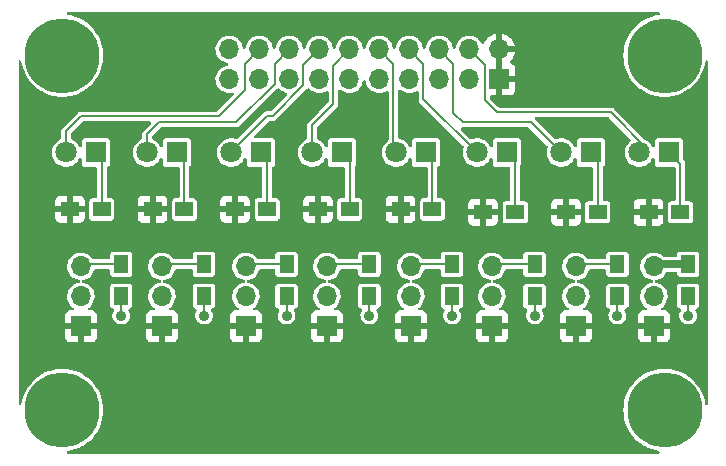
<source format=gbl>
%TF.GenerationSoftware,KiCad,Pcbnew,(6.0.1)*%
%TF.CreationDate,2022-06-02T17:03:41-04:00*%
%TF.ProjectId,SWLEDX8,53574c45-4458-4382-9e6b-696361645f70,X1*%
%TF.SameCoordinates,Original*%
%TF.FileFunction,Copper,L2,Bot*%
%TF.FilePolarity,Positive*%
%FSLAX46Y46*%
G04 Gerber Fmt 4.6, Leading zero omitted, Abs format (unit mm)*
G04 Created by KiCad (PCBNEW (6.0.1)) date 2022-06-02 17:03:41*
%MOMM*%
%LPD*%
G01*
G04 APERTURE LIST*
%TA.AperFunction,ComponentPad*%
%ADD10R,1.800000X1.800000*%
%TD*%
%TA.AperFunction,ComponentPad*%
%ADD11C,1.800000*%
%TD*%
%TA.AperFunction,ComponentPad*%
%ADD12C,6.350000*%
%TD*%
%TA.AperFunction,ComponentPad*%
%ADD13R,1.700000X1.700000*%
%TD*%
%TA.AperFunction,ComponentPad*%
%ADD14O,1.700000X1.700000*%
%TD*%
%TA.AperFunction,SMDPad,CuDef*%
%ADD15R,1.300000X1.500000*%
%TD*%
%TA.AperFunction,SMDPad,CuDef*%
%ADD16R,1.500000X1.300000*%
%TD*%
%TA.AperFunction,ViaPad*%
%ADD17C,0.889000*%
%TD*%
%TA.AperFunction,Conductor*%
%ADD18C,0.203200*%
%TD*%
%TA.AperFunction,Conductor*%
%ADD19C,0.635000*%
%TD*%
G04 APERTURE END LIST*
D10*
%TO.P,D0,1,K*%
%TO.N,Net-(D0-Pad1)*%
X55377000Y-12192000D03*
D11*
%TO.P,D0,2,A*%
%TO.N,/L0*%
X52837000Y-12192000D03*
%TD*%
D10*
%TO.P,D1,1,K*%
%TO.N,Net-(D1-Pad1)*%
X48773000Y-12192000D03*
D11*
%TO.P,D1,2,A*%
%TO.N,/L1*%
X46233000Y-12192000D03*
%TD*%
D10*
%TO.P,D2,1,K*%
%TO.N,Net-(D2-Pad1)*%
X41661000Y-12192000D03*
D11*
%TO.P,D2,2,A*%
%TO.N,/L2*%
X39121000Y-12192000D03*
%TD*%
D10*
%TO.P,D3,1,K*%
%TO.N,Net-(D3-Pad1)*%
X34803000Y-12192000D03*
D11*
%TO.P,D3,2,A*%
%TO.N,/L3*%
X32263000Y-12192000D03*
%TD*%
D10*
%TO.P,D4,1,K*%
%TO.N,Net-(D4-Pad1)*%
X27691000Y-12192000D03*
D11*
%TO.P,D4,2,A*%
%TO.N,/L4*%
X25151000Y-12192000D03*
%TD*%
D10*
%TO.P,D5,1,K*%
%TO.N,Net-(D5-Pad1)*%
X20833000Y-12192000D03*
D11*
%TO.P,D5,2,A*%
%TO.N,/L5*%
X18293000Y-12192000D03*
%TD*%
D10*
%TO.P,D6,1,K*%
%TO.N,Net-(D6-Pad1)*%
X13721000Y-12192000D03*
D11*
%TO.P,D6,2,A*%
%TO.N,/L6*%
X11181000Y-12192000D03*
%TD*%
D12*
%TO.P,MTG?1,1*%
%TO.N,N/C*%
X55000000Y-34000000D03*
%TD*%
%TO.P,MTG1,1*%
%TO.N,N/C*%
X55000000Y-4000000D03*
%TD*%
%TO.P,MTG2,1*%
%TO.N,N/C*%
X4000000Y-4000000D03*
%TD*%
%TO.P,MTG3,1*%
%TO.N,N/C*%
X4000000Y-34000000D03*
%TD*%
D13*
%TO.P,SW0,1,A*%
%TO.N,GND*%
X54102000Y-26909000D03*
D14*
%TO.P,SW0,2,B*%
%TO.N,/S0*%
X54102000Y-24369000D03*
%TO.P,SW0,3,C*%
%TO.N,Net-(R1-Pad1)*%
X54102000Y-21829000D03*
%TD*%
D13*
%TO.P,SW1,1,A*%
%TO.N,GND*%
X47498000Y-26909000D03*
D14*
%TO.P,SW1,2,B*%
%TO.N,/S1*%
X47498000Y-24369000D03*
%TO.P,SW1,3,C*%
%TO.N,Net-(R2-Pad1)*%
X47498000Y-21829000D03*
%TD*%
D13*
%TO.P,SW2,1,A*%
%TO.N,GND*%
X40386000Y-26909000D03*
D14*
%TO.P,SW2,2,B*%
%TO.N,/S2*%
X40386000Y-24369000D03*
%TO.P,SW2,3,C*%
%TO.N,Net-(R3-Pad1)*%
X40386000Y-21829000D03*
%TD*%
D13*
%TO.P,SW3,1,A*%
%TO.N,GND*%
X33528000Y-26909000D03*
D14*
%TO.P,SW3,2,B*%
%TO.N,/S3*%
X33528000Y-24369000D03*
%TO.P,SW3,3,C*%
%TO.N,Net-(R4-Pad1)*%
X33528000Y-21829000D03*
%TD*%
D13*
%TO.P,SW4,1,A*%
%TO.N,GND*%
X26416000Y-26909000D03*
D14*
%TO.P,SW4,2,B*%
%TO.N,/S4*%
X26416000Y-24369000D03*
%TO.P,SW4,3,C*%
%TO.N,Net-(R5-Pad1)*%
X26416000Y-21829000D03*
%TD*%
D13*
%TO.P,SW5,1,A*%
%TO.N,GND*%
X19558000Y-26909000D03*
D14*
%TO.P,SW5,2,B*%
%TO.N,/S5*%
X19558000Y-24369000D03*
%TO.P,SW5,3,C*%
%TO.N,Net-(R6-Pad1)*%
X19558000Y-21829000D03*
%TD*%
D13*
%TO.P,SW6,1,A*%
%TO.N,GND*%
X12446000Y-26909000D03*
D14*
%TO.P,SW6,2,B*%
%TO.N,/S6*%
X12446000Y-24369000D03*
%TO.P,SW6,3,C*%
%TO.N,Net-(R7-Pad1)*%
X12446000Y-21829000D03*
%TD*%
D13*
%TO.P,SW7,1,A*%
%TO.N,GND*%
X5588000Y-26909000D03*
D14*
%TO.P,SW7,2,B*%
%TO.N,/S7*%
X5588000Y-24369000D03*
%TO.P,SW7,3,C*%
%TO.N,Net-(R8-Pad1)*%
X5588000Y-21829000D03*
%TD*%
D10*
%TO.P,D7,1,K*%
%TO.N,Net-(D7-Pad1)*%
X6863000Y-12192000D03*
D11*
%TO.P,D7,2,A*%
%TO.N,/L7*%
X4323000Y-12192000D03*
%TD*%
D15*
%TO.P,R1,1*%
%TO.N,Net-(R1-Pad1)*%
X57000000Y-21650000D03*
%TO.P,R1,2*%
%TO.N,VCC*%
X57000000Y-24350000D03*
%TD*%
%TO.P,R2,1*%
%TO.N,Net-(R2-Pad1)*%
X51000000Y-21650000D03*
%TO.P,R2,2*%
%TO.N,VCC*%
X51000000Y-24350000D03*
%TD*%
%TO.P,R3,1*%
%TO.N,Net-(R3-Pad1)*%
X44000000Y-21650000D03*
%TO.P,R3,2*%
%TO.N,VCC*%
X44000000Y-24350000D03*
%TD*%
%TO.P,R4,1*%
%TO.N,Net-(R4-Pad1)*%
X37000000Y-21650000D03*
%TO.P,R4,2*%
%TO.N,VCC*%
X37000000Y-24350000D03*
%TD*%
%TO.P,R5,1*%
%TO.N,Net-(R5-Pad1)*%
X30000000Y-21650000D03*
%TO.P,R5,2*%
%TO.N,VCC*%
X30000000Y-24350000D03*
%TD*%
%TO.P,R6,1*%
%TO.N,Net-(R6-Pad1)*%
X23000000Y-21650000D03*
%TO.P,R6,2*%
%TO.N,VCC*%
X23000000Y-24350000D03*
%TD*%
%TO.P,R7,1*%
%TO.N,Net-(R7-Pad1)*%
X16000000Y-21650000D03*
%TO.P,R7,2*%
%TO.N,VCC*%
X16000000Y-24350000D03*
%TD*%
%TO.P,R8,1*%
%TO.N,Net-(R8-Pad1)*%
X9000000Y-21650000D03*
%TO.P,R8,2*%
%TO.N,VCC*%
X9000000Y-24350000D03*
%TD*%
D16*
%TO.P,R9,1*%
%TO.N,GND*%
X53650000Y-17250000D03*
%TO.P,R9,2*%
%TO.N,Net-(D0-Pad1)*%
X56350000Y-17250000D03*
%TD*%
%TO.P,R10,1*%
%TO.N,GND*%
X46650000Y-17250000D03*
%TO.P,R10,2*%
%TO.N,Net-(D1-Pad1)*%
X49350000Y-17250000D03*
%TD*%
%TO.P,R11,1*%
%TO.N,GND*%
X39650000Y-17250000D03*
%TO.P,R11,2*%
%TO.N,Net-(D2-Pad1)*%
X42350000Y-17250000D03*
%TD*%
%TO.P,R12,1*%
%TO.N,GND*%
X32650000Y-17000000D03*
%TO.P,R12,2*%
%TO.N,Net-(D3-Pad1)*%
X35350000Y-17000000D03*
%TD*%
%TO.P,R13,1*%
%TO.N,GND*%
X25650000Y-17000000D03*
%TO.P,R13,2*%
%TO.N,Net-(D4-Pad1)*%
X28350000Y-17000000D03*
%TD*%
%TO.P,R14,1*%
%TO.N,GND*%
X18650000Y-17000000D03*
%TO.P,R14,2*%
%TO.N,Net-(D5-Pad1)*%
X21350000Y-17000000D03*
%TD*%
%TO.P,R15,1*%
%TO.N,GND*%
X11650000Y-17000000D03*
%TO.P,R15,2*%
%TO.N,Net-(D6-Pad1)*%
X14350000Y-17000000D03*
%TD*%
%TO.P,R16,1*%
%TO.N,GND*%
X4650000Y-17000000D03*
%TO.P,R16,2*%
%TO.N,Net-(D7-Pad1)*%
X7350000Y-17000000D03*
%TD*%
D13*
%TO.P,P1,1,P1*%
%TO.N,GND*%
X41000000Y-6000000D03*
D14*
%TO.P,P1,2,P2*%
X41000000Y-3460000D03*
%TO.P,P1,3,P3*%
%TO.N,/S0*%
X38460000Y-6000000D03*
%TO.P,P1,4,P4*%
%TO.N,/L0*%
X38460000Y-3460000D03*
%TO.P,P1,5,P5*%
%TO.N,/S1*%
X35920000Y-6000000D03*
%TO.P,P1,6,P6*%
%TO.N,/L1*%
X35920000Y-3460000D03*
%TO.P,P1,7,P7*%
%TO.N,/S2*%
X33380000Y-6000000D03*
%TO.P,P1,8,P8*%
%TO.N,/L2*%
X33380000Y-3460000D03*
%TO.P,P1,9,P9*%
%TO.N,/S3*%
X30840000Y-6000000D03*
%TO.P,P1,10,P10*%
%TO.N,/L3*%
X30840000Y-3460000D03*
%TO.P,P1,11,P11*%
%TO.N,/S4*%
X28300000Y-6000000D03*
%TO.P,P1,12,P12*%
%TO.N,/L4*%
X28300000Y-3460000D03*
%TO.P,P1,13,P13*%
%TO.N,/S5*%
X25760000Y-6000000D03*
%TO.P,P1,14,P14*%
%TO.N,/L5*%
X25760000Y-3460000D03*
%TO.P,P1,15,P15*%
%TO.N,/S6*%
X23220000Y-6000000D03*
%TO.P,P1,16,P16*%
%TO.N,/L6*%
X23220000Y-3460000D03*
%TO.P,P1,17,P17*%
%TO.N,/S7*%
X20680000Y-6000000D03*
%TO.P,P1,18,P18*%
%TO.N,/L7*%
X20680000Y-3460000D03*
%TO.P,P1,19,P19*%
%TO.N,VCC*%
X18140000Y-6000000D03*
%TO.P,P1,20,P20*%
X18140000Y-3460000D03*
%TD*%
D17*
%TO.N,VCC*%
X9000000Y-26000000D03*
X23000000Y-26000000D03*
X44000000Y-26000000D03*
X57000000Y-26000000D03*
X16000000Y-26000000D03*
X51000000Y-26000000D03*
X37000000Y-26000000D03*
X30000000Y-26000000D03*
%TD*%
D18*
%TO.N,VCC*%
X30000000Y-24350000D02*
X30000000Y-26000000D01*
X44000000Y-24350000D02*
X44000000Y-26000000D01*
X37000000Y-24350000D02*
X37000000Y-26000000D01*
X16000000Y-24350000D02*
X16000000Y-26000000D01*
X51000000Y-24350000D02*
X51000000Y-26000000D01*
X9000000Y-24350000D02*
X9000000Y-26000000D01*
X57000000Y-24350000D02*
X57000000Y-26000000D01*
X23000000Y-24350000D02*
X23000000Y-26000000D01*
%TO.N,Net-(R5-Pad1)*%
X30000000Y-21650000D02*
X26595000Y-21650000D01*
X26595000Y-21650000D02*
X26416000Y-21829000D01*
%TO.N,Net-(R6-Pad1)*%
X19737000Y-21650000D02*
X19558000Y-21829000D01*
X23000000Y-21650000D02*
X19737000Y-21650000D01*
%TO.N,Net-(R7-Pad1)*%
X16000000Y-21650000D02*
X12625000Y-21650000D01*
X12625000Y-21650000D02*
X12446000Y-21829000D01*
%TO.N,Net-(R8-Pad1)*%
X9000000Y-21650000D02*
X5767000Y-21650000D01*
X5767000Y-21650000D02*
X5588000Y-21829000D01*
%TO.N,Net-(D1-Pad1)*%
X49350000Y-12769000D02*
X48773000Y-12192000D01*
X49350000Y-17250000D02*
X49350000Y-12769000D01*
%TO.N,Net-(D2-Pad1)*%
X42350000Y-12881000D02*
X41661000Y-12192000D01*
X42350000Y-17250000D02*
X42350000Y-12881000D01*
%TO.N,Net-(D3-Pad1)*%
X35350000Y-12739000D02*
X34803000Y-12192000D01*
X35350000Y-17000000D02*
X35350000Y-12739000D01*
%TO.N,Net-(D4-Pad1)*%
X28350000Y-12851000D02*
X27691000Y-12192000D01*
X28350000Y-17000000D02*
X28350000Y-12851000D01*
%TO.N,Net-(D5-Pad1)*%
X21350000Y-17000000D02*
X21350000Y-12709000D01*
X21350000Y-12709000D02*
X20833000Y-12192000D01*
%TO.N,Net-(D6-Pad1)*%
X14350000Y-17000000D02*
X14350000Y-12821000D01*
X14350000Y-12821000D02*
X13721000Y-12192000D01*
%TO.N,Net-(D7-Pad1)*%
X7350000Y-17000000D02*
X7350000Y-12679000D01*
X7350000Y-12679000D02*
X6863000Y-12192000D01*
%TO.N,/L0*%
X53460000Y-11804000D02*
X50452000Y-8796000D01*
X50452000Y-8796000D02*
X40800000Y-8796000D01*
X40800000Y-8796000D02*
X39784000Y-7780000D01*
X39784000Y-7780000D02*
X39784000Y-4784000D01*
X39784000Y-4784000D02*
X38460000Y-3460000D01*
X53460000Y-12000000D02*
X53460000Y-11804000D01*
%TO.N,/L1*%
X37125111Y-4665111D02*
X37125111Y-8848889D01*
X37125111Y-8848889D02*
X37928222Y-9652000D01*
X43693000Y-9652000D02*
X46233000Y-12192000D01*
X37928222Y-9652000D02*
X43693000Y-9652000D01*
X35920000Y-3460000D02*
X37125111Y-4665111D01*
%TO.N,/L2*%
X34585111Y-7656111D02*
X39121000Y-12192000D01*
X34585111Y-4665111D02*
X34585111Y-7656111D01*
X33380000Y-3460000D02*
X34585111Y-4665111D01*
%TO.N,/L3*%
X32045111Y-11974111D02*
X32263000Y-12192000D01*
X32045111Y-4665111D02*
X32045111Y-11974111D01*
X30840000Y-3460000D02*
X32045111Y-4665111D01*
%TO.N,/L4*%
X25151000Y-9901000D02*
X25151000Y-12192000D01*
X26924000Y-4836000D02*
X26965111Y-4877111D01*
X28300000Y-3460000D02*
X26924000Y-4836000D01*
X26965111Y-8086889D02*
X25151000Y-9901000D01*
X26965111Y-4877111D02*
X26965111Y-8086889D01*
%TO.N,/L5*%
X25760000Y-3460000D02*
X24425111Y-4794889D01*
X18293000Y-12192000D02*
X21372858Y-9112142D01*
X24425111Y-4794889D02*
X24425111Y-6499174D01*
X21372858Y-9112142D02*
X21812142Y-9112142D01*
X24425111Y-6499174D02*
X21812142Y-9112142D01*
%TO.N,/L6*%
X12192000Y-9652000D02*
X11181000Y-10663000D01*
X22014889Y-6369396D02*
X18732285Y-9652000D01*
X11181000Y-10663000D02*
X11181000Y-12192000D01*
X22014889Y-4665111D02*
X22014889Y-6369396D01*
X23220000Y-3460000D02*
X22014889Y-4665111D01*
X18732285Y-9652000D02*
X12192000Y-9652000D01*
%TO.N,/L7*%
X19474889Y-4665111D02*
X19474889Y-6941111D01*
X19474889Y-6941111D02*
X17272000Y-9144000D01*
X5588000Y-9144000D02*
X4323000Y-10409000D01*
X4323000Y-10409000D02*
X4323000Y-12192000D01*
X20680000Y-3460000D02*
X19474889Y-4665111D01*
X17272000Y-9144000D02*
X5588000Y-9144000D01*
D19*
%TO.N,Net-(R1-Pad1)*%
X54270000Y-21650000D02*
X54000000Y-21920000D01*
X57000000Y-21650000D02*
X54270000Y-21650000D01*
D18*
%TO.N,Net-(R2-Pad1)*%
X51000000Y-21650000D02*
X47677000Y-21650000D01*
X47677000Y-21650000D02*
X47498000Y-21829000D01*
%TO.N,Net-(R3-Pad1)*%
X40565000Y-21650000D02*
X40386000Y-21829000D01*
X44000000Y-21650000D02*
X40565000Y-21650000D01*
%TO.N,Net-(R4-Pad1)*%
X37000000Y-21650000D02*
X33707000Y-21650000D01*
X33707000Y-21650000D02*
X33528000Y-21829000D01*
%TO.N,Net-(D0-Pad1)*%
X56350000Y-17250000D02*
X56350000Y-13165000D01*
X56350000Y-13165000D02*
X55377000Y-12192000D01*
%TD*%
%TA.AperFunction,Conductor*%
%TO.N,GND*%
G36*
X54550059Y-324802D02*
G01*
X54596552Y-378458D01*
X54606656Y-448732D01*
X54577162Y-513312D01*
X54517436Y-551696D01*
X54501650Y-555249D01*
X54275412Y-591081D01*
X53923052Y-685496D01*
X53582492Y-816225D01*
X53579552Y-817723D01*
X53260403Y-980337D01*
X53260396Y-980341D01*
X53257462Y-981836D01*
X52951524Y-1180514D01*
X52668029Y-1410084D01*
X52410084Y-1668029D01*
X52180514Y-1951524D01*
X51981836Y-2257462D01*
X51980341Y-2260396D01*
X51980337Y-2260403D01*
X51901195Y-2415729D01*
X51816225Y-2582492D01*
X51685496Y-2923052D01*
X51591081Y-3275412D01*
X51577111Y-3363619D01*
X51535390Y-3627036D01*
X51534016Y-3635710D01*
X51514924Y-4000000D01*
X51534016Y-4364290D01*
X51534529Y-4367530D01*
X51534530Y-4367538D01*
X51557495Y-4512530D01*
X51591081Y-4724588D01*
X51685496Y-5076948D01*
X51816225Y-5417508D01*
X51817723Y-5420448D01*
X51976697Y-5732452D01*
X51981836Y-5742538D01*
X51983632Y-5745304D01*
X51983634Y-5745307D01*
X52015460Y-5794315D01*
X52180514Y-6048476D01*
X52410084Y-6331971D01*
X52668029Y-6589916D01*
X52951524Y-6819486D01*
X52981405Y-6838891D01*
X53237153Y-7004975D01*
X53257462Y-7018164D01*
X53260396Y-7019659D01*
X53260403Y-7019663D01*
X53533199Y-7158659D01*
X53582492Y-7183775D01*
X53679503Y-7221014D01*
X53863870Y-7291786D01*
X53923052Y-7314504D01*
X54275412Y-7408919D01*
X54466987Y-7439261D01*
X54632462Y-7465470D01*
X54632470Y-7465471D01*
X54635710Y-7465984D01*
X55000000Y-7485076D01*
X55364290Y-7465984D01*
X55367530Y-7465471D01*
X55367538Y-7465470D01*
X55533013Y-7439261D01*
X55724588Y-7408919D01*
X56076948Y-7314504D01*
X56136131Y-7291786D01*
X56320497Y-7221014D01*
X56417508Y-7183775D01*
X56466801Y-7158659D01*
X56739597Y-7019663D01*
X56739604Y-7019659D01*
X56742538Y-7018164D01*
X56762848Y-7004975D01*
X57018595Y-6838891D01*
X57048476Y-6819486D01*
X57331971Y-6589916D01*
X57589916Y-6331971D01*
X57819486Y-6048476D01*
X57984540Y-5794315D01*
X58016366Y-5745307D01*
X58016368Y-5745304D01*
X58018164Y-5742538D01*
X58023304Y-5732452D01*
X58182277Y-5420448D01*
X58183775Y-5417508D01*
X58314504Y-5076948D01*
X58408919Y-4724588D01*
X58444751Y-4498351D01*
X58475163Y-4434198D01*
X58535431Y-4396671D01*
X58606421Y-4397685D01*
X58665593Y-4436918D01*
X58694161Y-4501913D01*
X58695200Y-4518062D01*
X58695200Y-33481938D01*
X58675198Y-33550059D01*
X58621542Y-33596552D01*
X58551268Y-33606656D01*
X58486688Y-33577162D01*
X58448304Y-33517436D01*
X58444751Y-33501649D01*
X58409435Y-33278673D01*
X58408919Y-33275412D01*
X58314504Y-32923052D01*
X58183775Y-32582492D01*
X58018164Y-32257462D01*
X57819486Y-31951524D01*
X57589916Y-31668029D01*
X57331971Y-31410084D01*
X57048476Y-31180514D01*
X56742538Y-30981836D01*
X56739604Y-30980341D01*
X56739597Y-30980337D01*
X56420448Y-30817723D01*
X56417508Y-30816225D01*
X56076948Y-30685496D01*
X55724588Y-30591081D01*
X55533013Y-30560739D01*
X55367538Y-30534530D01*
X55367530Y-30534529D01*
X55364290Y-30534016D01*
X55000000Y-30514924D01*
X54635710Y-30534016D01*
X54632470Y-30534529D01*
X54632462Y-30534530D01*
X54466987Y-30560739D01*
X54275412Y-30591081D01*
X53923052Y-30685496D01*
X53582492Y-30816225D01*
X53579552Y-30817723D01*
X53260403Y-30980337D01*
X53260396Y-30980341D01*
X53257462Y-30981836D01*
X52951524Y-31180514D01*
X52668029Y-31410084D01*
X52410084Y-31668029D01*
X52180514Y-31951524D01*
X51981836Y-32257462D01*
X51816225Y-32582492D01*
X51685496Y-32923052D01*
X51591081Y-33275412D01*
X51590565Y-33278673D01*
X51538618Y-33606656D01*
X51534016Y-33635710D01*
X51514924Y-34000000D01*
X51534016Y-34364290D01*
X51591081Y-34724588D01*
X51685496Y-35076948D01*
X51816225Y-35417508D01*
X51981836Y-35742538D01*
X52180514Y-36048476D01*
X52410084Y-36331971D01*
X52668029Y-36589916D01*
X52951524Y-36819486D01*
X53257462Y-37018164D01*
X53260396Y-37019659D01*
X53260403Y-37019663D01*
X53363998Y-37072447D01*
X53582492Y-37183775D01*
X53923052Y-37314504D01*
X54275412Y-37408919D01*
X54501649Y-37444751D01*
X54565802Y-37475163D01*
X54603329Y-37535431D01*
X54602315Y-37606421D01*
X54563082Y-37665593D01*
X54498087Y-37694161D01*
X54481938Y-37695200D01*
X4518062Y-37695200D01*
X4449941Y-37675198D01*
X4403448Y-37621542D01*
X4393344Y-37551268D01*
X4422838Y-37486688D01*
X4482564Y-37448304D01*
X4498351Y-37444751D01*
X4724588Y-37408919D01*
X5076948Y-37314504D01*
X5417508Y-37183775D01*
X5636002Y-37072447D01*
X5739597Y-37019663D01*
X5739604Y-37019659D01*
X5742538Y-37018164D01*
X6048476Y-36819486D01*
X6331971Y-36589916D01*
X6589916Y-36331971D01*
X6819486Y-36048476D01*
X7018164Y-35742538D01*
X7183775Y-35417508D01*
X7314504Y-35076948D01*
X7408919Y-34724588D01*
X7465984Y-34364290D01*
X7485076Y-34000000D01*
X7465984Y-33635710D01*
X7461383Y-33606656D01*
X7409435Y-33278673D01*
X7408919Y-33275412D01*
X7314504Y-32923052D01*
X7183775Y-32582492D01*
X7018164Y-32257462D01*
X6819486Y-31951524D01*
X6589916Y-31668029D01*
X6331971Y-31410084D01*
X6048476Y-31180514D01*
X5742538Y-30981836D01*
X5739604Y-30980341D01*
X5739597Y-30980337D01*
X5420448Y-30817723D01*
X5417508Y-30816225D01*
X5076948Y-30685496D01*
X4724588Y-30591081D01*
X4533013Y-30560739D01*
X4367538Y-30534530D01*
X4367530Y-30534529D01*
X4364290Y-30534016D01*
X4000000Y-30514924D01*
X3635710Y-30534016D01*
X3632470Y-30534529D01*
X3632462Y-30534530D01*
X3466987Y-30560739D01*
X3275412Y-30591081D01*
X2923052Y-30685496D01*
X2582492Y-30816225D01*
X2579552Y-30817723D01*
X2260403Y-30980337D01*
X2260396Y-30980341D01*
X2257462Y-30981836D01*
X1951524Y-31180514D01*
X1668029Y-31410084D01*
X1410084Y-31668029D01*
X1180514Y-31951524D01*
X981836Y-32257462D01*
X816225Y-32582492D01*
X685496Y-32923052D01*
X591081Y-33275412D01*
X590565Y-33278673D01*
X555249Y-33501649D01*
X524837Y-33565802D01*
X464569Y-33603329D01*
X393579Y-33602315D01*
X334407Y-33563082D01*
X305839Y-33498087D01*
X304800Y-33481938D01*
X304800Y-27803669D01*
X4230001Y-27803669D01*
X4230371Y-27810490D01*
X4235895Y-27861352D01*
X4239521Y-27876604D01*
X4284676Y-27997054D01*
X4293214Y-28012649D01*
X4369715Y-28114724D01*
X4382276Y-28127285D01*
X4484351Y-28203786D01*
X4499946Y-28212324D01*
X4620394Y-28257478D01*
X4635649Y-28261105D01*
X4686514Y-28266631D01*
X4693328Y-28267000D01*
X5315885Y-28267000D01*
X5331124Y-28262525D01*
X5332329Y-28261135D01*
X5334000Y-28253452D01*
X5334000Y-28248884D01*
X5842000Y-28248884D01*
X5846475Y-28264123D01*
X5847865Y-28265328D01*
X5855548Y-28266999D01*
X6482669Y-28266999D01*
X6489490Y-28266629D01*
X6540352Y-28261105D01*
X6555604Y-28257479D01*
X6676054Y-28212324D01*
X6691649Y-28203786D01*
X6793724Y-28127285D01*
X6806285Y-28114724D01*
X6882786Y-28012649D01*
X6891324Y-27997054D01*
X6936478Y-27876606D01*
X6940105Y-27861351D01*
X6945631Y-27810486D01*
X6946000Y-27803672D01*
X6946000Y-27803669D01*
X11088001Y-27803669D01*
X11088371Y-27810490D01*
X11093895Y-27861352D01*
X11097521Y-27876604D01*
X11142676Y-27997054D01*
X11151214Y-28012649D01*
X11227715Y-28114724D01*
X11240276Y-28127285D01*
X11342351Y-28203786D01*
X11357946Y-28212324D01*
X11478394Y-28257478D01*
X11493649Y-28261105D01*
X11544514Y-28266631D01*
X11551328Y-28267000D01*
X12173885Y-28267000D01*
X12189124Y-28262525D01*
X12190329Y-28261135D01*
X12192000Y-28253452D01*
X12192000Y-28248884D01*
X12700000Y-28248884D01*
X12704475Y-28264123D01*
X12705865Y-28265328D01*
X12713548Y-28266999D01*
X13340669Y-28266999D01*
X13347490Y-28266629D01*
X13398352Y-28261105D01*
X13413604Y-28257479D01*
X13534054Y-28212324D01*
X13549649Y-28203786D01*
X13651724Y-28127285D01*
X13664285Y-28114724D01*
X13740786Y-28012649D01*
X13749324Y-27997054D01*
X13794478Y-27876606D01*
X13798105Y-27861351D01*
X13803631Y-27810486D01*
X13804000Y-27803672D01*
X13804000Y-27803669D01*
X18200001Y-27803669D01*
X18200371Y-27810490D01*
X18205895Y-27861352D01*
X18209521Y-27876604D01*
X18254676Y-27997054D01*
X18263214Y-28012649D01*
X18339715Y-28114724D01*
X18352276Y-28127285D01*
X18454351Y-28203786D01*
X18469946Y-28212324D01*
X18590394Y-28257478D01*
X18605649Y-28261105D01*
X18656514Y-28266631D01*
X18663328Y-28267000D01*
X19285885Y-28267000D01*
X19301124Y-28262525D01*
X19302329Y-28261135D01*
X19304000Y-28253452D01*
X19304000Y-28248884D01*
X19812000Y-28248884D01*
X19816475Y-28264123D01*
X19817865Y-28265328D01*
X19825548Y-28266999D01*
X20452669Y-28266999D01*
X20459490Y-28266629D01*
X20510352Y-28261105D01*
X20525604Y-28257479D01*
X20646054Y-28212324D01*
X20661649Y-28203786D01*
X20763724Y-28127285D01*
X20776285Y-28114724D01*
X20852786Y-28012649D01*
X20861324Y-27997054D01*
X20906478Y-27876606D01*
X20910105Y-27861351D01*
X20915631Y-27810486D01*
X20916000Y-27803672D01*
X20916000Y-27803669D01*
X25058001Y-27803669D01*
X25058371Y-27810490D01*
X25063895Y-27861352D01*
X25067521Y-27876604D01*
X25112676Y-27997054D01*
X25121214Y-28012649D01*
X25197715Y-28114724D01*
X25210276Y-28127285D01*
X25312351Y-28203786D01*
X25327946Y-28212324D01*
X25448394Y-28257478D01*
X25463649Y-28261105D01*
X25514514Y-28266631D01*
X25521328Y-28267000D01*
X26143885Y-28267000D01*
X26159124Y-28262525D01*
X26160329Y-28261135D01*
X26162000Y-28253452D01*
X26162000Y-28248884D01*
X26670000Y-28248884D01*
X26674475Y-28264123D01*
X26675865Y-28265328D01*
X26683548Y-28266999D01*
X27310669Y-28266999D01*
X27317490Y-28266629D01*
X27368352Y-28261105D01*
X27383604Y-28257479D01*
X27504054Y-28212324D01*
X27519649Y-28203786D01*
X27621724Y-28127285D01*
X27634285Y-28114724D01*
X27710786Y-28012649D01*
X27719324Y-27997054D01*
X27764478Y-27876606D01*
X27768105Y-27861351D01*
X27773631Y-27810486D01*
X27774000Y-27803672D01*
X27774000Y-27803669D01*
X32170001Y-27803669D01*
X32170371Y-27810490D01*
X32175895Y-27861352D01*
X32179521Y-27876604D01*
X32224676Y-27997054D01*
X32233214Y-28012649D01*
X32309715Y-28114724D01*
X32322276Y-28127285D01*
X32424351Y-28203786D01*
X32439946Y-28212324D01*
X32560394Y-28257478D01*
X32575649Y-28261105D01*
X32626514Y-28266631D01*
X32633328Y-28267000D01*
X33255885Y-28267000D01*
X33271124Y-28262525D01*
X33272329Y-28261135D01*
X33274000Y-28253452D01*
X33274000Y-28248884D01*
X33782000Y-28248884D01*
X33786475Y-28264123D01*
X33787865Y-28265328D01*
X33795548Y-28266999D01*
X34422669Y-28266999D01*
X34429490Y-28266629D01*
X34480352Y-28261105D01*
X34495604Y-28257479D01*
X34616054Y-28212324D01*
X34631649Y-28203786D01*
X34733724Y-28127285D01*
X34746285Y-28114724D01*
X34822786Y-28012649D01*
X34831324Y-27997054D01*
X34876478Y-27876606D01*
X34880105Y-27861351D01*
X34885631Y-27810486D01*
X34886000Y-27803672D01*
X34886000Y-27803669D01*
X39028001Y-27803669D01*
X39028371Y-27810490D01*
X39033895Y-27861352D01*
X39037521Y-27876604D01*
X39082676Y-27997054D01*
X39091214Y-28012649D01*
X39167715Y-28114724D01*
X39180276Y-28127285D01*
X39282351Y-28203786D01*
X39297946Y-28212324D01*
X39418394Y-28257478D01*
X39433649Y-28261105D01*
X39484514Y-28266631D01*
X39491328Y-28267000D01*
X40113885Y-28267000D01*
X40129124Y-28262525D01*
X40130329Y-28261135D01*
X40132000Y-28253452D01*
X40132000Y-28248884D01*
X40640000Y-28248884D01*
X40644475Y-28264123D01*
X40645865Y-28265328D01*
X40653548Y-28266999D01*
X41280669Y-28266999D01*
X41287490Y-28266629D01*
X41338352Y-28261105D01*
X41353604Y-28257479D01*
X41474054Y-28212324D01*
X41489649Y-28203786D01*
X41591724Y-28127285D01*
X41604285Y-28114724D01*
X41680786Y-28012649D01*
X41689324Y-27997054D01*
X41734478Y-27876606D01*
X41738105Y-27861351D01*
X41743631Y-27810486D01*
X41744000Y-27803672D01*
X41744000Y-27803669D01*
X46140001Y-27803669D01*
X46140371Y-27810490D01*
X46145895Y-27861352D01*
X46149521Y-27876604D01*
X46194676Y-27997054D01*
X46203214Y-28012649D01*
X46279715Y-28114724D01*
X46292276Y-28127285D01*
X46394351Y-28203786D01*
X46409946Y-28212324D01*
X46530394Y-28257478D01*
X46545649Y-28261105D01*
X46596514Y-28266631D01*
X46603328Y-28267000D01*
X47225885Y-28267000D01*
X47241124Y-28262525D01*
X47242329Y-28261135D01*
X47244000Y-28253452D01*
X47244000Y-28248884D01*
X47752000Y-28248884D01*
X47756475Y-28264123D01*
X47757865Y-28265328D01*
X47765548Y-28266999D01*
X48392669Y-28266999D01*
X48399490Y-28266629D01*
X48450352Y-28261105D01*
X48465604Y-28257479D01*
X48586054Y-28212324D01*
X48601649Y-28203786D01*
X48703724Y-28127285D01*
X48716285Y-28114724D01*
X48792786Y-28012649D01*
X48801324Y-27997054D01*
X48846478Y-27876606D01*
X48850105Y-27861351D01*
X48855631Y-27810486D01*
X48856000Y-27803672D01*
X48856000Y-27803669D01*
X52744001Y-27803669D01*
X52744371Y-27810490D01*
X52749895Y-27861352D01*
X52753521Y-27876604D01*
X52798676Y-27997054D01*
X52807214Y-28012649D01*
X52883715Y-28114724D01*
X52896276Y-28127285D01*
X52998351Y-28203786D01*
X53013946Y-28212324D01*
X53134394Y-28257478D01*
X53149649Y-28261105D01*
X53200514Y-28266631D01*
X53207328Y-28267000D01*
X53829885Y-28267000D01*
X53845124Y-28262525D01*
X53846329Y-28261135D01*
X53848000Y-28253452D01*
X53848000Y-28248884D01*
X54356000Y-28248884D01*
X54360475Y-28264123D01*
X54361865Y-28265328D01*
X54369548Y-28266999D01*
X54996669Y-28266999D01*
X55003490Y-28266629D01*
X55054352Y-28261105D01*
X55069604Y-28257479D01*
X55190054Y-28212324D01*
X55205649Y-28203786D01*
X55307724Y-28127285D01*
X55320285Y-28114724D01*
X55396786Y-28012649D01*
X55405324Y-27997054D01*
X55450478Y-27876606D01*
X55454105Y-27861351D01*
X55459631Y-27810486D01*
X55460000Y-27803672D01*
X55460000Y-27181115D01*
X55455525Y-27165876D01*
X55454135Y-27164671D01*
X55446452Y-27163000D01*
X54374115Y-27163000D01*
X54358876Y-27167475D01*
X54357671Y-27168865D01*
X54356000Y-27176548D01*
X54356000Y-28248884D01*
X53848000Y-28248884D01*
X53848000Y-27181115D01*
X53843525Y-27165876D01*
X53842135Y-27164671D01*
X53834452Y-27163000D01*
X52762116Y-27163000D01*
X52746877Y-27167475D01*
X52745672Y-27168865D01*
X52744001Y-27176548D01*
X52744001Y-27803669D01*
X48856000Y-27803669D01*
X48856000Y-27181115D01*
X48851525Y-27165876D01*
X48850135Y-27164671D01*
X48842452Y-27163000D01*
X47770115Y-27163000D01*
X47754876Y-27167475D01*
X47753671Y-27168865D01*
X47752000Y-27176548D01*
X47752000Y-28248884D01*
X47244000Y-28248884D01*
X47244000Y-27181115D01*
X47239525Y-27165876D01*
X47238135Y-27164671D01*
X47230452Y-27163000D01*
X46158116Y-27163000D01*
X46142877Y-27167475D01*
X46141672Y-27168865D01*
X46140001Y-27176548D01*
X46140001Y-27803669D01*
X41744000Y-27803669D01*
X41744000Y-27181115D01*
X41739525Y-27165876D01*
X41738135Y-27164671D01*
X41730452Y-27163000D01*
X40658115Y-27163000D01*
X40642876Y-27167475D01*
X40641671Y-27168865D01*
X40640000Y-27176548D01*
X40640000Y-28248884D01*
X40132000Y-28248884D01*
X40132000Y-27181115D01*
X40127525Y-27165876D01*
X40126135Y-27164671D01*
X40118452Y-27163000D01*
X39046116Y-27163000D01*
X39030877Y-27167475D01*
X39029672Y-27168865D01*
X39028001Y-27176548D01*
X39028001Y-27803669D01*
X34886000Y-27803669D01*
X34886000Y-27181115D01*
X34881525Y-27165876D01*
X34880135Y-27164671D01*
X34872452Y-27163000D01*
X33800115Y-27163000D01*
X33784876Y-27167475D01*
X33783671Y-27168865D01*
X33782000Y-27176548D01*
X33782000Y-28248884D01*
X33274000Y-28248884D01*
X33274000Y-27181115D01*
X33269525Y-27165876D01*
X33268135Y-27164671D01*
X33260452Y-27163000D01*
X32188116Y-27163000D01*
X32172877Y-27167475D01*
X32171672Y-27168865D01*
X32170001Y-27176548D01*
X32170001Y-27803669D01*
X27774000Y-27803669D01*
X27774000Y-27181115D01*
X27769525Y-27165876D01*
X27768135Y-27164671D01*
X27760452Y-27163000D01*
X26688115Y-27163000D01*
X26672876Y-27167475D01*
X26671671Y-27168865D01*
X26670000Y-27176548D01*
X26670000Y-28248884D01*
X26162000Y-28248884D01*
X26162000Y-27181115D01*
X26157525Y-27165876D01*
X26156135Y-27164671D01*
X26148452Y-27163000D01*
X25076116Y-27163000D01*
X25060877Y-27167475D01*
X25059672Y-27168865D01*
X25058001Y-27176548D01*
X25058001Y-27803669D01*
X20916000Y-27803669D01*
X20916000Y-27181115D01*
X20911525Y-27165876D01*
X20910135Y-27164671D01*
X20902452Y-27163000D01*
X19830115Y-27163000D01*
X19814876Y-27167475D01*
X19813671Y-27168865D01*
X19812000Y-27176548D01*
X19812000Y-28248884D01*
X19304000Y-28248884D01*
X19304000Y-27181115D01*
X19299525Y-27165876D01*
X19298135Y-27164671D01*
X19290452Y-27163000D01*
X18218116Y-27163000D01*
X18202877Y-27167475D01*
X18201672Y-27168865D01*
X18200001Y-27176548D01*
X18200001Y-27803669D01*
X13804000Y-27803669D01*
X13804000Y-27181115D01*
X13799525Y-27165876D01*
X13798135Y-27164671D01*
X13790452Y-27163000D01*
X12718115Y-27163000D01*
X12702876Y-27167475D01*
X12701671Y-27168865D01*
X12700000Y-27176548D01*
X12700000Y-28248884D01*
X12192000Y-28248884D01*
X12192000Y-27181115D01*
X12187525Y-27165876D01*
X12186135Y-27164671D01*
X12178452Y-27163000D01*
X11106116Y-27163000D01*
X11090877Y-27167475D01*
X11089672Y-27168865D01*
X11088001Y-27176548D01*
X11088001Y-27803669D01*
X6946000Y-27803669D01*
X6946000Y-27181115D01*
X6941525Y-27165876D01*
X6940135Y-27164671D01*
X6932452Y-27163000D01*
X5860115Y-27163000D01*
X5844876Y-27167475D01*
X5843671Y-27168865D01*
X5842000Y-27176548D01*
X5842000Y-28248884D01*
X5334000Y-28248884D01*
X5334000Y-27181115D01*
X5329525Y-27165876D01*
X5328135Y-27164671D01*
X5320452Y-27163000D01*
X4248116Y-27163000D01*
X4232877Y-27167475D01*
X4231672Y-27168865D01*
X4230001Y-27176548D01*
X4230001Y-27803669D01*
X304800Y-27803669D01*
X304800Y-26636885D01*
X4230000Y-26636885D01*
X4234475Y-26652124D01*
X4235865Y-26653329D01*
X4243548Y-26655000D01*
X6927884Y-26655000D01*
X6943123Y-26650525D01*
X6944328Y-26649135D01*
X6945999Y-26641452D01*
X6945999Y-26014331D01*
X6945629Y-26007510D01*
X6940105Y-25956648D01*
X6936479Y-25941396D01*
X6891324Y-25820946D01*
X6882786Y-25805351D01*
X6806285Y-25703276D01*
X6793724Y-25690715D01*
X6691649Y-25614214D01*
X6676054Y-25605676D01*
X6555606Y-25560522D01*
X6540351Y-25556895D01*
X6489486Y-25551369D01*
X6482672Y-25551000D01*
X6321472Y-25551000D01*
X6253351Y-25530998D01*
X6206858Y-25477342D01*
X6196754Y-25407068D01*
X6226248Y-25342488D01*
X6245352Y-25325409D01*
X6245172Y-25325192D01*
X6315554Y-25266656D01*
X6408420Y-25189420D01*
X6445066Y-25145358D01*
X8044700Y-25145358D01*
X8045996Y-25156252D01*
X8046685Y-25162040D01*
X8047867Y-25171978D01*
X8094036Y-25275919D01*
X8134186Y-25315998D01*
X8166295Y-25348052D01*
X8166297Y-25348053D01*
X8174528Y-25356270D01*
X8185168Y-25360974D01*
X8269883Y-25398427D01*
X8269885Y-25398427D01*
X8278549Y-25402258D01*
X8287959Y-25403355D01*
X8295944Y-25405532D01*
X8356405Y-25442748D01*
X8387147Y-25506744D01*
X8378410Y-25577201D01*
X8368712Y-25595350D01*
X8324146Y-25664503D01*
X8321735Y-25671126D01*
X8321734Y-25671129D01*
X8269023Y-25815952D01*
X8269022Y-25815957D01*
X8266613Y-25822575D01*
X8245530Y-25989465D01*
X8261945Y-26156879D01*
X8315042Y-26316495D01*
X8402183Y-26460381D01*
X8519036Y-26581386D01*
X8524928Y-26585241D01*
X8524932Y-26585245D01*
X8653897Y-26669637D01*
X8659793Y-26673495D01*
X8666397Y-26675951D01*
X8666399Y-26675952D01*
X8702366Y-26689328D01*
X8817459Y-26732131D01*
X8895136Y-26742495D01*
X8977217Y-26753448D01*
X8977221Y-26753448D01*
X8984198Y-26754379D01*
X8991209Y-26753741D01*
X8991213Y-26753741D01*
X9144701Y-26739772D01*
X9151722Y-26739133D01*
X9158424Y-26736955D01*
X9158426Y-26736955D01*
X9305005Y-26689328D01*
X9311705Y-26687151D01*
X9330492Y-26675952D01*
X9396028Y-26636885D01*
X11088000Y-26636885D01*
X11092475Y-26652124D01*
X11093865Y-26653329D01*
X11101548Y-26655000D01*
X13785884Y-26655000D01*
X13801123Y-26650525D01*
X13802328Y-26649135D01*
X13803999Y-26641452D01*
X13803999Y-26014331D01*
X13803629Y-26007510D01*
X13798105Y-25956648D01*
X13794479Y-25941396D01*
X13749324Y-25820946D01*
X13740786Y-25805351D01*
X13664285Y-25703276D01*
X13651724Y-25690715D01*
X13549649Y-25614214D01*
X13534054Y-25605676D01*
X13413606Y-25560522D01*
X13398351Y-25556895D01*
X13347486Y-25551369D01*
X13340672Y-25551000D01*
X13179472Y-25551000D01*
X13111351Y-25530998D01*
X13064858Y-25477342D01*
X13054754Y-25407068D01*
X13084248Y-25342488D01*
X13103352Y-25325409D01*
X13103172Y-25325192D01*
X13173554Y-25266656D01*
X13266420Y-25189420D01*
X13303066Y-25145358D01*
X15044700Y-25145358D01*
X15045996Y-25156252D01*
X15046685Y-25162040D01*
X15047867Y-25171978D01*
X15094036Y-25275919D01*
X15134186Y-25315998D01*
X15166295Y-25348052D01*
X15166297Y-25348053D01*
X15174528Y-25356270D01*
X15185168Y-25360974D01*
X15269883Y-25398427D01*
X15269885Y-25398427D01*
X15278549Y-25402258D01*
X15287959Y-25403355D01*
X15295944Y-25405532D01*
X15356405Y-25442748D01*
X15387147Y-25506744D01*
X15378410Y-25577201D01*
X15368712Y-25595350D01*
X15324146Y-25664503D01*
X15321735Y-25671126D01*
X15321734Y-25671129D01*
X15269023Y-25815952D01*
X15269022Y-25815957D01*
X15266613Y-25822575D01*
X15245530Y-25989465D01*
X15261945Y-26156879D01*
X15315042Y-26316495D01*
X15402183Y-26460381D01*
X15519036Y-26581386D01*
X15524928Y-26585241D01*
X15524932Y-26585245D01*
X15653897Y-26669637D01*
X15659793Y-26673495D01*
X15666397Y-26675951D01*
X15666399Y-26675952D01*
X15702366Y-26689328D01*
X15817459Y-26732131D01*
X15895136Y-26742495D01*
X15977217Y-26753448D01*
X15977221Y-26753448D01*
X15984198Y-26754379D01*
X15991209Y-26753741D01*
X15991213Y-26753741D01*
X16144701Y-26739772D01*
X16151722Y-26739133D01*
X16158424Y-26736955D01*
X16158426Y-26736955D01*
X16305005Y-26689328D01*
X16311705Y-26687151D01*
X16330492Y-26675952D01*
X16396028Y-26636885D01*
X18200000Y-26636885D01*
X18204475Y-26652124D01*
X18205865Y-26653329D01*
X18213548Y-26655000D01*
X20897884Y-26655000D01*
X20913123Y-26650525D01*
X20914328Y-26649135D01*
X20915999Y-26641452D01*
X20915999Y-26014331D01*
X20915629Y-26007510D01*
X20910105Y-25956648D01*
X20906479Y-25941396D01*
X20861324Y-25820946D01*
X20852786Y-25805351D01*
X20776285Y-25703276D01*
X20763724Y-25690715D01*
X20661649Y-25614214D01*
X20646054Y-25605676D01*
X20525606Y-25560522D01*
X20510351Y-25556895D01*
X20459486Y-25551369D01*
X20452672Y-25551000D01*
X20291472Y-25551000D01*
X20223351Y-25530998D01*
X20176858Y-25477342D01*
X20166754Y-25407068D01*
X20196248Y-25342488D01*
X20215352Y-25325409D01*
X20215172Y-25325192D01*
X20285554Y-25266656D01*
X20378420Y-25189420D01*
X20415066Y-25145358D01*
X22044700Y-25145358D01*
X22045996Y-25156252D01*
X22046685Y-25162040D01*
X22047867Y-25171978D01*
X22094036Y-25275919D01*
X22134186Y-25315998D01*
X22166295Y-25348052D01*
X22166297Y-25348053D01*
X22174528Y-25356270D01*
X22185168Y-25360974D01*
X22269883Y-25398427D01*
X22269885Y-25398427D01*
X22278549Y-25402258D01*
X22287959Y-25403355D01*
X22295944Y-25405532D01*
X22356405Y-25442748D01*
X22387147Y-25506744D01*
X22378410Y-25577201D01*
X22368712Y-25595350D01*
X22324146Y-25664503D01*
X22321735Y-25671126D01*
X22321734Y-25671129D01*
X22269023Y-25815952D01*
X22269022Y-25815957D01*
X22266613Y-25822575D01*
X22245530Y-25989465D01*
X22261945Y-26156879D01*
X22315042Y-26316495D01*
X22402183Y-26460381D01*
X22519036Y-26581386D01*
X22524928Y-26585241D01*
X22524932Y-26585245D01*
X22653897Y-26669637D01*
X22659793Y-26673495D01*
X22666397Y-26675951D01*
X22666399Y-26675952D01*
X22702366Y-26689328D01*
X22817459Y-26732131D01*
X22895136Y-26742495D01*
X22977217Y-26753448D01*
X22977221Y-26753448D01*
X22984198Y-26754379D01*
X22991209Y-26753741D01*
X22991213Y-26753741D01*
X23144701Y-26739772D01*
X23151722Y-26739133D01*
X23158424Y-26736955D01*
X23158426Y-26736955D01*
X23305005Y-26689328D01*
X23311705Y-26687151D01*
X23330492Y-26675952D01*
X23396028Y-26636885D01*
X25058000Y-26636885D01*
X25062475Y-26652124D01*
X25063865Y-26653329D01*
X25071548Y-26655000D01*
X27755884Y-26655000D01*
X27771123Y-26650525D01*
X27772328Y-26649135D01*
X27773999Y-26641452D01*
X27773999Y-26014331D01*
X27773629Y-26007510D01*
X27768105Y-25956648D01*
X27764479Y-25941396D01*
X27719324Y-25820946D01*
X27710786Y-25805351D01*
X27634285Y-25703276D01*
X27621724Y-25690715D01*
X27519649Y-25614214D01*
X27504054Y-25605676D01*
X27383606Y-25560522D01*
X27368351Y-25556895D01*
X27317486Y-25551369D01*
X27310672Y-25551000D01*
X27149472Y-25551000D01*
X27081351Y-25530998D01*
X27034858Y-25477342D01*
X27024754Y-25407068D01*
X27054248Y-25342488D01*
X27073352Y-25325409D01*
X27073172Y-25325192D01*
X27143554Y-25266656D01*
X27236420Y-25189420D01*
X27273066Y-25145358D01*
X29044700Y-25145358D01*
X29045996Y-25156252D01*
X29046685Y-25162040D01*
X29047867Y-25171978D01*
X29094036Y-25275919D01*
X29134186Y-25315998D01*
X29166295Y-25348052D01*
X29166297Y-25348053D01*
X29174528Y-25356270D01*
X29185168Y-25360974D01*
X29269883Y-25398427D01*
X29269885Y-25398427D01*
X29278549Y-25402258D01*
X29287959Y-25403355D01*
X29295944Y-25405532D01*
X29356405Y-25442748D01*
X29387147Y-25506744D01*
X29378410Y-25577201D01*
X29368712Y-25595350D01*
X29324146Y-25664503D01*
X29321735Y-25671126D01*
X29321734Y-25671129D01*
X29269023Y-25815952D01*
X29269022Y-25815957D01*
X29266613Y-25822575D01*
X29245530Y-25989465D01*
X29261945Y-26156879D01*
X29315042Y-26316495D01*
X29402183Y-26460381D01*
X29519036Y-26581386D01*
X29524928Y-26585241D01*
X29524932Y-26585245D01*
X29653897Y-26669637D01*
X29659793Y-26673495D01*
X29666397Y-26675951D01*
X29666399Y-26675952D01*
X29702366Y-26689328D01*
X29817459Y-26732131D01*
X29895136Y-26742495D01*
X29977217Y-26753448D01*
X29977221Y-26753448D01*
X29984198Y-26754379D01*
X29991209Y-26753741D01*
X29991213Y-26753741D01*
X30144701Y-26739772D01*
X30151722Y-26739133D01*
X30158424Y-26736955D01*
X30158426Y-26736955D01*
X30305005Y-26689328D01*
X30311705Y-26687151D01*
X30330492Y-26675952D01*
X30396028Y-26636885D01*
X32170000Y-26636885D01*
X32174475Y-26652124D01*
X32175865Y-26653329D01*
X32183548Y-26655000D01*
X34867884Y-26655000D01*
X34883123Y-26650525D01*
X34884328Y-26649135D01*
X34885999Y-26641452D01*
X34885999Y-26014331D01*
X34885629Y-26007510D01*
X34880105Y-25956648D01*
X34876479Y-25941396D01*
X34831324Y-25820946D01*
X34822786Y-25805351D01*
X34746285Y-25703276D01*
X34733724Y-25690715D01*
X34631649Y-25614214D01*
X34616054Y-25605676D01*
X34495606Y-25560522D01*
X34480351Y-25556895D01*
X34429486Y-25551369D01*
X34422672Y-25551000D01*
X34261472Y-25551000D01*
X34193351Y-25530998D01*
X34146858Y-25477342D01*
X34136754Y-25407068D01*
X34166248Y-25342488D01*
X34185352Y-25325409D01*
X34185172Y-25325192D01*
X34255554Y-25266656D01*
X34348420Y-25189420D01*
X34385066Y-25145358D01*
X36044700Y-25145358D01*
X36045996Y-25156252D01*
X36046685Y-25162040D01*
X36047867Y-25171978D01*
X36094036Y-25275919D01*
X36134186Y-25315998D01*
X36166295Y-25348052D01*
X36166297Y-25348053D01*
X36174528Y-25356270D01*
X36185168Y-25360974D01*
X36269883Y-25398427D01*
X36269885Y-25398427D01*
X36278549Y-25402258D01*
X36287959Y-25403355D01*
X36295944Y-25405532D01*
X36356405Y-25442748D01*
X36387147Y-25506744D01*
X36378410Y-25577201D01*
X36368712Y-25595350D01*
X36324146Y-25664503D01*
X36321735Y-25671126D01*
X36321734Y-25671129D01*
X36269023Y-25815952D01*
X36269022Y-25815957D01*
X36266613Y-25822575D01*
X36245530Y-25989465D01*
X36261945Y-26156879D01*
X36315042Y-26316495D01*
X36402183Y-26460381D01*
X36519036Y-26581386D01*
X36524928Y-26585241D01*
X36524932Y-26585245D01*
X36653897Y-26669637D01*
X36659793Y-26673495D01*
X36666397Y-26675951D01*
X36666399Y-26675952D01*
X36702366Y-26689328D01*
X36817459Y-26732131D01*
X36895136Y-26742495D01*
X36977217Y-26753448D01*
X36977221Y-26753448D01*
X36984198Y-26754379D01*
X36991209Y-26753741D01*
X36991213Y-26753741D01*
X37144701Y-26739772D01*
X37151722Y-26739133D01*
X37158424Y-26736955D01*
X37158426Y-26736955D01*
X37305005Y-26689328D01*
X37311705Y-26687151D01*
X37330492Y-26675952D01*
X37396028Y-26636885D01*
X39028000Y-26636885D01*
X39032475Y-26652124D01*
X39033865Y-26653329D01*
X39041548Y-26655000D01*
X41725884Y-26655000D01*
X41741123Y-26650525D01*
X41742328Y-26649135D01*
X41743999Y-26641452D01*
X41743999Y-26014331D01*
X41743629Y-26007510D01*
X41738105Y-25956648D01*
X41734479Y-25941396D01*
X41689324Y-25820946D01*
X41680786Y-25805351D01*
X41604285Y-25703276D01*
X41591724Y-25690715D01*
X41489649Y-25614214D01*
X41474054Y-25605676D01*
X41353606Y-25560522D01*
X41338351Y-25556895D01*
X41287486Y-25551369D01*
X41280672Y-25551000D01*
X41119472Y-25551000D01*
X41051351Y-25530998D01*
X41004858Y-25477342D01*
X40994754Y-25407068D01*
X41024248Y-25342488D01*
X41043352Y-25325409D01*
X41043172Y-25325192D01*
X41113554Y-25266656D01*
X41206420Y-25189420D01*
X41243066Y-25145358D01*
X43044700Y-25145358D01*
X43045996Y-25156252D01*
X43046685Y-25162040D01*
X43047867Y-25171978D01*
X43094036Y-25275919D01*
X43134186Y-25315998D01*
X43166295Y-25348052D01*
X43166297Y-25348053D01*
X43174528Y-25356270D01*
X43185168Y-25360974D01*
X43269883Y-25398427D01*
X43269885Y-25398427D01*
X43278549Y-25402258D01*
X43287959Y-25403355D01*
X43295944Y-25405532D01*
X43356405Y-25442748D01*
X43387147Y-25506744D01*
X43378410Y-25577201D01*
X43368712Y-25595350D01*
X43324146Y-25664503D01*
X43321735Y-25671126D01*
X43321734Y-25671129D01*
X43269023Y-25815952D01*
X43269022Y-25815957D01*
X43266613Y-25822575D01*
X43245530Y-25989465D01*
X43261945Y-26156879D01*
X43315042Y-26316495D01*
X43402183Y-26460381D01*
X43519036Y-26581386D01*
X43524928Y-26585241D01*
X43524932Y-26585245D01*
X43653897Y-26669637D01*
X43659793Y-26673495D01*
X43666397Y-26675951D01*
X43666399Y-26675952D01*
X43702366Y-26689328D01*
X43817459Y-26732131D01*
X43895136Y-26742495D01*
X43977217Y-26753448D01*
X43977221Y-26753448D01*
X43984198Y-26754379D01*
X43991209Y-26753741D01*
X43991213Y-26753741D01*
X44144701Y-26739772D01*
X44151722Y-26739133D01*
X44158424Y-26736955D01*
X44158426Y-26736955D01*
X44305005Y-26689328D01*
X44311705Y-26687151D01*
X44330492Y-26675952D01*
X44396028Y-26636885D01*
X46140000Y-26636885D01*
X46144475Y-26652124D01*
X46145865Y-26653329D01*
X46153548Y-26655000D01*
X48837884Y-26655000D01*
X48853123Y-26650525D01*
X48854328Y-26649135D01*
X48855999Y-26641452D01*
X48855999Y-26014331D01*
X48855629Y-26007510D01*
X48850105Y-25956648D01*
X48846479Y-25941396D01*
X48801324Y-25820946D01*
X48792786Y-25805351D01*
X48716285Y-25703276D01*
X48703724Y-25690715D01*
X48601649Y-25614214D01*
X48586054Y-25605676D01*
X48465606Y-25560522D01*
X48450351Y-25556895D01*
X48399486Y-25551369D01*
X48392672Y-25551000D01*
X48231472Y-25551000D01*
X48163351Y-25530998D01*
X48116858Y-25477342D01*
X48106754Y-25407068D01*
X48136248Y-25342488D01*
X48155352Y-25325409D01*
X48155172Y-25325192D01*
X48225554Y-25266656D01*
X48318420Y-25189420D01*
X48355066Y-25145358D01*
X50044700Y-25145358D01*
X50045996Y-25156252D01*
X50046685Y-25162040D01*
X50047867Y-25171978D01*
X50094036Y-25275919D01*
X50134186Y-25315998D01*
X50166295Y-25348052D01*
X50166297Y-25348053D01*
X50174528Y-25356270D01*
X50185168Y-25360974D01*
X50269883Y-25398427D01*
X50269885Y-25398427D01*
X50278549Y-25402258D01*
X50287959Y-25403355D01*
X50295944Y-25405532D01*
X50356405Y-25442748D01*
X50387147Y-25506744D01*
X50378410Y-25577201D01*
X50368712Y-25595350D01*
X50324146Y-25664503D01*
X50321735Y-25671126D01*
X50321734Y-25671129D01*
X50269023Y-25815952D01*
X50269022Y-25815957D01*
X50266613Y-25822575D01*
X50245530Y-25989465D01*
X50261945Y-26156879D01*
X50315042Y-26316495D01*
X50402183Y-26460381D01*
X50519036Y-26581386D01*
X50524928Y-26585241D01*
X50524932Y-26585245D01*
X50653897Y-26669637D01*
X50659793Y-26673495D01*
X50666397Y-26675951D01*
X50666399Y-26675952D01*
X50702366Y-26689328D01*
X50817459Y-26732131D01*
X50895136Y-26742495D01*
X50977217Y-26753448D01*
X50977221Y-26753448D01*
X50984198Y-26754379D01*
X50991209Y-26753741D01*
X50991213Y-26753741D01*
X51144701Y-26739772D01*
X51151722Y-26739133D01*
X51158424Y-26736955D01*
X51158426Y-26736955D01*
X51305005Y-26689328D01*
X51311705Y-26687151D01*
X51330492Y-26675952D01*
X51396028Y-26636885D01*
X52744000Y-26636885D01*
X52748475Y-26652124D01*
X52749865Y-26653329D01*
X52757548Y-26655000D01*
X55441884Y-26655000D01*
X55457123Y-26650525D01*
X55458328Y-26649135D01*
X55459999Y-26641452D01*
X55459999Y-26014331D01*
X55459629Y-26007510D01*
X55454105Y-25956648D01*
X55450479Y-25941396D01*
X55405324Y-25820946D01*
X55396786Y-25805351D01*
X55320285Y-25703276D01*
X55307724Y-25690715D01*
X55205649Y-25614214D01*
X55190054Y-25605676D01*
X55069606Y-25560522D01*
X55054351Y-25556895D01*
X55003486Y-25551369D01*
X54996672Y-25551000D01*
X54835472Y-25551000D01*
X54767351Y-25530998D01*
X54720858Y-25477342D01*
X54710754Y-25407068D01*
X54740248Y-25342488D01*
X54759352Y-25325409D01*
X54759172Y-25325192D01*
X54829554Y-25266656D01*
X54922420Y-25189420D01*
X54959066Y-25145358D01*
X56044700Y-25145358D01*
X56045996Y-25156252D01*
X56046685Y-25162040D01*
X56047867Y-25171978D01*
X56094036Y-25275919D01*
X56134186Y-25315998D01*
X56166295Y-25348052D01*
X56166297Y-25348053D01*
X56174528Y-25356270D01*
X56185168Y-25360974D01*
X56269883Y-25398427D01*
X56269885Y-25398427D01*
X56278549Y-25402258D01*
X56287959Y-25403355D01*
X56295944Y-25405532D01*
X56356405Y-25442748D01*
X56387147Y-25506744D01*
X56378410Y-25577201D01*
X56368712Y-25595350D01*
X56324146Y-25664503D01*
X56321735Y-25671126D01*
X56321734Y-25671129D01*
X56269023Y-25815952D01*
X56269022Y-25815957D01*
X56266613Y-25822575D01*
X56245530Y-25989465D01*
X56261945Y-26156879D01*
X56315042Y-26316495D01*
X56402183Y-26460381D01*
X56519036Y-26581386D01*
X56524928Y-26585241D01*
X56524932Y-26585245D01*
X56653897Y-26669637D01*
X56659793Y-26673495D01*
X56666397Y-26675951D01*
X56666399Y-26675952D01*
X56702366Y-26689328D01*
X56817459Y-26732131D01*
X56895136Y-26742495D01*
X56977217Y-26753448D01*
X56977221Y-26753448D01*
X56984198Y-26754379D01*
X56991209Y-26753741D01*
X56991213Y-26753741D01*
X57144701Y-26739772D01*
X57151722Y-26739133D01*
X57158424Y-26736955D01*
X57158426Y-26736955D01*
X57305005Y-26689328D01*
X57311705Y-26687151D01*
X57330492Y-26675952D01*
X57450145Y-26604625D01*
X57450147Y-26604624D01*
X57456197Y-26601017D01*
X57578014Y-26485012D01*
X57671104Y-26344900D01*
X57698694Y-26272268D01*
X57728339Y-26194230D01*
X57728340Y-26194225D01*
X57730839Y-26187647D01*
X57754250Y-26021068D01*
X57754544Y-26000000D01*
X57735793Y-25832832D01*
X57680472Y-25673972D01*
X57670852Y-25658576D01*
X57630439Y-25593903D01*
X57611303Y-25525534D01*
X57632168Y-25457673D01*
X57686409Y-25411864D01*
X57703899Y-25405639D01*
X57712592Y-25403250D01*
X57721978Y-25402133D01*
X57752340Y-25388647D01*
X57815284Y-25360688D01*
X57825919Y-25355964D01*
X57865998Y-25315814D01*
X57898052Y-25283705D01*
X57898053Y-25283703D01*
X57906270Y-25275472D01*
X57952258Y-25171451D01*
X57955300Y-25145358D01*
X57955300Y-23554642D01*
X57954004Y-23543748D01*
X57953250Y-23537407D01*
X57953249Y-23537404D01*
X57952133Y-23528022D01*
X57905964Y-23424081D01*
X57865814Y-23384002D01*
X57833705Y-23351948D01*
X57833703Y-23351947D01*
X57825472Y-23343730D01*
X57721451Y-23297742D01*
X57695358Y-23294700D01*
X56304642Y-23294700D01*
X56293748Y-23295996D01*
X56287407Y-23296750D01*
X56287404Y-23296751D01*
X56278022Y-23297867D01*
X56228696Y-23319777D01*
X56187013Y-23338292D01*
X56174081Y-23344036D01*
X56134002Y-23384186D01*
X56101948Y-23416295D01*
X56101947Y-23416297D01*
X56093730Y-23424528D01*
X56047742Y-23528549D01*
X56044700Y-23554642D01*
X56044700Y-25145358D01*
X54959066Y-25145358D01*
X55058192Y-25026172D01*
X55161940Y-24840916D01*
X55230191Y-24639855D01*
X55231019Y-24634146D01*
X55231020Y-24634141D01*
X55260126Y-24433397D01*
X55260659Y-24429723D01*
X55262249Y-24369000D01*
X55242821Y-24157561D01*
X55185186Y-23953204D01*
X55091275Y-23762772D01*
X54964233Y-23592642D01*
X54808315Y-23448513D01*
X54628742Y-23335211D01*
X54595068Y-23321776D01*
X54568096Y-23311015D01*
X54431529Y-23256530D01*
X54425861Y-23255403D01*
X54425859Y-23255402D01*
X54255567Y-23221529D01*
X54192657Y-23188622D01*
X54157525Y-23126927D01*
X54161325Y-23056032D01*
X54202851Y-22998446D01*
X54262066Y-22973255D01*
X54372855Y-22957191D01*
X54378319Y-22955336D01*
X54378324Y-22955335D01*
X54568448Y-22890796D01*
X54573916Y-22888940D01*
X54759172Y-22785192D01*
X54922420Y-22649420D01*
X55058192Y-22486172D01*
X55141601Y-22337234D01*
X55192338Y-22287572D01*
X55251536Y-22272800D01*
X55918700Y-22272800D01*
X55986821Y-22292802D01*
X56033314Y-22346458D01*
X56044700Y-22398800D01*
X56044700Y-22445358D01*
X56045996Y-22456252D01*
X56046685Y-22462040D01*
X56047867Y-22471978D01*
X56094036Y-22575919D01*
X56104684Y-22586548D01*
X56166295Y-22648052D01*
X56166297Y-22648053D01*
X56174528Y-22656270D01*
X56278549Y-22702258D01*
X56304642Y-22705300D01*
X57695358Y-22705300D01*
X57706252Y-22704004D01*
X57712593Y-22703250D01*
X57712596Y-22703249D01*
X57721978Y-22702133D01*
X57825919Y-22655964D01*
X57865998Y-22615814D01*
X57898052Y-22583705D01*
X57898053Y-22583703D01*
X57906270Y-22575472D01*
X57952258Y-22471451D01*
X57955300Y-22445358D01*
X57955300Y-20854642D01*
X57954004Y-20843748D01*
X57953250Y-20837407D01*
X57953249Y-20837404D01*
X57952133Y-20828022D01*
X57905964Y-20724081D01*
X57855101Y-20673307D01*
X57833705Y-20651948D01*
X57833703Y-20651947D01*
X57825472Y-20643730D01*
X57721451Y-20597742D01*
X57695358Y-20594700D01*
X56304642Y-20594700D01*
X56293748Y-20595996D01*
X56287407Y-20596750D01*
X56287404Y-20596751D01*
X56278022Y-20597867D01*
X56174081Y-20644036D01*
X56134002Y-20684186D01*
X56101948Y-20716295D01*
X56101947Y-20716297D01*
X56093730Y-20724528D01*
X56047742Y-20828549D01*
X56044700Y-20854642D01*
X56044700Y-20901200D01*
X56024698Y-20969321D01*
X55971042Y-21015814D01*
X55918700Y-21027200D01*
X54986026Y-21027200D01*
X54917905Y-21007198D01*
X54900497Y-20993725D01*
X54812555Y-20912432D01*
X54812552Y-20912430D01*
X54808315Y-20908513D01*
X54628742Y-20795211D01*
X54595068Y-20781776D01*
X54568096Y-20771015D01*
X54431529Y-20716530D01*
X54425861Y-20715403D01*
X54425859Y-20715402D01*
X54228946Y-20676234D01*
X54228944Y-20676234D01*
X54223279Y-20675107D01*
X54217504Y-20675031D01*
X54217500Y-20675031D01*
X54111283Y-20673641D01*
X54010968Y-20672328D01*
X54005271Y-20673307D01*
X54005270Y-20673307D01*
X53807395Y-20707308D01*
X53807392Y-20707309D01*
X53801705Y-20708286D01*
X53602500Y-20781776D01*
X53420023Y-20890339D01*
X53260385Y-21030337D01*
X53256818Y-21034862D01*
X53256813Y-21034867D01*
X53132507Y-21192549D01*
X53128933Y-21197083D01*
X53126245Y-21202192D01*
X53032759Y-21379880D01*
X53032757Y-21379885D01*
X53030070Y-21384992D01*
X52967105Y-21587771D01*
X52942149Y-21798628D01*
X52956036Y-22010503D01*
X53008301Y-22216299D01*
X53097195Y-22409124D01*
X53219740Y-22582521D01*
X53371832Y-22730683D01*
X53376628Y-22733888D01*
X53376631Y-22733890D01*
X53447886Y-22781501D01*
X53548377Y-22848647D01*
X53553685Y-22850928D01*
X53553686Y-22850928D01*
X53738160Y-22930184D01*
X53738163Y-22930185D01*
X53743463Y-22932462D01*
X53749092Y-22933736D01*
X53749093Y-22933736D01*
X53944087Y-22977859D01*
X54006114Y-23012402D01*
X54039618Y-23074996D01*
X54033964Y-23145767D01*
X53990945Y-23202246D01*
X53937617Y-23224932D01*
X53807395Y-23247308D01*
X53807392Y-23247309D01*
X53801705Y-23248286D01*
X53602500Y-23321776D01*
X53420023Y-23430339D01*
X53260385Y-23570337D01*
X53256818Y-23574862D01*
X53256813Y-23574867D01*
X53132507Y-23732549D01*
X53128933Y-23737083D01*
X53126245Y-23742192D01*
X53032759Y-23919880D01*
X53032757Y-23919885D01*
X53030070Y-23924992D01*
X52967105Y-24127771D01*
X52942149Y-24338628D01*
X52956036Y-24550503D01*
X53008301Y-24756299D01*
X53097195Y-24949124D01*
X53219740Y-25122521D01*
X53371832Y-25270683D01*
X53376628Y-25273888D01*
X53376631Y-25273890D01*
X53445993Y-25320236D01*
X53491521Y-25374713D01*
X53500369Y-25445156D01*
X53469727Y-25509200D01*
X53409326Y-25546512D01*
X53375991Y-25551001D01*
X53207331Y-25551001D01*
X53200510Y-25551371D01*
X53149648Y-25556895D01*
X53134396Y-25560521D01*
X53013946Y-25605676D01*
X52998351Y-25614214D01*
X52896276Y-25690715D01*
X52883715Y-25703276D01*
X52807214Y-25805351D01*
X52798676Y-25820946D01*
X52753522Y-25941394D01*
X52749895Y-25956649D01*
X52744369Y-26007514D01*
X52744000Y-26014328D01*
X52744000Y-26636885D01*
X51396028Y-26636885D01*
X51450145Y-26604625D01*
X51450147Y-26604624D01*
X51456197Y-26601017D01*
X51578014Y-26485012D01*
X51671104Y-26344900D01*
X51698694Y-26272268D01*
X51728339Y-26194230D01*
X51728340Y-26194225D01*
X51730839Y-26187647D01*
X51754250Y-26021068D01*
X51754544Y-26000000D01*
X51735793Y-25832832D01*
X51680472Y-25673972D01*
X51670852Y-25658576D01*
X51630439Y-25593903D01*
X51611303Y-25525534D01*
X51632168Y-25457673D01*
X51686409Y-25411864D01*
X51703899Y-25405639D01*
X51712592Y-25403250D01*
X51721978Y-25402133D01*
X51752340Y-25388647D01*
X51815284Y-25360688D01*
X51825919Y-25355964D01*
X51865998Y-25315814D01*
X51898052Y-25283705D01*
X51898053Y-25283703D01*
X51906270Y-25275472D01*
X51952258Y-25171451D01*
X51955300Y-25145358D01*
X51955300Y-23554642D01*
X51954004Y-23543748D01*
X51953250Y-23537407D01*
X51953249Y-23537404D01*
X51952133Y-23528022D01*
X51905964Y-23424081D01*
X51865814Y-23384002D01*
X51833705Y-23351948D01*
X51833703Y-23351947D01*
X51825472Y-23343730D01*
X51721451Y-23297742D01*
X51695358Y-23294700D01*
X50304642Y-23294700D01*
X50293748Y-23295996D01*
X50287407Y-23296750D01*
X50287404Y-23296751D01*
X50278022Y-23297867D01*
X50228696Y-23319777D01*
X50187013Y-23338292D01*
X50174081Y-23344036D01*
X50134002Y-23384186D01*
X50101948Y-23416295D01*
X50101947Y-23416297D01*
X50093730Y-23424528D01*
X50047742Y-23528549D01*
X50044700Y-23554642D01*
X50044700Y-25145358D01*
X48355066Y-25145358D01*
X48454192Y-25026172D01*
X48557940Y-24840916D01*
X48626191Y-24639855D01*
X48627019Y-24634146D01*
X48627020Y-24634141D01*
X48656126Y-24433397D01*
X48656659Y-24429723D01*
X48658249Y-24369000D01*
X48638821Y-24157561D01*
X48581186Y-23953204D01*
X48487275Y-23762772D01*
X48360233Y-23592642D01*
X48204315Y-23448513D01*
X48024742Y-23335211D01*
X47991068Y-23321776D01*
X47964096Y-23311015D01*
X47827529Y-23256530D01*
X47821861Y-23255403D01*
X47821859Y-23255402D01*
X47651567Y-23221529D01*
X47588657Y-23188622D01*
X47553525Y-23126927D01*
X47557325Y-23056032D01*
X47598851Y-22998446D01*
X47658066Y-22973255D01*
X47768855Y-22957191D01*
X47774319Y-22955336D01*
X47774324Y-22955335D01*
X47964448Y-22890796D01*
X47969916Y-22888940D01*
X48155172Y-22785192D01*
X48318420Y-22649420D01*
X48454192Y-22486172D01*
X48557940Y-22300916D01*
X48611750Y-22142398D01*
X48652586Y-22084323D01*
X48718339Y-22057544D01*
X48731062Y-22056900D01*
X49918700Y-22056900D01*
X49986821Y-22076902D01*
X50033314Y-22130558D01*
X50044700Y-22182900D01*
X50044700Y-22445358D01*
X50045996Y-22456252D01*
X50046685Y-22462040D01*
X50047867Y-22471978D01*
X50094036Y-22575919D01*
X50104684Y-22586548D01*
X50166295Y-22648052D01*
X50166297Y-22648053D01*
X50174528Y-22656270D01*
X50278549Y-22702258D01*
X50304642Y-22705300D01*
X51695358Y-22705300D01*
X51706252Y-22704004D01*
X51712593Y-22703250D01*
X51712596Y-22703249D01*
X51721978Y-22702133D01*
X51825919Y-22655964D01*
X51865998Y-22615814D01*
X51898052Y-22583705D01*
X51898053Y-22583703D01*
X51906270Y-22575472D01*
X51952258Y-22471451D01*
X51955300Y-22445358D01*
X51955300Y-20854642D01*
X51954004Y-20843748D01*
X51953250Y-20837407D01*
X51953249Y-20837404D01*
X51952133Y-20828022D01*
X51905964Y-20724081D01*
X51855101Y-20673307D01*
X51833705Y-20651948D01*
X51833703Y-20651947D01*
X51825472Y-20643730D01*
X51721451Y-20597742D01*
X51695358Y-20594700D01*
X50304642Y-20594700D01*
X50293748Y-20595996D01*
X50287407Y-20596750D01*
X50287404Y-20596751D01*
X50278022Y-20597867D01*
X50174081Y-20644036D01*
X50134002Y-20684186D01*
X50101948Y-20716295D01*
X50101947Y-20716297D01*
X50093730Y-20724528D01*
X50047742Y-20828549D01*
X50044700Y-20854642D01*
X50044700Y-21117100D01*
X50024698Y-21185221D01*
X49971042Y-21231714D01*
X49918700Y-21243100D01*
X48565620Y-21243100D01*
X48497499Y-21223098D01*
X48464662Y-21192489D01*
X48363686Y-21057266D01*
X48363685Y-21057265D01*
X48360233Y-21052642D01*
X48204315Y-20908513D01*
X48024742Y-20795211D01*
X47991068Y-20781776D01*
X47964096Y-20771015D01*
X47827529Y-20716530D01*
X47821861Y-20715403D01*
X47821859Y-20715402D01*
X47624946Y-20676234D01*
X47624944Y-20676234D01*
X47619279Y-20675107D01*
X47613504Y-20675031D01*
X47613500Y-20675031D01*
X47507283Y-20673641D01*
X47406968Y-20672328D01*
X47401271Y-20673307D01*
X47401270Y-20673307D01*
X47203395Y-20707308D01*
X47203392Y-20707309D01*
X47197705Y-20708286D01*
X46998500Y-20781776D01*
X46816023Y-20890339D01*
X46656385Y-21030337D01*
X46652818Y-21034862D01*
X46652813Y-21034867D01*
X46528507Y-21192549D01*
X46524933Y-21197083D01*
X46522245Y-21202192D01*
X46428759Y-21379880D01*
X46428757Y-21379885D01*
X46426070Y-21384992D01*
X46363105Y-21587771D01*
X46338149Y-21798628D01*
X46352036Y-22010503D01*
X46404301Y-22216299D01*
X46493195Y-22409124D01*
X46615740Y-22582521D01*
X46767832Y-22730683D01*
X46772628Y-22733888D01*
X46772631Y-22733890D01*
X46843886Y-22781501D01*
X46944377Y-22848647D01*
X46949685Y-22850928D01*
X46949686Y-22850928D01*
X47134160Y-22930184D01*
X47134163Y-22930185D01*
X47139463Y-22932462D01*
X47145092Y-22933736D01*
X47145093Y-22933736D01*
X47340087Y-22977859D01*
X47402114Y-23012402D01*
X47435618Y-23074996D01*
X47429964Y-23145767D01*
X47386945Y-23202246D01*
X47333617Y-23224932D01*
X47203395Y-23247308D01*
X47203392Y-23247309D01*
X47197705Y-23248286D01*
X46998500Y-23321776D01*
X46816023Y-23430339D01*
X46656385Y-23570337D01*
X46652818Y-23574862D01*
X46652813Y-23574867D01*
X46528507Y-23732549D01*
X46524933Y-23737083D01*
X46522245Y-23742192D01*
X46428759Y-23919880D01*
X46428757Y-23919885D01*
X46426070Y-23924992D01*
X46363105Y-24127771D01*
X46338149Y-24338628D01*
X46352036Y-24550503D01*
X46404301Y-24756299D01*
X46493195Y-24949124D01*
X46615740Y-25122521D01*
X46767832Y-25270683D01*
X46772628Y-25273888D01*
X46772631Y-25273890D01*
X46841993Y-25320236D01*
X46887521Y-25374713D01*
X46896369Y-25445156D01*
X46865727Y-25509200D01*
X46805326Y-25546512D01*
X46771991Y-25551001D01*
X46603331Y-25551001D01*
X46596510Y-25551371D01*
X46545648Y-25556895D01*
X46530396Y-25560521D01*
X46409946Y-25605676D01*
X46394351Y-25614214D01*
X46292276Y-25690715D01*
X46279715Y-25703276D01*
X46203214Y-25805351D01*
X46194676Y-25820946D01*
X46149522Y-25941394D01*
X46145895Y-25956649D01*
X46140369Y-26007514D01*
X46140000Y-26014328D01*
X46140000Y-26636885D01*
X44396028Y-26636885D01*
X44450145Y-26604625D01*
X44450147Y-26604624D01*
X44456197Y-26601017D01*
X44578014Y-26485012D01*
X44671104Y-26344900D01*
X44698694Y-26272268D01*
X44728339Y-26194230D01*
X44728340Y-26194225D01*
X44730839Y-26187647D01*
X44754250Y-26021068D01*
X44754544Y-26000000D01*
X44735793Y-25832832D01*
X44680472Y-25673972D01*
X44670852Y-25658576D01*
X44630439Y-25593903D01*
X44611303Y-25525534D01*
X44632168Y-25457673D01*
X44686409Y-25411864D01*
X44703899Y-25405639D01*
X44712592Y-25403250D01*
X44721978Y-25402133D01*
X44752340Y-25388647D01*
X44815284Y-25360688D01*
X44825919Y-25355964D01*
X44865998Y-25315814D01*
X44898052Y-25283705D01*
X44898053Y-25283703D01*
X44906270Y-25275472D01*
X44952258Y-25171451D01*
X44955300Y-25145358D01*
X44955300Y-23554642D01*
X44954004Y-23543748D01*
X44953250Y-23537407D01*
X44953249Y-23537404D01*
X44952133Y-23528022D01*
X44905964Y-23424081D01*
X44865814Y-23384002D01*
X44833705Y-23351948D01*
X44833703Y-23351947D01*
X44825472Y-23343730D01*
X44721451Y-23297742D01*
X44695358Y-23294700D01*
X43304642Y-23294700D01*
X43293748Y-23295996D01*
X43287407Y-23296750D01*
X43287404Y-23296751D01*
X43278022Y-23297867D01*
X43228696Y-23319777D01*
X43187013Y-23338292D01*
X43174081Y-23344036D01*
X43134002Y-23384186D01*
X43101948Y-23416295D01*
X43101947Y-23416297D01*
X43093730Y-23424528D01*
X43047742Y-23528549D01*
X43044700Y-23554642D01*
X43044700Y-25145358D01*
X41243066Y-25145358D01*
X41342192Y-25026172D01*
X41445940Y-24840916D01*
X41514191Y-24639855D01*
X41515019Y-24634146D01*
X41515020Y-24634141D01*
X41544126Y-24433397D01*
X41544659Y-24429723D01*
X41546249Y-24369000D01*
X41526821Y-24157561D01*
X41469186Y-23953204D01*
X41375275Y-23762772D01*
X41248233Y-23592642D01*
X41092315Y-23448513D01*
X40912742Y-23335211D01*
X40879068Y-23321776D01*
X40852096Y-23311015D01*
X40715529Y-23256530D01*
X40709861Y-23255403D01*
X40709859Y-23255402D01*
X40539567Y-23221529D01*
X40476657Y-23188622D01*
X40441525Y-23126927D01*
X40445325Y-23056032D01*
X40486851Y-22998446D01*
X40546066Y-22973255D01*
X40656855Y-22957191D01*
X40662319Y-22955336D01*
X40662324Y-22955335D01*
X40852448Y-22890796D01*
X40857916Y-22888940D01*
X41043172Y-22785192D01*
X41206420Y-22649420D01*
X41342192Y-22486172D01*
X41445940Y-22300916D01*
X41499750Y-22142398D01*
X41540586Y-22084323D01*
X41606339Y-22057544D01*
X41619062Y-22056900D01*
X42918700Y-22056900D01*
X42986821Y-22076902D01*
X43033314Y-22130558D01*
X43044700Y-22182900D01*
X43044700Y-22445358D01*
X43045996Y-22456252D01*
X43046685Y-22462040D01*
X43047867Y-22471978D01*
X43094036Y-22575919D01*
X43104684Y-22586548D01*
X43166295Y-22648052D01*
X43166297Y-22648053D01*
X43174528Y-22656270D01*
X43278549Y-22702258D01*
X43304642Y-22705300D01*
X44695358Y-22705300D01*
X44706252Y-22704004D01*
X44712593Y-22703250D01*
X44712596Y-22703249D01*
X44721978Y-22702133D01*
X44825919Y-22655964D01*
X44865998Y-22615814D01*
X44898052Y-22583705D01*
X44898053Y-22583703D01*
X44906270Y-22575472D01*
X44952258Y-22471451D01*
X44955300Y-22445358D01*
X44955300Y-20854642D01*
X44954004Y-20843748D01*
X44953250Y-20837407D01*
X44953249Y-20837404D01*
X44952133Y-20828022D01*
X44905964Y-20724081D01*
X44855101Y-20673307D01*
X44833705Y-20651948D01*
X44833703Y-20651947D01*
X44825472Y-20643730D01*
X44721451Y-20597742D01*
X44695358Y-20594700D01*
X43304642Y-20594700D01*
X43293748Y-20595996D01*
X43287407Y-20596750D01*
X43287404Y-20596751D01*
X43278022Y-20597867D01*
X43174081Y-20644036D01*
X43134002Y-20684186D01*
X43101948Y-20716295D01*
X43101947Y-20716297D01*
X43093730Y-20724528D01*
X43047742Y-20828549D01*
X43044700Y-20854642D01*
X43044700Y-21117100D01*
X43024698Y-21185221D01*
X42971042Y-21231714D01*
X42918700Y-21243100D01*
X41453620Y-21243100D01*
X41385499Y-21223098D01*
X41352662Y-21192489D01*
X41251686Y-21057266D01*
X41251685Y-21057265D01*
X41248233Y-21052642D01*
X41092315Y-20908513D01*
X40912742Y-20795211D01*
X40879068Y-20781776D01*
X40852096Y-20771015D01*
X40715529Y-20716530D01*
X40709861Y-20715403D01*
X40709859Y-20715402D01*
X40512946Y-20676234D01*
X40512944Y-20676234D01*
X40507279Y-20675107D01*
X40501504Y-20675031D01*
X40501500Y-20675031D01*
X40395283Y-20673641D01*
X40294968Y-20672328D01*
X40289271Y-20673307D01*
X40289270Y-20673307D01*
X40091395Y-20707308D01*
X40091392Y-20707309D01*
X40085705Y-20708286D01*
X39886500Y-20781776D01*
X39704023Y-20890339D01*
X39544385Y-21030337D01*
X39540818Y-21034862D01*
X39540813Y-21034867D01*
X39416507Y-21192549D01*
X39412933Y-21197083D01*
X39410245Y-21202192D01*
X39316759Y-21379880D01*
X39316757Y-21379885D01*
X39314070Y-21384992D01*
X39251105Y-21587771D01*
X39226149Y-21798628D01*
X39240036Y-22010503D01*
X39292301Y-22216299D01*
X39381195Y-22409124D01*
X39503740Y-22582521D01*
X39655832Y-22730683D01*
X39660628Y-22733888D01*
X39660631Y-22733890D01*
X39731886Y-22781501D01*
X39832377Y-22848647D01*
X39837685Y-22850928D01*
X39837686Y-22850928D01*
X40022160Y-22930184D01*
X40022163Y-22930185D01*
X40027463Y-22932462D01*
X40033092Y-22933736D01*
X40033093Y-22933736D01*
X40228087Y-22977859D01*
X40290114Y-23012402D01*
X40323618Y-23074996D01*
X40317964Y-23145767D01*
X40274945Y-23202246D01*
X40221617Y-23224932D01*
X40091395Y-23247308D01*
X40091392Y-23247309D01*
X40085705Y-23248286D01*
X39886500Y-23321776D01*
X39704023Y-23430339D01*
X39544385Y-23570337D01*
X39540818Y-23574862D01*
X39540813Y-23574867D01*
X39416507Y-23732549D01*
X39412933Y-23737083D01*
X39410245Y-23742192D01*
X39316759Y-23919880D01*
X39316757Y-23919885D01*
X39314070Y-23924992D01*
X39251105Y-24127771D01*
X39226149Y-24338628D01*
X39240036Y-24550503D01*
X39292301Y-24756299D01*
X39381195Y-24949124D01*
X39503740Y-25122521D01*
X39655832Y-25270683D01*
X39660628Y-25273888D01*
X39660631Y-25273890D01*
X39729993Y-25320236D01*
X39775521Y-25374713D01*
X39784369Y-25445156D01*
X39753727Y-25509200D01*
X39693326Y-25546512D01*
X39659991Y-25551001D01*
X39491331Y-25551001D01*
X39484510Y-25551371D01*
X39433648Y-25556895D01*
X39418396Y-25560521D01*
X39297946Y-25605676D01*
X39282351Y-25614214D01*
X39180276Y-25690715D01*
X39167715Y-25703276D01*
X39091214Y-25805351D01*
X39082676Y-25820946D01*
X39037522Y-25941394D01*
X39033895Y-25956649D01*
X39028369Y-26007514D01*
X39028000Y-26014328D01*
X39028000Y-26636885D01*
X37396028Y-26636885D01*
X37450145Y-26604625D01*
X37450147Y-26604624D01*
X37456197Y-26601017D01*
X37578014Y-26485012D01*
X37671104Y-26344900D01*
X37698694Y-26272268D01*
X37728339Y-26194230D01*
X37728340Y-26194225D01*
X37730839Y-26187647D01*
X37754250Y-26021068D01*
X37754544Y-26000000D01*
X37735793Y-25832832D01*
X37680472Y-25673972D01*
X37670852Y-25658576D01*
X37630439Y-25593903D01*
X37611303Y-25525534D01*
X37632168Y-25457673D01*
X37686409Y-25411864D01*
X37703899Y-25405639D01*
X37712592Y-25403250D01*
X37721978Y-25402133D01*
X37752340Y-25388647D01*
X37815284Y-25360688D01*
X37825919Y-25355964D01*
X37865998Y-25315814D01*
X37898052Y-25283705D01*
X37898053Y-25283703D01*
X37906270Y-25275472D01*
X37952258Y-25171451D01*
X37955300Y-25145358D01*
X37955300Y-23554642D01*
X37954004Y-23543748D01*
X37953250Y-23537407D01*
X37953249Y-23537404D01*
X37952133Y-23528022D01*
X37905964Y-23424081D01*
X37865814Y-23384002D01*
X37833705Y-23351948D01*
X37833703Y-23351947D01*
X37825472Y-23343730D01*
X37721451Y-23297742D01*
X37695358Y-23294700D01*
X36304642Y-23294700D01*
X36293748Y-23295996D01*
X36287407Y-23296750D01*
X36287404Y-23296751D01*
X36278022Y-23297867D01*
X36228696Y-23319777D01*
X36187013Y-23338292D01*
X36174081Y-23344036D01*
X36134002Y-23384186D01*
X36101948Y-23416295D01*
X36101947Y-23416297D01*
X36093730Y-23424528D01*
X36047742Y-23528549D01*
X36044700Y-23554642D01*
X36044700Y-25145358D01*
X34385066Y-25145358D01*
X34484192Y-25026172D01*
X34587940Y-24840916D01*
X34656191Y-24639855D01*
X34657019Y-24634146D01*
X34657020Y-24634141D01*
X34686126Y-24433397D01*
X34686659Y-24429723D01*
X34688249Y-24369000D01*
X34668821Y-24157561D01*
X34611186Y-23953204D01*
X34517275Y-23762772D01*
X34390233Y-23592642D01*
X34234315Y-23448513D01*
X34054742Y-23335211D01*
X34021068Y-23321776D01*
X33994096Y-23311015D01*
X33857529Y-23256530D01*
X33851861Y-23255403D01*
X33851859Y-23255402D01*
X33681567Y-23221529D01*
X33618657Y-23188622D01*
X33583525Y-23126927D01*
X33587325Y-23056032D01*
X33628851Y-22998446D01*
X33688066Y-22973255D01*
X33798855Y-22957191D01*
X33804319Y-22955336D01*
X33804324Y-22955335D01*
X33994448Y-22890796D01*
X33999916Y-22888940D01*
X34185172Y-22785192D01*
X34348420Y-22649420D01*
X34484192Y-22486172D01*
X34587940Y-22300916D01*
X34641750Y-22142398D01*
X34682586Y-22084323D01*
X34748339Y-22057544D01*
X34761062Y-22056900D01*
X35918700Y-22056900D01*
X35986821Y-22076902D01*
X36033314Y-22130558D01*
X36044700Y-22182900D01*
X36044700Y-22445358D01*
X36045996Y-22456252D01*
X36046685Y-22462040D01*
X36047867Y-22471978D01*
X36094036Y-22575919D01*
X36104684Y-22586548D01*
X36166295Y-22648052D01*
X36166297Y-22648053D01*
X36174528Y-22656270D01*
X36278549Y-22702258D01*
X36304642Y-22705300D01*
X37695358Y-22705300D01*
X37706252Y-22704004D01*
X37712593Y-22703250D01*
X37712596Y-22703249D01*
X37721978Y-22702133D01*
X37825919Y-22655964D01*
X37865998Y-22615814D01*
X37898052Y-22583705D01*
X37898053Y-22583703D01*
X37906270Y-22575472D01*
X37952258Y-22471451D01*
X37955300Y-22445358D01*
X37955300Y-20854642D01*
X37954004Y-20843748D01*
X37953250Y-20837407D01*
X37953249Y-20837404D01*
X37952133Y-20828022D01*
X37905964Y-20724081D01*
X37855101Y-20673307D01*
X37833705Y-20651948D01*
X37833703Y-20651947D01*
X37825472Y-20643730D01*
X37721451Y-20597742D01*
X37695358Y-20594700D01*
X36304642Y-20594700D01*
X36293748Y-20595996D01*
X36287407Y-20596750D01*
X36287404Y-20596751D01*
X36278022Y-20597867D01*
X36174081Y-20644036D01*
X36134002Y-20684186D01*
X36101948Y-20716295D01*
X36101947Y-20716297D01*
X36093730Y-20724528D01*
X36047742Y-20828549D01*
X36044700Y-20854642D01*
X36044700Y-21117100D01*
X36024698Y-21185221D01*
X35971042Y-21231714D01*
X35918700Y-21243100D01*
X34595620Y-21243100D01*
X34527499Y-21223098D01*
X34494662Y-21192489D01*
X34393686Y-21057266D01*
X34393685Y-21057265D01*
X34390233Y-21052642D01*
X34234315Y-20908513D01*
X34054742Y-20795211D01*
X34021068Y-20781776D01*
X33994096Y-20771015D01*
X33857529Y-20716530D01*
X33851861Y-20715403D01*
X33851859Y-20715402D01*
X33654946Y-20676234D01*
X33654944Y-20676234D01*
X33649279Y-20675107D01*
X33643504Y-20675031D01*
X33643500Y-20675031D01*
X33537283Y-20673641D01*
X33436968Y-20672328D01*
X33431271Y-20673307D01*
X33431270Y-20673307D01*
X33233395Y-20707308D01*
X33233392Y-20707309D01*
X33227705Y-20708286D01*
X33028500Y-20781776D01*
X32846023Y-20890339D01*
X32686385Y-21030337D01*
X32682818Y-21034862D01*
X32682813Y-21034867D01*
X32558507Y-21192549D01*
X32554933Y-21197083D01*
X32552245Y-21202192D01*
X32458759Y-21379880D01*
X32458757Y-21379885D01*
X32456070Y-21384992D01*
X32393105Y-21587771D01*
X32368149Y-21798628D01*
X32382036Y-22010503D01*
X32434301Y-22216299D01*
X32523195Y-22409124D01*
X32645740Y-22582521D01*
X32797832Y-22730683D01*
X32802628Y-22733888D01*
X32802631Y-22733890D01*
X32873886Y-22781501D01*
X32974377Y-22848647D01*
X32979685Y-22850928D01*
X32979686Y-22850928D01*
X33164160Y-22930184D01*
X33164163Y-22930185D01*
X33169463Y-22932462D01*
X33175092Y-22933736D01*
X33175093Y-22933736D01*
X33370087Y-22977859D01*
X33432114Y-23012402D01*
X33465618Y-23074996D01*
X33459964Y-23145767D01*
X33416945Y-23202246D01*
X33363617Y-23224932D01*
X33233395Y-23247308D01*
X33233392Y-23247309D01*
X33227705Y-23248286D01*
X33028500Y-23321776D01*
X32846023Y-23430339D01*
X32686385Y-23570337D01*
X32682818Y-23574862D01*
X32682813Y-23574867D01*
X32558507Y-23732549D01*
X32554933Y-23737083D01*
X32552245Y-23742192D01*
X32458759Y-23919880D01*
X32458757Y-23919885D01*
X32456070Y-23924992D01*
X32393105Y-24127771D01*
X32368149Y-24338628D01*
X32382036Y-24550503D01*
X32434301Y-24756299D01*
X32523195Y-24949124D01*
X32645740Y-25122521D01*
X32797832Y-25270683D01*
X32802628Y-25273888D01*
X32802631Y-25273890D01*
X32871993Y-25320236D01*
X32917521Y-25374713D01*
X32926369Y-25445156D01*
X32895727Y-25509200D01*
X32835326Y-25546512D01*
X32801991Y-25551001D01*
X32633331Y-25551001D01*
X32626510Y-25551371D01*
X32575648Y-25556895D01*
X32560396Y-25560521D01*
X32439946Y-25605676D01*
X32424351Y-25614214D01*
X32322276Y-25690715D01*
X32309715Y-25703276D01*
X32233214Y-25805351D01*
X32224676Y-25820946D01*
X32179522Y-25941394D01*
X32175895Y-25956649D01*
X32170369Y-26007514D01*
X32170000Y-26014328D01*
X32170000Y-26636885D01*
X30396028Y-26636885D01*
X30450145Y-26604625D01*
X30450147Y-26604624D01*
X30456197Y-26601017D01*
X30578014Y-26485012D01*
X30671104Y-26344900D01*
X30698694Y-26272268D01*
X30728339Y-26194230D01*
X30728340Y-26194225D01*
X30730839Y-26187647D01*
X30754250Y-26021068D01*
X30754544Y-26000000D01*
X30735793Y-25832832D01*
X30680472Y-25673972D01*
X30670852Y-25658576D01*
X30630439Y-25593903D01*
X30611303Y-25525534D01*
X30632168Y-25457673D01*
X30686409Y-25411864D01*
X30703899Y-25405639D01*
X30712592Y-25403250D01*
X30721978Y-25402133D01*
X30752340Y-25388647D01*
X30815284Y-25360688D01*
X30825919Y-25355964D01*
X30865998Y-25315814D01*
X30898052Y-25283705D01*
X30898053Y-25283703D01*
X30906270Y-25275472D01*
X30952258Y-25171451D01*
X30955300Y-25145358D01*
X30955300Y-23554642D01*
X30954004Y-23543748D01*
X30953250Y-23537407D01*
X30953249Y-23537404D01*
X30952133Y-23528022D01*
X30905964Y-23424081D01*
X30865814Y-23384002D01*
X30833705Y-23351948D01*
X30833703Y-23351947D01*
X30825472Y-23343730D01*
X30721451Y-23297742D01*
X30695358Y-23294700D01*
X29304642Y-23294700D01*
X29293748Y-23295996D01*
X29287407Y-23296750D01*
X29287404Y-23296751D01*
X29278022Y-23297867D01*
X29228696Y-23319777D01*
X29187013Y-23338292D01*
X29174081Y-23344036D01*
X29134002Y-23384186D01*
X29101948Y-23416295D01*
X29101947Y-23416297D01*
X29093730Y-23424528D01*
X29047742Y-23528549D01*
X29044700Y-23554642D01*
X29044700Y-25145358D01*
X27273066Y-25145358D01*
X27372192Y-25026172D01*
X27475940Y-24840916D01*
X27544191Y-24639855D01*
X27545019Y-24634146D01*
X27545020Y-24634141D01*
X27574126Y-24433397D01*
X27574659Y-24429723D01*
X27576249Y-24369000D01*
X27556821Y-24157561D01*
X27499186Y-23953204D01*
X27405275Y-23762772D01*
X27278233Y-23592642D01*
X27122315Y-23448513D01*
X26942742Y-23335211D01*
X26909068Y-23321776D01*
X26882096Y-23311015D01*
X26745529Y-23256530D01*
X26739861Y-23255403D01*
X26739859Y-23255402D01*
X26569567Y-23221529D01*
X26506657Y-23188622D01*
X26471525Y-23126927D01*
X26475325Y-23056032D01*
X26516851Y-22998446D01*
X26576066Y-22973255D01*
X26686855Y-22957191D01*
X26692319Y-22955336D01*
X26692324Y-22955335D01*
X26882448Y-22890796D01*
X26887916Y-22888940D01*
X27073172Y-22785192D01*
X27236420Y-22649420D01*
X27372192Y-22486172D01*
X27475940Y-22300916D01*
X27529750Y-22142398D01*
X27570586Y-22084323D01*
X27636339Y-22057544D01*
X27649062Y-22056900D01*
X28918700Y-22056900D01*
X28986821Y-22076902D01*
X29033314Y-22130558D01*
X29044700Y-22182900D01*
X29044700Y-22445358D01*
X29045996Y-22456252D01*
X29046685Y-22462040D01*
X29047867Y-22471978D01*
X29094036Y-22575919D01*
X29104684Y-22586548D01*
X29166295Y-22648052D01*
X29166297Y-22648053D01*
X29174528Y-22656270D01*
X29278549Y-22702258D01*
X29304642Y-22705300D01*
X30695358Y-22705300D01*
X30706252Y-22704004D01*
X30712593Y-22703250D01*
X30712596Y-22703249D01*
X30721978Y-22702133D01*
X30825919Y-22655964D01*
X30865998Y-22615814D01*
X30898052Y-22583705D01*
X30898053Y-22583703D01*
X30906270Y-22575472D01*
X30952258Y-22471451D01*
X30955300Y-22445358D01*
X30955300Y-20854642D01*
X30954004Y-20843748D01*
X30953250Y-20837407D01*
X30953249Y-20837404D01*
X30952133Y-20828022D01*
X30905964Y-20724081D01*
X30855101Y-20673307D01*
X30833705Y-20651948D01*
X30833703Y-20651947D01*
X30825472Y-20643730D01*
X30721451Y-20597742D01*
X30695358Y-20594700D01*
X29304642Y-20594700D01*
X29293748Y-20595996D01*
X29287407Y-20596750D01*
X29287404Y-20596751D01*
X29278022Y-20597867D01*
X29174081Y-20644036D01*
X29134002Y-20684186D01*
X29101948Y-20716295D01*
X29101947Y-20716297D01*
X29093730Y-20724528D01*
X29047742Y-20828549D01*
X29044700Y-20854642D01*
X29044700Y-21117100D01*
X29024698Y-21185221D01*
X28971042Y-21231714D01*
X28918700Y-21243100D01*
X27483620Y-21243100D01*
X27415499Y-21223098D01*
X27382662Y-21192489D01*
X27281686Y-21057266D01*
X27281685Y-21057265D01*
X27278233Y-21052642D01*
X27122315Y-20908513D01*
X26942742Y-20795211D01*
X26909068Y-20781776D01*
X26882096Y-20771015D01*
X26745529Y-20716530D01*
X26739861Y-20715403D01*
X26739859Y-20715402D01*
X26542946Y-20676234D01*
X26542944Y-20676234D01*
X26537279Y-20675107D01*
X26531504Y-20675031D01*
X26531500Y-20675031D01*
X26425283Y-20673641D01*
X26324968Y-20672328D01*
X26319271Y-20673307D01*
X26319270Y-20673307D01*
X26121395Y-20707308D01*
X26121392Y-20707309D01*
X26115705Y-20708286D01*
X25916500Y-20781776D01*
X25734023Y-20890339D01*
X25574385Y-21030337D01*
X25570818Y-21034862D01*
X25570813Y-21034867D01*
X25446507Y-21192549D01*
X25442933Y-21197083D01*
X25440245Y-21202192D01*
X25346759Y-21379880D01*
X25346757Y-21379885D01*
X25344070Y-21384992D01*
X25281105Y-21587771D01*
X25256149Y-21798628D01*
X25270036Y-22010503D01*
X25322301Y-22216299D01*
X25411195Y-22409124D01*
X25533740Y-22582521D01*
X25685832Y-22730683D01*
X25690628Y-22733888D01*
X25690631Y-22733890D01*
X25761886Y-22781501D01*
X25862377Y-22848647D01*
X25867685Y-22850928D01*
X25867686Y-22850928D01*
X26052160Y-22930184D01*
X26052163Y-22930185D01*
X26057463Y-22932462D01*
X26063092Y-22933736D01*
X26063093Y-22933736D01*
X26258087Y-22977859D01*
X26320114Y-23012402D01*
X26353618Y-23074996D01*
X26347964Y-23145767D01*
X26304945Y-23202246D01*
X26251617Y-23224932D01*
X26121395Y-23247308D01*
X26121392Y-23247309D01*
X26115705Y-23248286D01*
X25916500Y-23321776D01*
X25734023Y-23430339D01*
X25574385Y-23570337D01*
X25570818Y-23574862D01*
X25570813Y-23574867D01*
X25446507Y-23732549D01*
X25442933Y-23737083D01*
X25440245Y-23742192D01*
X25346759Y-23919880D01*
X25346757Y-23919885D01*
X25344070Y-23924992D01*
X25281105Y-24127771D01*
X25256149Y-24338628D01*
X25270036Y-24550503D01*
X25322301Y-24756299D01*
X25411195Y-24949124D01*
X25533740Y-25122521D01*
X25685832Y-25270683D01*
X25690628Y-25273888D01*
X25690631Y-25273890D01*
X25759993Y-25320236D01*
X25805521Y-25374713D01*
X25814369Y-25445156D01*
X25783727Y-25509200D01*
X25723326Y-25546512D01*
X25689991Y-25551001D01*
X25521331Y-25551001D01*
X25514510Y-25551371D01*
X25463648Y-25556895D01*
X25448396Y-25560521D01*
X25327946Y-25605676D01*
X25312351Y-25614214D01*
X25210276Y-25690715D01*
X25197715Y-25703276D01*
X25121214Y-25805351D01*
X25112676Y-25820946D01*
X25067522Y-25941394D01*
X25063895Y-25956649D01*
X25058369Y-26007514D01*
X25058000Y-26014328D01*
X25058000Y-26636885D01*
X23396028Y-26636885D01*
X23450145Y-26604625D01*
X23450147Y-26604624D01*
X23456197Y-26601017D01*
X23578014Y-26485012D01*
X23671104Y-26344900D01*
X23698694Y-26272268D01*
X23728339Y-26194230D01*
X23728340Y-26194225D01*
X23730839Y-26187647D01*
X23754250Y-26021068D01*
X23754544Y-26000000D01*
X23735793Y-25832832D01*
X23680472Y-25673972D01*
X23670852Y-25658576D01*
X23630439Y-25593903D01*
X23611303Y-25525534D01*
X23632168Y-25457673D01*
X23686409Y-25411864D01*
X23703899Y-25405639D01*
X23712592Y-25403250D01*
X23721978Y-25402133D01*
X23752340Y-25388647D01*
X23815284Y-25360688D01*
X23825919Y-25355964D01*
X23865998Y-25315814D01*
X23898052Y-25283705D01*
X23898053Y-25283703D01*
X23906270Y-25275472D01*
X23952258Y-25171451D01*
X23955300Y-25145358D01*
X23955300Y-23554642D01*
X23954004Y-23543748D01*
X23953250Y-23537407D01*
X23953249Y-23537404D01*
X23952133Y-23528022D01*
X23905964Y-23424081D01*
X23865814Y-23384002D01*
X23833705Y-23351948D01*
X23833703Y-23351947D01*
X23825472Y-23343730D01*
X23721451Y-23297742D01*
X23695358Y-23294700D01*
X22304642Y-23294700D01*
X22293748Y-23295996D01*
X22287407Y-23296750D01*
X22287404Y-23296751D01*
X22278022Y-23297867D01*
X22228696Y-23319777D01*
X22187013Y-23338292D01*
X22174081Y-23344036D01*
X22134002Y-23384186D01*
X22101948Y-23416295D01*
X22101947Y-23416297D01*
X22093730Y-23424528D01*
X22047742Y-23528549D01*
X22044700Y-23554642D01*
X22044700Y-25145358D01*
X20415066Y-25145358D01*
X20514192Y-25026172D01*
X20617940Y-24840916D01*
X20686191Y-24639855D01*
X20687019Y-24634146D01*
X20687020Y-24634141D01*
X20716126Y-24433397D01*
X20716659Y-24429723D01*
X20718249Y-24369000D01*
X20698821Y-24157561D01*
X20641186Y-23953204D01*
X20547275Y-23762772D01*
X20420233Y-23592642D01*
X20264315Y-23448513D01*
X20084742Y-23335211D01*
X20051068Y-23321776D01*
X20024096Y-23311015D01*
X19887529Y-23256530D01*
X19881861Y-23255403D01*
X19881859Y-23255402D01*
X19711567Y-23221529D01*
X19648657Y-23188622D01*
X19613525Y-23126927D01*
X19617325Y-23056032D01*
X19658851Y-22998446D01*
X19718066Y-22973255D01*
X19828855Y-22957191D01*
X19834319Y-22955336D01*
X19834324Y-22955335D01*
X20024448Y-22890796D01*
X20029916Y-22888940D01*
X20215172Y-22785192D01*
X20378420Y-22649420D01*
X20514192Y-22486172D01*
X20617940Y-22300916D01*
X20671750Y-22142398D01*
X20712586Y-22084323D01*
X20778339Y-22057544D01*
X20791062Y-22056900D01*
X21918700Y-22056900D01*
X21986821Y-22076902D01*
X22033314Y-22130558D01*
X22044700Y-22182900D01*
X22044700Y-22445358D01*
X22045996Y-22456252D01*
X22046685Y-22462040D01*
X22047867Y-22471978D01*
X22094036Y-22575919D01*
X22104684Y-22586548D01*
X22166295Y-22648052D01*
X22166297Y-22648053D01*
X22174528Y-22656270D01*
X22278549Y-22702258D01*
X22304642Y-22705300D01*
X23695358Y-22705300D01*
X23706252Y-22704004D01*
X23712593Y-22703250D01*
X23712596Y-22703249D01*
X23721978Y-22702133D01*
X23825919Y-22655964D01*
X23865998Y-22615814D01*
X23898052Y-22583705D01*
X23898053Y-22583703D01*
X23906270Y-22575472D01*
X23952258Y-22471451D01*
X23955300Y-22445358D01*
X23955300Y-20854642D01*
X23954004Y-20843748D01*
X23953250Y-20837407D01*
X23953249Y-20837404D01*
X23952133Y-20828022D01*
X23905964Y-20724081D01*
X23855101Y-20673307D01*
X23833705Y-20651948D01*
X23833703Y-20651947D01*
X23825472Y-20643730D01*
X23721451Y-20597742D01*
X23695358Y-20594700D01*
X22304642Y-20594700D01*
X22293748Y-20595996D01*
X22287407Y-20596750D01*
X22287404Y-20596751D01*
X22278022Y-20597867D01*
X22174081Y-20644036D01*
X22134002Y-20684186D01*
X22101948Y-20716295D01*
X22101947Y-20716297D01*
X22093730Y-20724528D01*
X22047742Y-20828549D01*
X22044700Y-20854642D01*
X22044700Y-21117100D01*
X22024698Y-21185221D01*
X21971042Y-21231714D01*
X21918700Y-21243100D01*
X20625620Y-21243100D01*
X20557499Y-21223098D01*
X20524662Y-21192489D01*
X20423686Y-21057266D01*
X20423685Y-21057265D01*
X20420233Y-21052642D01*
X20264315Y-20908513D01*
X20084742Y-20795211D01*
X20051068Y-20781776D01*
X20024096Y-20771015D01*
X19887529Y-20716530D01*
X19881861Y-20715403D01*
X19881859Y-20715402D01*
X19684946Y-20676234D01*
X19684944Y-20676234D01*
X19679279Y-20675107D01*
X19673504Y-20675031D01*
X19673500Y-20675031D01*
X19567283Y-20673641D01*
X19466968Y-20672328D01*
X19461271Y-20673307D01*
X19461270Y-20673307D01*
X19263395Y-20707308D01*
X19263392Y-20707309D01*
X19257705Y-20708286D01*
X19058500Y-20781776D01*
X18876023Y-20890339D01*
X18716385Y-21030337D01*
X18712818Y-21034862D01*
X18712813Y-21034867D01*
X18588507Y-21192549D01*
X18584933Y-21197083D01*
X18582245Y-21202192D01*
X18488759Y-21379880D01*
X18488757Y-21379885D01*
X18486070Y-21384992D01*
X18423105Y-21587771D01*
X18398149Y-21798628D01*
X18412036Y-22010503D01*
X18464301Y-22216299D01*
X18553195Y-22409124D01*
X18675740Y-22582521D01*
X18827832Y-22730683D01*
X18832628Y-22733888D01*
X18832631Y-22733890D01*
X18903886Y-22781501D01*
X19004377Y-22848647D01*
X19009685Y-22850928D01*
X19009686Y-22850928D01*
X19194160Y-22930184D01*
X19194163Y-22930185D01*
X19199463Y-22932462D01*
X19205092Y-22933736D01*
X19205093Y-22933736D01*
X19400087Y-22977859D01*
X19462114Y-23012402D01*
X19495618Y-23074996D01*
X19489964Y-23145767D01*
X19446945Y-23202246D01*
X19393617Y-23224932D01*
X19263395Y-23247308D01*
X19263392Y-23247309D01*
X19257705Y-23248286D01*
X19058500Y-23321776D01*
X18876023Y-23430339D01*
X18716385Y-23570337D01*
X18712818Y-23574862D01*
X18712813Y-23574867D01*
X18588507Y-23732549D01*
X18584933Y-23737083D01*
X18582245Y-23742192D01*
X18488759Y-23919880D01*
X18488757Y-23919885D01*
X18486070Y-23924992D01*
X18423105Y-24127771D01*
X18398149Y-24338628D01*
X18412036Y-24550503D01*
X18464301Y-24756299D01*
X18553195Y-24949124D01*
X18675740Y-25122521D01*
X18827832Y-25270683D01*
X18832628Y-25273888D01*
X18832631Y-25273890D01*
X18901993Y-25320236D01*
X18947521Y-25374713D01*
X18956369Y-25445156D01*
X18925727Y-25509200D01*
X18865326Y-25546512D01*
X18831991Y-25551001D01*
X18663331Y-25551001D01*
X18656510Y-25551371D01*
X18605648Y-25556895D01*
X18590396Y-25560521D01*
X18469946Y-25605676D01*
X18454351Y-25614214D01*
X18352276Y-25690715D01*
X18339715Y-25703276D01*
X18263214Y-25805351D01*
X18254676Y-25820946D01*
X18209522Y-25941394D01*
X18205895Y-25956649D01*
X18200369Y-26007514D01*
X18200000Y-26014328D01*
X18200000Y-26636885D01*
X16396028Y-26636885D01*
X16450145Y-26604625D01*
X16450147Y-26604624D01*
X16456197Y-26601017D01*
X16578014Y-26485012D01*
X16671104Y-26344900D01*
X16698694Y-26272268D01*
X16728339Y-26194230D01*
X16728340Y-26194225D01*
X16730839Y-26187647D01*
X16754250Y-26021068D01*
X16754544Y-26000000D01*
X16735793Y-25832832D01*
X16680472Y-25673972D01*
X16670852Y-25658576D01*
X16630439Y-25593903D01*
X16611303Y-25525534D01*
X16632168Y-25457673D01*
X16686409Y-25411864D01*
X16703899Y-25405639D01*
X16712592Y-25403250D01*
X16721978Y-25402133D01*
X16752340Y-25388647D01*
X16815284Y-25360688D01*
X16825919Y-25355964D01*
X16865998Y-25315814D01*
X16898052Y-25283705D01*
X16898053Y-25283703D01*
X16906270Y-25275472D01*
X16952258Y-25171451D01*
X16955300Y-25145358D01*
X16955300Y-23554642D01*
X16954004Y-23543748D01*
X16953250Y-23537407D01*
X16953249Y-23537404D01*
X16952133Y-23528022D01*
X16905964Y-23424081D01*
X16865814Y-23384002D01*
X16833705Y-23351948D01*
X16833703Y-23351947D01*
X16825472Y-23343730D01*
X16721451Y-23297742D01*
X16695358Y-23294700D01*
X15304642Y-23294700D01*
X15293748Y-23295996D01*
X15287407Y-23296750D01*
X15287404Y-23296751D01*
X15278022Y-23297867D01*
X15228696Y-23319777D01*
X15187013Y-23338292D01*
X15174081Y-23344036D01*
X15134002Y-23384186D01*
X15101948Y-23416295D01*
X15101947Y-23416297D01*
X15093730Y-23424528D01*
X15047742Y-23528549D01*
X15044700Y-23554642D01*
X15044700Y-25145358D01*
X13303066Y-25145358D01*
X13402192Y-25026172D01*
X13505940Y-24840916D01*
X13574191Y-24639855D01*
X13575019Y-24634146D01*
X13575020Y-24634141D01*
X13604126Y-24433397D01*
X13604659Y-24429723D01*
X13606249Y-24369000D01*
X13586821Y-24157561D01*
X13529186Y-23953204D01*
X13435275Y-23762772D01*
X13308233Y-23592642D01*
X13152315Y-23448513D01*
X12972742Y-23335211D01*
X12939068Y-23321776D01*
X12912096Y-23311015D01*
X12775529Y-23256530D01*
X12769861Y-23255403D01*
X12769859Y-23255402D01*
X12599567Y-23221529D01*
X12536657Y-23188622D01*
X12501525Y-23126927D01*
X12505325Y-23056032D01*
X12546851Y-22998446D01*
X12606066Y-22973255D01*
X12716855Y-22957191D01*
X12722319Y-22955336D01*
X12722324Y-22955335D01*
X12912448Y-22890796D01*
X12917916Y-22888940D01*
X13103172Y-22785192D01*
X13266420Y-22649420D01*
X13402192Y-22486172D01*
X13505940Y-22300916D01*
X13559750Y-22142398D01*
X13600586Y-22084323D01*
X13666339Y-22057544D01*
X13679062Y-22056900D01*
X14918700Y-22056900D01*
X14986821Y-22076902D01*
X15033314Y-22130558D01*
X15044700Y-22182900D01*
X15044700Y-22445358D01*
X15045996Y-22456252D01*
X15046685Y-22462040D01*
X15047867Y-22471978D01*
X15094036Y-22575919D01*
X15104684Y-22586548D01*
X15166295Y-22648052D01*
X15166297Y-22648053D01*
X15174528Y-22656270D01*
X15278549Y-22702258D01*
X15304642Y-22705300D01*
X16695358Y-22705300D01*
X16706252Y-22704004D01*
X16712593Y-22703250D01*
X16712596Y-22703249D01*
X16721978Y-22702133D01*
X16825919Y-22655964D01*
X16865998Y-22615814D01*
X16898052Y-22583705D01*
X16898053Y-22583703D01*
X16906270Y-22575472D01*
X16952258Y-22471451D01*
X16955300Y-22445358D01*
X16955300Y-20854642D01*
X16954004Y-20843748D01*
X16953250Y-20837407D01*
X16953249Y-20837404D01*
X16952133Y-20828022D01*
X16905964Y-20724081D01*
X16855101Y-20673307D01*
X16833705Y-20651948D01*
X16833703Y-20651947D01*
X16825472Y-20643730D01*
X16721451Y-20597742D01*
X16695358Y-20594700D01*
X15304642Y-20594700D01*
X15293748Y-20595996D01*
X15287407Y-20596750D01*
X15287404Y-20596751D01*
X15278022Y-20597867D01*
X15174081Y-20644036D01*
X15134002Y-20684186D01*
X15101948Y-20716295D01*
X15101947Y-20716297D01*
X15093730Y-20724528D01*
X15047742Y-20828549D01*
X15044700Y-20854642D01*
X15044700Y-21117100D01*
X15024698Y-21185221D01*
X14971042Y-21231714D01*
X14918700Y-21243100D01*
X13513620Y-21243100D01*
X13445499Y-21223098D01*
X13412662Y-21192489D01*
X13311686Y-21057266D01*
X13311685Y-21057265D01*
X13308233Y-21052642D01*
X13152315Y-20908513D01*
X12972742Y-20795211D01*
X12939068Y-20781776D01*
X12912096Y-20771015D01*
X12775529Y-20716530D01*
X12769861Y-20715403D01*
X12769859Y-20715402D01*
X12572946Y-20676234D01*
X12572944Y-20676234D01*
X12567279Y-20675107D01*
X12561504Y-20675031D01*
X12561500Y-20675031D01*
X12455283Y-20673641D01*
X12354968Y-20672328D01*
X12349271Y-20673307D01*
X12349270Y-20673307D01*
X12151395Y-20707308D01*
X12151392Y-20707309D01*
X12145705Y-20708286D01*
X11946500Y-20781776D01*
X11764023Y-20890339D01*
X11604385Y-21030337D01*
X11600818Y-21034862D01*
X11600813Y-21034867D01*
X11476507Y-21192549D01*
X11472933Y-21197083D01*
X11470245Y-21202192D01*
X11376759Y-21379880D01*
X11376757Y-21379885D01*
X11374070Y-21384992D01*
X11311105Y-21587771D01*
X11286149Y-21798628D01*
X11300036Y-22010503D01*
X11352301Y-22216299D01*
X11441195Y-22409124D01*
X11563740Y-22582521D01*
X11715832Y-22730683D01*
X11720628Y-22733888D01*
X11720631Y-22733890D01*
X11791886Y-22781501D01*
X11892377Y-22848647D01*
X11897685Y-22850928D01*
X11897686Y-22850928D01*
X12082160Y-22930184D01*
X12082163Y-22930185D01*
X12087463Y-22932462D01*
X12093092Y-22933736D01*
X12093093Y-22933736D01*
X12288087Y-22977859D01*
X12350114Y-23012402D01*
X12383618Y-23074996D01*
X12377964Y-23145767D01*
X12334945Y-23202246D01*
X12281617Y-23224932D01*
X12151395Y-23247308D01*
X12151392Y-23247309D01*
X12145705Y-23248286D01*
X11946500Y-23321776D01*
X11764023Y-23430339D01*
X11604385Y-23570337D01*
X11600818Y-23574862D01*
X11600813Y-23574867D01*
X11476507Y-23732549D01*
X11472933Y-23737083D01*
X11470245Y-23742192D01*
X11376759Y-23919880D01*
X11376757Y-23919885D01*
X11374070Y-23924992D01*
X11311105Y-24127771D01*
X11286149Y-24338628D01*
X11300036Y-24550503D01*
X11352301Y-24756299D01*
X11441195Y-24949124D01*
X11563740Y-25122521D01*
X11715832Y-25270683D01*
X11720628Y-25273888D01*
X11720631Y-25273890D01*
X11789993Y-25320236D01*
X11835521Y-25374713D01*
X11844369Y-25445156D01*
X11813727Y-25509200D01*
X11753326Y-25546512D01*
X11719991Y-25551001D01*
X11551331Y-25551001D01*
X11544510Y-25551371D01*
X11493648Y-25556895D01*
X11478396Y-25560521D01*
X11357946Y-25605676D01*
X11342351Y-25614214D01*
X11240276Y-25690715D01*
X11227715Y-25703276D01*
X11151214Y-25805351D01*
X11142676Y-25820946D01*
X11097522Y-25941394D01*
X11093895Y-25956649D01*
X11088369Y-26007514D01*
X11088000Y-26014328D01*
X11088000Y-26636885D01*
X9396028Y-26636885D01*
X9450145Y-26604625D01*
X9450147Y-26604624D01*
X9456197Y-26601017D01*
X9578014Y-26485012D01*
X9671104Y-26344900D01*
X9698694Y-26272268D01*
X9728339Y-26194230D01*
X9728340Y-26194225D01*
X9730839Y-26187647D01*
X9754250Y-26021068D01*
X9754544Y-26000000D01*
X9735793Y-25832832D01*
X9680472Y-25673972D01*
X9670852Y-25658576D01*
X9630439Y-25593903D01*
X9611303Y-25525534D01*
X9632168Y-25457673D01*
X9686409Y-25411864D01*
X9703899Y-25405639D01*
X9712592Y-25403250D01*
X9721978Y-25402133D01*
X9752340Y-25388647D01*
X9815284Y-25360688D01*
X9825919Y-25355964D01*
X9865998Y-25315814D01*
X9898052Y-25283705D01*
X9898053Y-25283703D01*
X9906270Y-25275472D01*
X9952258Y-25171451D01*
X9955300Y-25145358D01*
X9955300Y-23554642D01*
X9954004Y-23543748D01*
X9953250Y-23537407D01*
X9953249Y-23537404D01*
X9952133Y-23528022D01*
X9905964Y-23424081D01*
X9865814Y-23384002D01*
X9833705Y-23351948D01*
X9833703Y-23351947D01*
X9825472Y-23343730D01*
X9721451Y-23297742D01*
X9695358Y-23294700D01*
X8304642Y-23294700D01*
X8293748Y-23295996D01*
X8287407Y-23296750D01*
X8287404Y-23296751D01*
X8278022Y-23297867D01*
X8228696Y-23319777D01*
X8187013Y-23338292D01*
X8174081Y-23344036D01*
X8134002Y-23384186D01*
X8101948Y-23416295D01*
X8101947Y-23416297D01*
X8093730Y-23424528D01*
X8047742Y-23528549D01*
X8044700Y-23554642D01*
X8044700Y-25145358D01*
X6445066Y-25145358D01*
X6544192Y-25026172D01*
X6647940Y-24840916D01*
X6716191Y-24639855D01*
X6717019Y-24634146D01*
X6717020Y-24634141D01*
X6746126Y-24433397D01*
X6746659Y-24429723D01*
X6748249Y-24369000D01*
X6728821Y-24157561D01*
X6671186Y-23953204D01*
X6577275Y-23762772D01*
X6450233Y-23592642D01*
X6294315Y-23448513D01*
X6114742Y-23335211D01*
X6081068Y-23321776D01*
X6054096Y-23311015D01*
X5917529Y-23256530D01*
X5911861Y-23255403D01*
X5911859Y-23255402D01*
X5741567Y-23221529D01*
X5678657Y-23188622D01*
X5643525Y-23126927D01*
X5647325Y-23056032D01*
X5688851Y-22998446D01*
X5748066Y-22973255D01*
X5858855Y-22957191D01*
X5864319Y-22955336D01*
X5864324Y-22955335D01*
X6054448Y-22890796D01*
X6059916Y-22888940D01*
X6245172Y-22785192D01*
X6408420Y-22649420D01*
X6544192Y-22486172D01*
X6647940Y-22300916D01*
X6701750Y-22142398D01*
X6742586Y-22084323D01*
X6808339Y-22057544D01*
X6821062Y-22056900D01*
X7918700Y-22056900D01*
X7986821Y-22076902D01*
X8033314Y-22130558D01*
X8044700Y-22182900D01*
X8044700Y-22445358D01*
X8045996Y-22456252D01*
X8046685Y-22462040D01*
X8047867Y-22471978D01*
X8094036Y-22575919D01*
X8104684Y-22586548D01*
X8166295Y-22648052D01*
X8166297Y-22648053D01*
X8174528Y-22656270D01*
X8278549Y-22702258D01*
X8304642Y-22705300D01*
X9695358Y-22705300D01*
X9706252Y-22704004D01*
X9712593Y-22703250D01*
X9712596Y-22703249D01*
X9721978Y-22702133D01*
X9825919Y-22655964D01*
X9865998Y-22615814D01*
X9898052Y-22583705D01*
X9898053Y-22583703D01*
X9906270Y-22575472D01*
X9952258Y-22471451D01*
X9955300Y-22445358D01*
X9955300Y-20854642D01*
X9954004Y-20843748D01*
X9953250Y-20837407D01*
X9953249Y-20837404D01*
X9952133Y-20828022D01*
X9905964Y-20724081D01*
X9855101Y-20673307D01*
X9833705Y-20651948D01*
X9833703Y-20651947D01*
X9825472Y-20643730D01*
X9721451Y-20597742D01*
X9695358Y-20594700D01*
X8304642Y-20594700D01*
X8293748Y-20595996D01*
X8287407Y-20596750D01*
X8287404Y-20596751D01*
X8278022Y-20597867D01*
X8174081Y-20644036D01*
X8134002Y-20684186D01*
X8101948Y-20716295D01*
X8101947Y-20716297D01*
X8093730Y-20724528D01*
X8047742Y-20828549D01*
X8044700Y-20854642D01*
X8044700Y-21117100D01*
X8024698Y-21185221D01*
X7971042Y-21231714D01*
X7918700Y-21243100D01*
X6655620Y-21243100D01*
X6587499Y-21223098D01*
X6554662Y-21192489D01*
X6453686Y-21057266D01*
X6453685Y-21057265D01*
X6450233Y-21052642D01*
X6294315Y-20908513D01*
X6114742Y-20795211D01*
X6081068Y-20781776D01*
X6054096Y-20771015D01*
X5917529Y-20716530D01*
X5911861Y-20715403D01*
X5911859Y-20715402D01*
X5714946Y-20676234D01*
X5714944Y-20676234D01*
X5709279Y-20675107D01*
X5703504Y-20675031D01*
X5703500Y-20675031D01*
X5597283Y-20673641D01*
X5496968Y-20672328D01*
X5491271Y-20673307D01*
X5491270Y-20673307D01*
X5293395Y-20707308D01*
X5293392Y-20707309D01*
X5287705Y-20708286D01*
X5088500Y-20781776D01*
X4906023Y-20890339D01*
X4746385Y-21030337D01*
X4742818Y-21034862D01*
X4742813Y-21034867D01*
X4618507Y-21192549D01*
X4614933Y-21197083D01*
X4612245Y-21202192D01*
X4518759Y-21379880D01*
X4518757Y-21379885D01*
X4516070Y-21384992D01*
X4453105Y-21587771D01*
X4428149Y-21798628D01*
X4442036Y-22010503D01*
X4494301Y-22216299D01*
X4583195Y-22409124D01*
X4705740Y-22582521D01*
X4857832Y-22730683D01*
X4862628Y-22733888D01*
X4862631Y-22733890D01*
X4933886Y-22781501D01*
X5034377Y-22848647D01*
X5039685Y-22850928D01*
X5039686Y-22850928D01*
X5224160Y-22930184D01*
X5224163Y-22930185D01*
X5229463Y-22932462D01*
X5235092Y-22933736D01*
X5235093Y-22933736D01*
X5430087Y-22977859D01*
X5492114Y-23012402D01*
X5525618Y-23074996D01*
X5519964Y-23145767D01*
X5476945Y-23202246D01*
X5423617Y-23224932D01*
X5293395Y-23247308D01*
X5293392Y-23247309D01*
X5287705Y-23248286D01*
X5088500Y-23321776D01*
X4906023Y-23430339D01*
X4746385Y-23570337D01*
X4742818Y-23574862D01*
X4742813Y-23574867D01*
X4618507Y-23732549D01*
X4614933Y-23737083D01*
X4612245Y-23742192D01*
X4518759Y-23919880D01*
X4518757Y-23919885D01*
X4516070Y-23924992D01*
X4453105Y-24127771D01*
X4428149Y-24338628D01*
X4442036Y-24550503D01*
X4494301Y-24756299D01*
X4583195Y-24949124D01*
X4705740Y-25122521D01*
X4857832Y-25270683D01*
X4862628Y-25273888D01*
X4862631Y-25273890D01*
X4931993Y-25320236D01*
X4977521Y-25374713D01*
X4986369Y-25445156D01*
X4955727Y-25509200D01*
X4895326Y-25546512D01*
X4861991Y-25551001D01*
X4693331Y-25551001D01*
X4686510Y-25551371D01*
X4635648Y-25556895D01*
X4620396Y-25560521D01*
X4499946Y-25605676D01*
X4484351Y-25614214D01*
X4382276Y-25690715D01*
X4369715Y-25703276D01*
X4293214Y-25805351D01*
X4284676Y-25820946D01*
X4239522Y-25941394D01*
X4235895Y-25956649D01*
X4230369Y-26007514D01*
X4230000Y-26014328D01*
X4230000Y-26636885D01*
X304800Y-26636885D01*
X304800Y-17694669D01*
X3392001Y-17694669D01*
X3392371Y-17701490D01*
X3397895Y-17752352D01*
X3401521Y-17767604D01*
X3446676Y-17888054D01*
X3455214Y-17903649D01*
X3531715Y-18005724D01*
X3544276Y-18018285D01*
X3646351Y-18094786D01*
X3661946Y-18103324D01*
X3782394Y-18148478D01*
X3797649Y-18152105D01*
X3848514Y-18157631D01*
X3855328Y-18158000D01*
X4377885Y-18158000D01*
X4393124Y-18153525D01*
X4394329Y-18152135D01*
X4396000Y-18144452D01*
X4396000Y-18139884D01*
X4904000Y-18139884D01*
X4908475Y-18155123D01*
X4909865Y-18156328D01*
X4917548Y-18157999D01*
X5444669Y-18157999D01*
X5451490Y-18157629D01*
X5502352Y-18152105D01*
X5517604Y-18148479D01*
X5638054Y-18103324D01*
X5653649Y-18094786D01*
X5755724Y-18018285D01*
X5768285Y-18005724D01*
X5844786Y-17903649D01*
X5853324Y-17888054D01*
X5898478Y-17767606D01*
X5902105Y-17752351D01*
X5907631Y-17701486D01*
X5908000Y-17694672D01*
X5908000Y-17272115D01*
X5903525Y-17256876D01*
X5902135Y-17255671D01*
X5894452Y-17254000D01*
X4922115Y-17254000D01*
X4906876Y-17258475D01*
X4905671Y-17259865D01*
X4904000Y-17267548D01*
X4904000Y-18139884D01*
X4396000Y-18139884D01*
X4396000Y-17272115D01*
X4391525Y-17256876D01*
X4390135Y-17255671D01*
X4382452Y-17254000D01*
X3410116Y-17254000D01*
X3394877Y-17258475D01*
X3393672Y-17259865D01*
X3392001Y-17267548D01*
X3392001Y-17694669D01*
X304800Y-17694669D01*
X304800Y-16727885D01*
X3392000Y-16727885D01*
X3396475Y-16743124D01*
X3397865Y-16744329D01*
X3405548Y-16746000D01*
X4377885Y-16746000D01*
X4393124Y-16741525D01*
X4394329Y-16740135D01*
X4396000Y-16732452D01*
X4396000Y-16727885D01*
X4904000Y-16727885D01*
X4908475Y-16743124D01*
X4909865Y-16744329D01*
X4917548Y-16746000D01*
X5889884Y-16746000D01*
X5905123Y-16741525D01*
X5906328Y-16740135D01*
X5907999Y-16732452D01*
X5907999Y-16305331D01*
X5907629Y-16298510D01*
X5902105Y-16247648D01*
X5898479Y-16232396D01*
X5853324Y-16111946D01*
X5844786Y-16096351D01*
X5768285Y-15994276D01*
X5755724Y-15981715D01*
X5653649Y-15905214D01*
X5638054Y-15896676D01*
X5517606Y-15851522D01*
X5502351Y-15847895D01*
X5451486Y-15842369D01*
X5444672Y-15842000D01*
X4922115Y-15842000D01*
X4906876Y-15846475D01*
X4905671Y-15847865D01*
X4904000Y-15855548D01*
X4904000Y-16727885D01*
X4396000Y-16727885D01*
X4396000Y-15860116D01*
X4391525Y-15844877D01*
X4390135Y-15843672D01*
X4382452Y-15842001D01*
X3855331Y-15842001D01*
X3848510Y-15842371D01*
X3797648Y-15847895D01*
X3782396Y-15851521D01*
X3661946Y-15896676D01*
X3646351Y-15905214D01*
X3544276Y-15981715D01*
X3531715Y-15994276D01*
X3455214Y-16096351D01*
X3446676Y-16111946D01*
X3401522Y-16232394D01*
X3397895Y-16247649D01*
X3392369Y-16298514D01*
X3392000Y-16305328D01*
X3392000Y-16727885D01*
X304800Y-16727885D01*
X304800Y-12160314D01*
X3112951Y-12160314D01*
X3127439Y-12381358D01*
X3181966Y-12596061D01*
X3184385Y-12601308D01*
X3272288Y-12791986D01*
X3272291Y-12791991D01*
X3274707Y-12797232D01*
X3278038Y-12801945D01*
X3278039Y-12801947D01*
X3396768Y-12969943D01*
X3402556Y-12978133D01*
X3406692Y-12982162D01*
X3486519Y-13059926D01*
X3561230Y-13132707D01*
X3566026Y-13135912D01*
X3566029Y-13135914D01*
X3646339Y-13189575D01*
X3745416Y-13255776D01*
X3750719Y-13258054D01*
X3750722Y-13258056D01*
X3827532Y-13291056D01*
X3948946Y-13343220D01*
X4165003Y-13392108D01*
X4170777Y-13392335D01*
X4170778Y-13392335D01*
X4213387Y-13394009D01*
X4386351Y-13400805D01*
X4514400Y-13382239D01*
X4599863Y-13369848D01*
X4599868Y-13369847D01*
X4605577Y-13369019D01*
X4611041Y-13367164D01*
X4611046Y-13367163D01*
X4809868Y-13299672D01*
X4809873Y-13299670D01*
X4815340Y-13297814D01*
X4820383Y-13294990D01*
X5003567Y-13192402D01*
X5003571Y-13192399D01*
X5008614Y-13189575D01*
X5178927Y-13047927D01*
X5320575Y-12877614D01*
X5323399Y-12872571D01*
X5323402Y-12872567D01*
X5421766Y-12696925D01*
X5472503Y-12647263D01*
X5542034Y-12632916D01*
X5608285Y-12658437D01*
X5650221Y-12715726D01*
X5657700Y-12758491D01*
X5657700Y-13137358D01*
X5658996Y-13148252D01*
X5659685Y-13154040D01*
X5660867Y-13163978D01*
X5707036Y-13267919D01*
X5738845Y-13299672D01*
X5779295Y-13340052D01*
X5779297Y-13340053D01*
X5787528Y-13348270D01*
X5891549Y-13394258D01*
X5917642Y-13397300D01*
X6817100Y-13397300D01*
X6885221Y-13417302D01*
X6931714Y-13470958D01*
X6943100Y-13523300D01*
X6943100Y-15918700D01*
X6923098Y-15986821D01*
X6869442Y-16033314D01*
X6817100Y-16044700D01*
X6554642Y-16044700D01*
X6543748Y-16045996D01*
X6537407Y-16046750D01*
X6537404Y-16046751D01*
X6528022Y-16047867D01*
X6424081Y-16094036D01*
X6384002Y-16134186D01*
X6351948Y-16166295D01*
X6351947Y-16166297D01*
X6343730Y-16174528D01*
X6297742Y-16278549D01*
X6294700Y-16304642D01*
X6294700Y-17695358D01*
X6295429Y-17701486D01*
X6296685Y-17712040D01*
X6297867Y-17721978D01*
X6344036Y-17825919D01*
X6384186Y-17865998D01*
X6416295Y-17898052D01*
X6416297Y-17898053D01*
X6424528Y-17906270D01*
X6528549Y-17952258D01*
X6554642Y-17955300D01*
X8145358Y-17955300D01*
X8156252Y-17954004D01*
X8162593Y-17953250D01*
X8162596Y-17953249D01*
X8171978Y-17952133D01*
X8275919Y-17905964D01*
X8315998Y-17865814D01*
X8348052Y-17833705D01*
X8348053Y-17833703D01*
X8356270Y-17825472D01*
X8402258Y-17721451D01*
X8405300Y-17695358D01*
X8405300Y-17694669D01*
X10392001Y-17694669D01*
X10392371Y-17701490D01*
X10397895Y-17752352D01*
X10401521Y-17767604D01*
X10446676Y-17888054D01*
X10455214Y-17903649D01*
X10531715Y-18005724D01*
X10544276Y-18018285D01*
X10646351Y-18094786D01*
X10661946Y-18103324D01*
X10782394Y-18148478D01*
X10797649Y-18152105D01*
X10848514Y-18157631D01*
X10855328Y-18158000D01*
X11377885Y-18158000D01*
X11393124Y-18153525D01*
X11394329Y-18152135D01*
X11396000Y-18144452D01*
X11396000Y-18139884D01*
X11904000Y-18139884D01*
X11908475Y-18155123D01*
X11909865Y-18156328D01*
X11917548Y-18157999D01*
X12444669Y-18157999D01*
X12451490Y-18157629D01*
X12502352Y-18152105D01*
X12517604Y-18148479D01*
X12638054Y-18103324D01*
X12653649Y-18094786D01*
X12755724Y-18018285D01*
X12768285Y-18005724D01*
X12844786Y-17903649D01*
X12853324Y-17888054D01*
X12898478Y-17767606D01*
X12902105Y-17752351D01*
X12907631Y-17701486D01*
X12908000Y-17694672D01*
X12908000Y-17272115D01*
X12903525Y-17256876D01*
X12902135Y-17255671D01*
X12894452Y-17254000D01*
X11922115Y-17254000D01*
X11906876Y-17258475D01*
X11905671Y-17259865D01*
X11904000Y-17267548D01*
X11904000Y-18139884D01*
X11396000Y-18139884D01*
X11396000Y-17272115D01*
X11391525Y-17256876D01*
X11390135Y-17255671D01*
X11382452Y-17254000D01*
X10410116Y-17254000D01*
X10394877Y-17258475D01*
X10393672Y-17259865D01*
X10392001Y-17267548D01*
X10392001Y-17694669D01*
X8405300Y-17694669D01*
X8405300Y-16727885D01*
X10392000Y-16727885D01*
X10396475Y-16743124D01*
X10397865Y-16744329D01*
X10405548Y-16746000D01*
X11377885Y-16746000D01*
X11393124Y-16741525D01*
X11394329Y-16740135D01*
X11396000Y-16732452D01*
X11396000Y-16727885D01*
X11904000Y-16727885D01*
X11908475Y-16743124D01*
X11909865Y-16744329D01*
X11917548Y-16746000D01*
X12889884Y-16746000D01*
X12905123Y-16741525D01*
X12906328Y-16740135D01*
X12907999Y-16732452D01*
X12907999Y-16305331D01*
X12907629Y-16298510D01*
X12902105Y-16247648D01*
X12898479Y-16232396D01*
X12853324Y-16111946D01*
X12844786Y-16096351D01*
X12768285Y-15994276D01*
X12755724Y-15981715D01*
X12653649Y-15905214D01*
X12638054Y-15896676D01*
X12517606Y-15851522D01*
X12502351Y-15847895D01*
X12451486Y-15842369D01*
X12444672Y-15842000D01*
X11922115Y-15842000D01*
X11906876Y-15846475D01*
X11905671Y-15847865D01*
X11904000Y-15855548D01*
X11904000Y-16727885D01*
X11396000Y-16727885D01*
X11396000Y-15860116D01*
X11391525Y-15844877D01*
X11390135Y-15843672D01*
X11382452Y-15842001D01*
X10855331Y-15842001D01*
X10848510Y-15842371D01*
X10797648Y-15847895D01*
X10782396Y-15851521D01*
X10661946Y-15896676D01*
X10646351Y-15905214D01*
X10544276Y-15981715D01*
X10531715Y-15994276D01*
X10455214Y-16096351D01*
X10446676Y-16111946D01*
X10401522Y-16232394D01*
X10397895Y-16247649D01*
X10392369Y-16298514D01*
X10392000Y-16305328D01*
X10392000Y-16727885D01*
X8405300Y-16727885D01*
X8405300Y-16304642D01*
X8404004Y-16293748D01*
X8403250Y-16287407D01*
X8403249Y-16287404D01*
X8402133Y-16278022D01*
X8355964Y-16174081D01*
X8287311Y-16105548D01*
X8283705Y-16101948D01*
X8283703Y-16101947D01*
X8275472Y-16093730D01*
X8171451Y-16047742D01*
X8145358Y-16044700D01*
X7882900Y-16044700D01*
X7814779Y-16024698D01*
X7768286Y-15971042D01*
X7756900Y-15918700D01*
X7756900Y-13510171D01*
X7776902Y-13442050D01*
X7830558Y-13395557D01*
X7834237Y-13394221D01*
X7834978Y-13394133D01*
X7837208Y-13393142D01*
X7837212Y-13393141D01*
X7928284Y-13352688D01*
X7938919Y-13347964D01*
X7978998Y-13307814D01*
X8011052Y-13275705D01*
X8011053Y-13275703D01*
X8019270Y-13267472D01*
X8065258Y-13163451D01*
X8068300Y-13137358D01*
X8068300Y-11246642D01*
X8067004Y-11235748D01*
X8066250Y-11229407D01*
X8066249Y-11229404D01*
X8065133Y-11220022D01*
X8018964Y-11116081D01*
X7959340Y-11056561D01*
X7946705Y-11043948D01*
X7946703Y-11043947D01*
X7938472Y-11035730D01*
X7834451Y-10989742D01*
X7808358Y-10986700D01*
X5917642Y-10986700D01*
X5906748Y-10987996D01*
X5900407Y-10988750D01*
X5900404Y-10988751D01*
X5891022Y-10989867D01*
X5866868Y-11000596D01*
X5800094Y-11030256D01*
X5787081Y-11036036D01*
X5755665Y-11067507D01*
X5714948Y-11108295D01*
X5714947Y-11108297D01*
X5706730Y-11116528D01*
X5660742Y-11220549D01*
X5657700Y-11246642D01*
X5657700Y-11632782D01*
X5637698Y-11700903D01*
X5584042Y-11747396D01*
X5513768Y-11757500D01*
X5449188Y-11728006D01*
X5418694Y-11688510D01*
X5357645Y-11564715D01*
X5355090Y-11559534D01*
X5222550Y-11382041D01*
X5080039Y-11250305D01*
X5064124Y-11235593D01*
X5064121Y-11235591D01*
X5059884Y-11231674D01*
X4872539Y-11113469D01*
X4867184Y-11111332D01*
X4867175Y-11111328D01*
X4809210Y-11088203D01*
X4753351Y-11044382D01*
X4729900Y-10971173D01*
X4729900Y-10629733D01*
X4749902Y-10561612D01*
X4766805Y-10540638D01*
X5719638Y-9587805D01*
X5781950Y-9553779D01*
X5808733Y-9550900D01*
X11413467Y-9550900D01*
X11481588Y-9570902D01*
X11528081Y-9624558D01*
X11538185Y-9694832D01*
X11508691Y-9759412D01*
X11502562Y-9765995D01*
X10847708Y-10420849D01*
X10843205Y-10429687D01*
X10837492Y-10440900D01*
X10827160Y-10457759D01*
X10813930Y-10475968D01*
X10810865Y-10485401D01*
X10810864Y-10485403D01*
X10806972Y-10497380D01*
X10799408Y-10515641D01*
X10789191Y-10535694D01*
X10787640Y-10545487D01*
X10785670Y-10557926D01*
X10781054Y-10577152D01*
X10774100Y-10598554D01*
X10774100Y-10969499D01*
X10754098Y-11037620D01*
X10700442Y-11084113D01*
X10691731Y-11087703D01*
X10659882Y-11099453D01*
X10654921Y-11102405D01*
X10654920Y-11102405D01*
X10474475Y-11209758D01*
X10474472Y-11209760D01*
X10469507Y-11212714D01*
X10302960Y-11358772D01*
X10165819Y-11532734D01*
X10163128Y-11537850D01*
X10163126Y-11537852D01*
X10089767Y-11677285D01*
X10062677Y-11728775D01*
X9996988Y-11940330D01*
X9970951Y-12160314D01*
X9985439Y-12381358D01*
X10039966Y-12596061D01*
X10042385Y-12601308D01*
X10130288Y-12791986D01*
X10130291Y-12791991D01*
X10132707Y-12797232D01*
X10136038Y-12801945D01*
X10136039Y-12801947D01*
X10254768Y-12969943D01*
X10260556Y-12978133D01*
X10264692Y-12982162D01*
X10344519Y-13059926D01*
X10419230Y-13132707D01*
X10424026Y-13135912D01*
X10424029Y-13135914D01*
X10504339Y-13189575D01*
X10603416Y-13255776D01*
X10608719Y-13258054D01*
X10608722Y-13258056D01*
X10685532Y-13291056D01*
X10806946Y-13343220D01*
X11023003Y-13392108D01*
X11028777Y-13392335D01*
X11028778Y-13392335D01*
X11071387Y-13394009D01*
X11244351Y-13400805D01*
X11372400Y-13382239D01*
X11457863Y-13369848D01*
X11457868Y-13369847D01*
X11463577Y-13369019D01*
X11469041Y-13367164D01*
X11469046Y-13367163D01*
X11667868Y-13299672D01*
X11667873Y-13299670D01*
X11673340Y-13297814D01*
X11678383Y-13294990D01*
X11861567Y-13192402D01*
X11861571Y-13192399D01*
X11866614Y-13189575D01*
X12036927Y-13047927D01*
X12178575Y-12877614D01*
X12181399Y-12872571D01*
X12181402Y-12872567D01*
X12279766Y-12696925D01*
X12330503Y-12647263D01*
X12400034Y-12632916D01*
X12466285Y-12658437D01*
X12508221Y-12715726D01*
X12515700Y-12758491D01*
X12515700Y-13137358D01*
X12516996Y-13148252D01*
X12517685Y-13154040D01*
X12518867Y-13163978D01*
X12565036Y-13267919D01*
X12596845Y-13299672D01*
X12637295Y-13340052D01*
X12637297Y-13340053D01*
X12645528Y-13348270D01*
X12749549Y-13394258D01*
X12775642Y-13397300D01*
X13817100Y-13397300D01*
X13885221Y-13417302D01*
X13931714Y-13470958D01*
X13943100Y-13523300D01*
X13943100Y-15918700D01*
X13923098Y-15986821D01*
X13869442Y-16033314D01*
X13817100Y-16044700D01*
X13554642Y-16044700D01*
X13543748Y-16045996D01*
X13537407Y-16046750D01*
X13537404Y-16046751D01*
X13528022Y-16047867D01*
X13424081Y-16094036D01*
X13384002Y-16134186D01*
X13351948Y-16166295D01*
X13351947Y-16166297D01*
X13343730Y-16174528D01*
X13297742Y-16278549D01*
X13294700Y-16304642D01*
X13294700Y-17695358D01*
X13295429Y-17701486D01*
X13296685Y-17712040D01*
X13297867Y-17721978D01*
X13344036Y-17825919D01*
X13384186Y-17865998D01*
X13416295Y-17898052D01*
X13416297Y-17898053D01*
X13424528Y-17906270D01*
X13528549Y-17952258D01*
X13554642Y-17955300D01*
X15145358Y-17955300D01*
X15156252Y-17954004D01*
X15162593Y-17953250D01*
X15162596Y-17953249D01*
X15171978Y-17952133D01*
X15275919Y-17905964D01*
X15315998Y-17865814D01*
X15348052Y-17833705D01*
X15348053Y-17833703D01*
X15356270Y-17825472D01*
X15402258Y-17721451D01*
X15405300Y-17695358D01*
X15405300Y-17694669D01*
X17392001Y-17694669D01*
X17392371Y-17701490D01*
X17397895Y-17752352D01*
X17401521Y-17767604D01*
X17446676Y-17888054D01*
X17455214Y-17903649D01*
X17531715Y-18005724D01*
X17544276Y-18018285D01*
X17646351Y-18094786D01*
X17661946Y-18103324D01*
X17782394Y-18148478D01*
X17797649Y-18152105D01*
X17848514Y-18157631D01*
X17855328Y-18158000D01*
X18377885Y-18158000D01*
X18393124Y-18153525D01*
X18394329Y-18152135D01*
X18396000Y-18144452D01*
X18396000Y-18139884D01*
X18904000Y-18139884D01*
X18908475Y-18155123D01*
X18909865Y-18156328D01*
X18917548Y-18157999D01*
X19444669Y-18157999D01*
X19451490Y-18157629D01*
X19502352Y-18152105D01*
X19517604Y-18148479D01*
X19638054Y-18103324D01*
X19653649Y-18094786D01*
X19755724Y-18018285D01*
X19768285Y-18005724D01*
X19844786Y-17903649D01*
X19853324Y-17888054D01*
X19898478Y-17767606D01*
X19902105Y-17752351D01*
X19907631Y-17701486D01*
X19908000Y-17694672D01*
X19908000Y-17272115D01*
X19903525Y-17256876D01*
X19902135Y-17255671D01*
X19894452Y-17254000D01*
X18922115Y-17254000D01*
X18906876Y-17258475D01*
X18905671Y-17259865D01*
X18904000Y-17267548D01*
X18904000Y-18139884D01*
X18396000Y-18139884D01*
X18396000Y-17272115D01*
X18391525Y-17256876D01*
X18390135Y-17255671D01*
X18382452Y-17254000D01*
X17410116Y-17254000D01*
X17394877Y-17258475D01*
X17393672Y-17259865D01*
X17392001Y-17267548D01*
X17392001Y-17694669D01*
X15405300Y-17694669D01*
X15405300Y-16727885D01*
X17392000Y-16727885D01*
X17396475Y-16743124D01*
X17397865Y-16744329D01*
X17405548Y-16746000D01*
X18377885Y-16746000D01*
X18393124Y-16741525D01*
X18394329Y-16740135D01*
X18396000Y-16732452D01*
X18396000Y-16727885D01*
X18904000Y-16727885D01*
X18908475Y-16743124D01*
X18909865Y-16744329D01*
X18917548Y-16746000D01*
X19889884Y-16746000D01*
X19905123Y-16741525D01*
X19906328Y-16740135D01*
X19907999Y-16732452D01*
X19907999Y-16305331D01*
X19907629Y-16298510D01*
X19902105Y-16247648D01*
X19898479Y-16232396D01*
X19853324Y-16111946D01*
X19844786Y-16096351D01*
X19768285Y-15994276D01*
X19755724Y-15981715D01*
X19653649Y-15905214D01*
X19638054Y-15896676D01*
X19517606Y-15851522D01*
X19502351Y-15847895D01*
X19451486Y-15842369D01*
X19444672Y-15842000D01*
X18922115Y-15842000D01*
X18906876Y-15846475D01*
X18905671Y-15847865D01*
X18904000Y-15855548D01*
X18904000Y-16727885D01*
X18396000Y-16727885D01*
X18396000Y-15860116D01*
X18391525Y-15844877D01*
X18390135Y-15843672D01*
X18382452Y-15842001D01*
X17855331Y-15842001D01*
X17848510Y-15842371D01*
X17797648Y-15847895D01*
X17782396Y-15851521D01*
X17661946Y-15896676D01*
X17646351Y-15905214D01*
X17544276Y-15981715D01*
X17531715Y-15994276D01*
X17455214Y-16096351D01*
X17446676Y-16111946D01*
X17401522Y-16232394D01*
X17397895Y-16247649D01*
X17392369Y-16298514D01*
X17392000Y-16305328D01*
X17392000Y-16727885D01*
X15405300Y-16727885D01*
X15405300Y-16304642D01*
X15404004Y-16293748D01*
X15403250Y-16287407D01*
X15403249Y-16287404D01*
X15402133Y-16278022D01*
X15355964Y-16174081D01*
X15287311Y-16105548D01*
X15283705Y-16101948D01*
X15283703Y-16101947D01*
X15275472Y-16093730D01*
X15171451Y-16047742D01*
X15145358Y-16044700D01*
X14882900Y-16044700D01*
X14814779Y-16024698D01*
X14768286Y-15971042D01*
X14756900Y-15918700D01*
X14756900Y-13439175D01*
X14776902Y-13371054D01*
X14798125Y-13349167D01*
X14796919Y-13347964D01*
X14869052Y-13275705D01*
X14869053Y-13275703D01*
X14877270Y-13267472D01*
X14923258Y-13163451D01*
X14926300Y-13137358D01*
X14926300Y-11246642D01*
X14925004Y-11235748D01*
X14924250Y-11229407D01*
X14924249Y-11229404D01*
X14923133Y-11220022D01*
X14876964Y-11116081D01*
X14817340Y-11056561D01*
X14804705Y-11043948D01*
X14804703Y-11043947D01*
X14796472Y-11035730D01*
X14692451Y-10989742D01*
X14666358Y-10986700D01*
X12775642Y-10986700D01*
X12764748Y-10987996D01*
X12758407Y-10988750D01*
X12758404Y-10988751D01*
X12749022Y-10989867D01*
X12724868Y-11000596D01*
X12658094Y-11030256D01*
X12645081Y-11036036D01*
X12613665Y-11067507D01*
X12572948Y-11108295D01*
X12572947Y-11108297D01*
X12564730Y-11116528D01*
X12518742Y-11220549D01*
X12515700Y-11246642D01*
X12515700Y-11632782D01*
X12495698Y-11700903D01*
X12442042Y-11747396D01*
X12371768Y-11757500D01*
X12307188Y-11728006D01*
X12276694Y-11688510D01*
X12215645Y-11564715D01*
X12213090Y-11559534D01*
X12080550Y-11382041D01*
X11938039Y-11250305D01*
X11922124Y-11235593D01*
X11922121Y-11235591D01*
X11917884Y-11231674D01*
X11730539Y-11113469D01*
X11725184Y-11111332D01*
X11725175Y-11111328D01*
X11667210Y-11088203D01*
X11611351Y-11044382D01*
X11587900Y-10971173D01*
X11587900Y-10883733D01*
X11607902Y-10815612D01*
X11624805Y-10794638D01*
X12323638Y-10095805D01*
X12385950Y-10061779D01*
X12412733Y-10058900D01*
X18796731Y-10058900D01*
X18818133Y-10051946D01*
X18837359Y-10047330D01*
X18849798Y-10045360D01*
X18859591Y-10043809D01*
X18879644Y-10033592D01*
X18897905Y-10026028D01*
X18909882Y-10022136D01*
X18909884Y-10022135D01*
X18919317Y-10019070D01*
X18937526Y-10005840D01*
X18954381Y-9995510D01*
X18974436Y-9985292D01*
X22183176Y-6776552D01*
X22245488Y-6742526D01*
X22316303Y-6747591D01*
X22360191Y-6775391D01*
X22489832Y-6901683D01*
X22494628Y-6904888D01*
X22494631Y-6904890D01*
X22633485Y-6997669D01*
X22666377Y-7019647D01*
X22671685Y-7021928D01*
X22671686Y-7021928D01*
X22856160Y-7101184D01*
X22856163Y-7101185D01*
X22861463Y-7103462D01*
X22867092Y-7104736D01*
X22867093Y-7104736D01*
X22951688Y-7123878D01*
X23013715Y-7158421D01*
X23047219Y-7221014D01*
X23041565Y-7291786D01*
X23012975Y-7335866D01*
X21680504Y-8668337D01*
X21618192Y-8702363D01*
X21591409Y-8705242D01*
X21308412Y-8705242D01*
X21298979Y-8708307D01*
X21287010Y-8712196D01*
X21267784Y-8716812D01*
X21245552Y-8720333D01*
X21236719Y-8724834D01*
X21236718Y-8724834D01*
X21225500Y-8730550D01*
X21207238Y-8738114D01*
X21195261Y-8742006D01*
X21195259Y-8742007D01*
X21185826Y-8745072D01*
X21177801Y-8750903D01*
X21167617Y-8758302D01*
X21150762Y-8768632D01*
X21130707Y-8778850D01*
X18868027Y-11041530D01*
X18805715Y-11075556D01*
X18732243Y-11069465D01*
X18636790Y-11031383D01*
X18631122Y-11030256D01*
X18631120Y-11030255D01*
X18425196Y-10989294D01*
X18425191Y-10989294D01*
X18419528Y-10988167D01*
X18413753Y-10988091D01*
X18413749Y-10988091D01*
X18304551Y-10986662D01*
X18198028Y-10985267D01*
X17979709Y-11022782D01*
X17771882Y-11099453D01*
X17766921Y-11102405D01*
X17766920Y-11102405D01*
X17586475Y-11209758D01*
X17586472Y-11209760D01*
X17581507Y-11212714D01*
X17414960Y-11358772D01*
X17277819Y-11532734D01*
X17275128Y-11537850D01*
X17275126Y-11537852D01*
X17201767Y-11677285D01*
X17174677Y-11728775D01*
X17108988Y-11940330D01*
X17082951Y-12160314D01*
X17097439Y-12381358D01*
X17151966Y-12596061D01*
X17154385Y-12601308D01*
X17242288Y-12791986D01*
X17242291Y-12791991D01*
X17244707Y-12797232D01*
X17248038Y-12801945D01*
X17248039Y-12801947D01*
X17366768Y-12969943D01*
X17372556Y-12978133D01*
X17376692Y-12982162D01*
X17456519Y-13059926D01*
X17531230Y-13132707D01*
X17536026Y-13135912D01*
X17536029Y-13135914D01*
X17616339Y-13189575D01*
X17715416Y-13255776D01*
X17720719Y-13258054D01*
X17720722Y-13258056D01*
X17797532Y-13291056D01*
X17918946Y-13343220D01*
X18135003Y-13392108D01*
X18140777Y-13392335D01*
X18140778Y-13392335D01*
X18183387Y-13394009D01*
X18356351Y-13400805D01*
X18484400Y-13382239D01*
X18569863Y-13369848D01*
X18569868Y-13369847D01*
X18575577Y-13369019D01*
X18581041Y-13367164D01*
X18581046Y-13367163D01*
X18779868Y-13299672D01*
X18779873Y-13299670D01*
X18785340Y-13297814D01*
X18790383Y-13294990D01*
X18973567Y-13192402D01*
X18973571Y-13192399D01*
X18978614Y-13189575D01*
X19148927Y-13047927D01*
X19290575Y-12877614D01*
X19293399Y-12872571D01*
X19293402Y-12872567D01*
X19391766Y-12696925D01*
X19442503Y-12647263D01*
X19512034Y-12632916D01*
X19578285Y-12658437D01*
X19620221Y-12715726D01*
X19627700Y-12758491D01*
X19627700Y-13137358D01*
X19628996Y-13148252D01*
X19629685Y-13154040D01*
X19630867Y-13163978D01*
X19677036Y-13267919D01*
X19708845Y-13299672D01*
X19749295Y-13340052D01*
X19749297Y-13340053D01*
X19757528Y-13348270D01*
X19861549Y-13394258D01*
X19887642Y-13397300D01*
X20817100Y-13397300D01*
X20885221Y-13417302D01*
X20931714Y-13470958D01*
X20943100Y-13523300D01*
X20943100Y-15918700D01*
X20923098Y-15986821D01*
X20869442Y-16033314D01*
X20817100Y-16044700D01*
X20554642Y-16044700D01*
X20543748Y-16045996D01*
X20537407Y-16046750D01*
X20537404Y-16046751D01*
X20528022Y-16047867D01*
X20424081Y-16094036D01*
X20384002Y-16134186D01*
X20351948Y-16166295D01*
X20351947Y-16166297D01*
X20343730Y-16174528D01*
X20297742Y-16278549D01*
X20294700Y-16304642D01*
X20294700Y-17695358D01*
X20295429Y-17701486D01*
X20296685Y-17712040D01*
X20297867Y-17721978D01*
X20344036Y-17825919D01*
X20384186Y-17865998D01*
X20416295Y-17898052D01*
X20416297Y-17898053D01*
X20424528Y-17906270D01*
X20528549Y-17952258D01*
X20554642Y-17955300D01*
X22145358Y-17955300D01*
X22156252Y-17954004D01*
X22162593Y-17953250D01*
X22162596Y-17953249D01*
X22171978Y-17952133D01*
X22275919Y-17905964D01*
X22315998Y-17865814D01*
X22348052Y-17833705D01*
X22348053Y-17833703D01*
X22356270Y-17825472D01*
X22402258Y-17721451D01*
X22405300Y-17695358D01*
X22405300Y-17694669D01*
X24392001Y-17694669D01*
X24392371Y-17701490D01*
X24397895Y-17752352D01*
X24401521Y-17767604D01*
X24446676Y-17888054D01*
X24455214Y-17903649D01*
X24531715Y-18005724D01*
X24544276Y-18018285D01*
X24646351Y-18094786D01*
X24661946Y-18103324D01*
X24782394Y-18148478D01*
X24797649Y-18152105D01*
X24848514Y-18157631D01*
X24855328Y-18158000D01*
X25377885Y-18158000D01*
X25393124Y-18153525D01*
X25394329Y-18152135D01*
X25396000Y-18144452D01*
X25396000Y-18139884D01*
X25904000Y-18139884D01*
X25908475Y-18155123D01*
X25909865Y-18156328D01*
X25917548Y-18157999D01*
X26444669Y-18157999D01*
X26451490Y-18157629D01*
X26502352Y-18152105D01*
X26517604Y-18148479D01*
X26638054Y-18103324D01*
X26653649Y-18094786D01*
X26755724Y-18018285D01*
X26768285Y-18005724D01*
X26844786Y-17903649D01*
X26853324Y-17888054D01*
X26898478Y-17767606D01*
X26902105Y-17752351D01*
X26907631Y-17701486D01*
X26908000Y-17694672D01*
X26908000Y-17272115D01*
X26903525Y-17256876D01*
X26902135Y-17255671D01*
X26894452Y-17254000D01*
X25922115Y-17254000D01*
X25906876Y-17258475D01*
X25905671Y-17259865D01*
X25904000Y-17267548D01*
X25904000Y-18139884D01*
X25396000Y-18139884D01*
X25396000Y-17272115D01*
X25391525Y-17256876D01*
X25390135Y-17255671D01*
X25382452Y-17254000D01*
X24410116Y-17254000D01*
X24394877Y-17258475D01*
X24393672Y-17259865D01*
X24392001Y-17267548D01*
X24392001Y-17694669D01*
X22405300Y-17694669D01*
X22405300Y-16727885D01*
X24392000Y-16727885D01*
X24396475Y-16743124D01*
X24397865Y-16744329D01*
X24405548Y-16746000D01*
X25377885Y-16746000D01*
X25393124Y-16741525D01*
X25394329Y-16740135D01*
X25396000Y-16732452D01*
X25396000Y-16727885D01*
X25904000Y-16727885D01*
X25908475Y-16743124D01*
X25909865Y-16744329D01*
X25917548Y-16746000D01*
X26889884Y-16746000D01*
X26905123Y-16741525D01*
X26906328Y-16740135D01*
X26907999Y-16732452D01*
X26907999Y-16305331D01*
X26907629Y-16298510D01*
X26902105Y-16247648D01*
X26898479Y-16232396D01*
X26853324Y-16111946D01*
X26844786Y-16096351D01*
X26768285Y-15994276D01*
X26755724Y-15981715D01*
X26653649Y-15905214D01*
X26638054Y-15896676D01*
X26517606Y-15851522D01*
X26502351Y-15847895D01*
X26451486Y-15842369D01*
X26444672Y-15842000D01*
X25922115Y-15842000D01*
X25906876Y-15846475D01*
X25905671Y-15847865D01*
X25904000Y-15855548D01*
X25904000Y-16727885D01*
X25396000Y-16727885D01*
X25396000Y-15860116D01*
X25391525Y-15844877D01*
X25390135Y-15843672D01*
X25382452Y-15842001D01*
X24855331Y-15842001D01*
X24848510Y-15842371D01*
X24797648Y-15847895D01*
X24782396Y-15851521D01*
X24661946Y-15896676D01*
X24646351Y-15905214D01*
X24544276Y-15981715D01*
X24531715Y-15994276D01*
X24455214Y-16096351D01*
X24446676Y-16111946D01*
X24401522Y-16232394D01*
X24397895Y-16247649D01*
X24392369Y-16298514D01*
X24392000Y-16305328D01*
X24392000Y-16727885D01*
X22405300Y-16727885D01*
X22405300Y-16304642D01*
X22404004Y-16293748D01*
X22403250Y-16287407D01*
X22403249Y-16287404D01*
X22402133Y-16278022D01*
X22355964Y-16174081D01*
X22287311Y-16105548D01*
X22283705Y-16101948D01*
X22283703Y-16101947D01*
X22275472Y-16093730D01*
X22171451Y-16047742D01*
X22145358Y-16044700D01*
X21882900Y-16044700D01*
X21814779Y-16024698D01*
X21768286Y-15971042D01*
X21756900Y-15918700D01*
X21756900Y-13497391D01*
X21776902Y-13429270D01*
X21831749Y-13382242D01*
X21908919Y-13347964D01*
X21948998Y-13307814D01*
X21981052Y-13275705D01*
X21981053Y-13275703D01*
X21989270Y-13267472D01*
X22035258Y-13163451D01*
X22038300Y-13137358D01*
X22038300Y-11246642D01*
X22037004Y-11235748D01*
X22036250Y-11229407D01*
X22036249Y-11229404D01*
X22035133Y-11220022D01*
X21988964Y-11116081D01*
X21929340Y-11056561D01*
X21916705Y-11043948D01*
X21916703Y-11043947D01*
X21908472Y-11035730D01*
X21804451Y-10989742D01*
X21778358Y-10986700D01*
X20377933Y-10986700D01*
X20309812Y-10966698D01*
X20263319Y-10913042D01*
X20253215Y-10842768D01*
X20282709Y-10778188D01*
X20288838Y-10771605D01*
X21504496Y-9555947D01*
X21566808Y-9521921D01*
X21593591Y-9519042D01*
X21876588Y-9519042D01*
X21897990Y-9512088D01*
X21917216Y-9507472D01*
X21929655Y-9505502D01*
X21939448Y-9503951D01*
X21959501Y-9493734D01*
X21977762Y-9486170D01*
X21989739Y-9482278D01*
X21989741Y-9482277D01*
X21999174Y-9479212D01*
X22017383Y-9465982D01*
X22034238Y-9455652D01*
X22054293Y-9445434D01*
X22787531Y-8712196D01*
X24723176Y-6776553D01*
X24785488Y-6742527D01*
X24856303Y-6747592D01*
X24900193Y-6775394D01*
X25007838Y-6880257D01*
X25029832Y-6901683D01*
X25034628Y-6904888D01*
X25034631Y-6904890D01*
X25173485Y-6997669D01*
X25206377Y-7019647D01*
X25211685Y-7021928D01*
X25211686Y-7021928D01*
X25396160Y-7101184D01*
X25396163Y-7101185D01*
X25401463Y-7103462D01*
X25407092Y-7104736D01*
X25407093Y-7104736D01*
X25602921Y-7149048D01*
X25602924Y-7149048D01*
X25608557Y-7150323D01*
X25614328Y-7150550D01*
X25614330Y-7150550D01*
X25679086Y-7153094D01*
X25820723Y-7158659D01*
X25925789Y-7143425D01*
X26025141Y-7129020D01*
X26025146Y-7129019D01*
X26030855Y-7128191D01*
X26036319Y-7126336D01*
X26036324Y-7126335D01*
X26184240Y-7076124D01*
X26231916Y-7059940D01*
X26236948Y-7057122D01*
X26236959Y-7057117D01*
X26370645Y-6982249D01*
X26439853Y-6966415D01*
X26506635Y-6990512D01*
X26549788Y-7046889D01*
X26558211Y-7092183D01*
X26558211Y-7866155D01*
X26538209Y-7934276D01*
X26521306Y-7955250D01*
X25714148Y-8762409D01*
X24817708Y-9658849D01*
X24813205Y-9667687D01*
X24807492Y-9678900D01*
X24797160Y-9695759D01*
X24783930Y-9713968D01*
X24780865Y-9723401D01*
X24780864Y-9723403D01*
X24776972Y-9735380D01*
X24769408Y-9753641D01*
X24759191Y-9773694D01*
X24757640Y-9783487D01*
X24755670Y-9795926D01*
X24751054Y-9815152D01*
X24744100Y-9836554D01*
X24744100Y-10969499D01*
X24724098Y-11037620D01*
X24670442Y-11084113D01*
X24661731Y-11087703D01*
X24629882Y-11099453D01*
X24624921Y-11102405D01*
X24624920Y-11102405D01*
X24444475Y-11209758D01*
X24444472Y-11209760D01*
X24439507Y-11212714D01*
X24272960Y-11358772D01*
X24135819Y-11532734D01*
X24133128Y-11537850D01*
X24133126Y-11537852D01*
X24059767Y-11677285D01*
X24032677Y-11728775D01*
X23966988Y-11940330D01*
X23940951Y-12160314D01*
X23955439Y-12381358D01*
X24009966Y-12596061D01*
X24012385Y-12601308D01*
X24100288Y-12791986D01*
X24100291Y-12791991D01*
X24102707Y-12797232D01*
X24106038Y-12801945D01*
X24106039Y-12801947D01*
X24224768Y-12969943D01*
X24230556Y-12978133D01*
X24234692Y-12982162D01*
X24314519Y-13059926D01*
X24389230Y-13132707D01*
X24394026Y-13135912D01*
X24394029Y-13135914D01*
X24474339Y-13189575D01*
X24573416Y-13255776D01*
X24578719Y-13258054D01*
X24578722Y-13258056D01*
X24655532Y-13291056D01*
X24776946Y-13343220D01*
X24993003Y-13392108D01*
X24998777Y-13392335D01*
X24998778Y-13392335D01*
X25041387Y-13394009D01*
X25214351Y-13400805D01*
X25342400Y-13382239D01*
X25427863Y-13369848D01*
X25427868Y-13369847D01*
X25433577Y-13369019D01*
X25439041Y-13367164D01*
X25439046Y-13367163D01*
X25637868Y-13299672D01*
X25637873Y-13299670D01*
X25643340Y-13297814D01*
X25648383Y-13294990D01*
X25831567Y-13192402D01*
X25831571Y-13192399D01*
X25836614Y-13189575D01*
X26006927Y-13047927D01*
X26148575Y-12877614D01*
X26151399Y-12872571D01*
X26151402Y-12872567D01*
X26249766Y-12696925D01*
X26300503Y-12647263D01*
X26370034Y-12632916D01*
X26436285Y-12658437D01*
X26478221Y-12715726D01*
X26485700Y-12758491D01*
X26485700Y-13137358D01*
X26486996Y-13148252D01*
X26487685Y-13154040D01*
X26488867Y-13163978D01*
X26535036Y-13267919D01*
X26566845Y-13299672D01*
X26607295Y-13340052D01*
X26607297Y-13340053D01*
X26615528Y-13348270D01*
X26719549Y-13394258D01*
X26745642Y-13397300D01*
X27817100Y-13397300D01*
X27885221Y-13417302D01*
X27931714Y-13470958D01*
X27943100Y-13523300D01*
X27943100Y-15918700D01*
X27923098Y-15986821D01*
X27869442Y-16033314D01*
X27817100Y-16044700D01*
X27554642Y-16044700D01*
X27543748Y-16045996D01*
X27537407Y-16046750D01*
X27537404Y-16046751D01*
X27528022Y-16047867D01*
X27424081Y-16094036D01*
X27384002Y-16134186D01*
X27351948Y-16166295D01*
X27351947Y-16166297D01*
X27343730Y-16174528D01*
X27297742Y-16278549D01*
X27294700Y-16304642D01*
X27294700Y-17695358D01*
X27295429Y-17701486D01*
X27296685Y-17712040D01*
X27297867Y-17721978D01*
X27344036Y-17825919D01*
X27384186Y-17865998D01*
X27416295Y-17898052D01*
X27416297Y-17898053D01*
X27424528Y-17906270D01*
X27528549Y-17952258D01*
X27554642Y-17955300D01*
X29145358Y-17955300D01*
X29156252Y-17954004D01*
X29162593Y-17953250D01*
X29162596Y-17953249D01*
X29171978Y-17952133D01*
X29275919Y-17905964D01*
X29315998Y-17865814D01*
X29348052Y-17833705D01*
X29348053Y-17833703D01*
X29356270Y-17825472D01*
X29402258Y-17721451D01*
X29405300Y-17695358D01*
X29405300Y-17694669D01*
X31392001Y-17694669D01*
X31392371Y-17701490D01*
X31397895Y-17752352D01*
X31401521Y-17767604D01*
X31446676Y-17888054D01*
X31455214Y-17903649D01*
X31531715Y-18005724D01*
X31544276Y-18018285D01*
X31646351Y-18094786D01*
X31661946Y-18103324D01*
X31782394Y-18148478D01*
X31797649Y-18152105D01*
X31848514Y-18157631D01*
X31855328Y-18158000D01*
X32377885Y-18158000D01*
X32393124Y-18153525D01*
X32394329Y-18152135D01*
X32396000Y-18144452D01*
X32396000Y-18139884D01*
X32904000Y-18139884D01*
X32908475Y-18155123D01*
X32909865Y-18156328D01*
X32917548Y-18157999D01*
X33444669Y-18157999D01*
X33451490Y-18157629D01*
X33502352Y-18152105D01*
X33517604Y-18148479D01*
X33638054Y-18103324D01*
X33653649Y-18094786D01*
X33755724Y-18018285D01*
X33768285Y-18005724D01*
X33844786Y-17903649D01*
X33853324Y-17888054D01*
X33898478Y-17767606D01*
X33902105Y-17752351D01*
X33907631Y-17701486D01*
X33908000Y-17694672D01*
X33908000Y-17272115D01*
X33903525Y-17256876D01*
X33902135Y-17255671D01*
X33894452Y-17254000D01*
X32922115Y-17254000D01*
X32906876Y-17258475D01*
X32905671Y-17259865D01*
X32904000Y-17267548D01*
X32904000Y-18139884D01*
X32396000Y-18139884D01*
X32396000Y-17272115D01*
X32391525Y-17256876D01*
X32390135Y-17255671D01*
X32382452Y-17254000D01*
X31410116Y-17254000D01*
X31394877Y-17258475D01*
X31393672Y-17259865D01*
X31392001Y-17267548D01*
X31392001Y-17694669D01*
X29405300Y-17694669D01*
X29405300Y-16727885D01*
X31392000Y-16727885D01*
X31396475Y-16743124D01*
X31397865Y-16744329D01*
X31405548Y-16746000D01*
X32377885Y-16746000D01*
X32393124Y-16741525D01*
X32394329Y-16740135D01*
X32396000Y-16732452D01*
X32396000Y-16727885D01*
X32904000Y-16727885D01*
X32908475Y-16743124D01*
X32909865Y-16744329D01*
X32917548Y-16746000D01*
X33889884Y-16746000D01*
X33905123Y-16741525D01*
X33906328Y-16740135D01*
X33907999Y-16732452D01*
X33907999Y-16305331D01*
X33907629Y-16298510D01*
X33902105Y-16247648D01*
X33898479Y-16232396D01*
X33853324Y-16111946D01*
X33844786Y-16096351D01*
X33768285Y-15994276D01*
X33755724Y-15981715D01*
X33653649Y-15905214D01*
X33638054Y-15896676D01*
X33517606Y-15851522D01*
X33502351Y-15847895D01*
X33451486Y-15842369D01*
X33444672Y-15842000D01*
X32922115Y-15842000D01*
X32906876Y-15846475D01*
X32905671Y-15847865D01*
X32904000Y-15855548D01*
X32904000Y-16727885D01*
X32396000Y-16727885D01*
X32396000Y-15860116D01*
X32391525Y-15844877D01*
X32390135Y-15843672D01*
X32382452Y-15842001D01*
X31855331Y-15842001D01*
X31848510Y-15842371D01*
X31797648Y-15847895D01*
X31782396Y-15851521D01*
X31661946Y-15896676D01*
X31646351Y-15905214D01*
X31544276Y-15981715D01*
X31531715Y-15994276D01*
X31455214Y-16096351D01*
X31446676Y-16111946D01*
X31401522Y-16232394D01*
X31397895Y-16247649D01*
X31392369Y-16298514D01*
X31392000Y-16305328D01*
X31392000Y-16727885D01*
X29405300Y-16727885D01*
X29405300Y-16304642D01*
X29404004Y-16293748D01*
X29403250Y-16287407D01*
X29403249Y-16287404D01*
X29402133Y-16278022D01*
X29355964Y-16174081D01*
X29287311Y-16105548D01*
X29283705Y-16101948D01*
X29283703Y-16101947D01*
X29275472Y-16093730D01*
X29171451Y-16047742D01*
X29145358Y-16044700D01*
X28882900Y-16044700D01*
X28814779Y-16024698D01*
X28768286Y-15971042D01*
X28756900Y-15918700D01*
X28756900Y-13410127D01*
X28776902Y-13342006D01*
X28793726Y-13321110D01*
X28839052Y-13275705D01*
X28839053Y-13275703D01*
X28847270Y-13267472D01*
X28893258Y-13163451D01*
X28896300Y-13137358D01*
X28896300Y-11246642D01*
X28895004Y-11235748D01*
X28894250Y-11229407D01*
X28894249Y-11229404D01*
X28893133Y-11220022D01*
X28846964Y-11116081D01*
X28787340Y-11056561D01*
X28774705Y-11043948D01*
X28774703Y-11043947D01*
X28766472Y-11035730D01*
X28662451Y-10989742D01*
X28636358Y-10986700D01*
X26745642Y-10986700D01*
X26734748Y-10987996D01*
X26728407Y-10988750D01*
X26728404Y-10988751D01*
X26719022Y-10989867D01*
X26694868Y-11000596D01*
X26628094Y-11030256D01*
X26615081Y-11036036D01*
X26583665Y-11067507D01*
X26542948Y-11108295D01*
X26542947Y-11108297D01*
X26534730Y-11116528D01*
X26488742Y-11220549D01*
X26485700Y-11246642D01*
X26485700Y-11632782D01*
X26465698Y-11700903D01*
X26412042Y-11747396D01*
X26341768Y-11757500D01*
X26277188Y-11728006D01*
X26246694Y-11688510D01*
X26185645Y-11564715D01*
X26183090Y-11559534D01*
X26050550Y-11382041D01*
X25908039Y-11250305D01*
X25892124Y-11235593D01*
X25892121Y-11235591D01*
X25887884Y-11231674D01*
X25700539Y-11113469D01*
X25695184Y-11111332D01*
X25695175Y-11111328D01*
X25637210Y-11088203D01*
X25581351Y-11044382D01*
X25557900Y-10971173D01*
X25557900Y-10121733D01*
X25577902Y-10053612D01*
X25594805Y-10032638D01*
X26419248Y-9208196D01*
X27275477Y-8351967D01*
X27275480Y-8351963D01*
X27298403Y-8329040D01*
X27308623Y-8308982D01*
X27318951Y-8292129D01*
X27326349Y-8281946D01*
X27332180Y-8273921D01*
X27339134Y-8252520D01*
X27346699Y-8234254D01*
X27352420Y-8223027D01*
X27352420Y-8223026D01*
X27356920Y-8214195D01*
X27358471Y-8204404D01*
X27358472Y-8204400D01*
X27360444Y-8191952D01*
X27365058Y-8172733D01*
X27368944Y-8160771D01*
X27372010Y-8151336D01*
X27372010Y-8118919D01*
X27372011Y-8118913D01*
X27372011Y-7004975D01*
X27392013Y-6936854D01*
X27445669Y-6890361D01*
X27515943Y-6880257D01*
X27568741Y-6903315D01*
X27569832Y-6901683D01*
X27746377Y-7019647D01*
X27751685Y-7021928D01*
X27751686Y-7021928D01*
X27936160Y-7101184D01*
X27936163Y-7101185D01*
X27941463Y-7103462D01*
X27947092Y-7104736D01*
X27947093Y-7104736D01*
X28142921Y-7149048D01*
X28142924Y-7149048D01*
X28148557Y-7150323D01*
X28154328Y-7150550D01*
X28154330Y-7150550D01*
X28219086Y-7153094D01*
X28360723Y-7158659D01*
X28465789Y-7143425D01*
X28565141Y-7129020D01*
X28565146Y-7129019D01*
X28570855Y-7128191D01*
X28576319Y-7126336D01*
X28576324Y-7126335D01*
X28724240Y-7076124D01*
X28771916Y-7059940D01*
X28957172Y-6956192D01*
X29120420Y-6820420D01*
X29256192Y-6657172D01*
X29359940Y-6471916D01*
X29390565Y-6381699D01*
X29426335Y-6276324D01*
X29426336Y-6276319D01*
X29428191Y-6270855D01*
X29429019Y-6265146D01*
X29429020Y-6265141D01*
X29440334Y-6187105D01*
X29443287Y-6166738D01*
X29472857Y-6102193D01*
X29532628Y-6063881D01*
X29603625Y-6063965D01*
X29663305Y-6102420D01*
X29692722Y-6167036D01*
X29693565Y-6175147D01*
X29693658Y-6175733D01*
X29694036Y-6181503D01*
X29746301Y-6387299D01*
X29835195Y-6580124D01*
X29957740Y-6753521D01*
X30109832Y-6901683D01*
X30114628Y-6904888D01*
X30114631Y-6904890D01*
X30253485Y-6997669D01*
X30286377Y-7019647D01*
X30291685Y-7021928D01*
X30291686Y-7021928D01*
X30476160Y-7101184D01*
X30476163Y-7101185D01*
X30481463Y-7103462D01*
X30487092Y-7104736D01*
X30487093Y-7104736D01*
X30682921Y-7149048D01*
X30682924Y-7149048D01*
X30688557Y-7150323D01*
X30694328Y-7150550D01*
X30694330Y-7150550D01*
X30759086Y-7153094D01*
X30900723Y-7158659D01*
X31005789Y-7143425D01*
X31105141Y-7129020D01*
X31105146Y-7129019D01*
X31110855Y-7128191D01*
X31116319Y-7126336D01*
X31116324Y-7126335D01*
X31264240Y-7076124D01*
X31311916Y-7059940D01*
X31316948Y-7057122D01*
X31316959Y-7057117D01*
X31450645Y-6982249D01*
X31519853Y-6966415D01*
X31586635Y-6990512D01*
X31629788Y-7046889D01*
X31638211Y-7092183D01*
X31638211Y-11089480D01*
X31618209Y-11157601D01*
X31576634Y-11197765D01*
X31556475Y-11209758D01*
X31556472Y-11209760D01*
X31551507Y-11212714D01*
X31384960Y-11358772D01*
X31247819Y-11532734D01*
X31245128Y-11537850D01*
X31245126Y-11537852D01*
X31171767Y-11677285D01*
X31144677Y-11728775D01*
X31078988Y-11940330D01*
X31052951Y-12160314D01*
X31067439Y-12381358D01*
X31121966Y-12596061D01*
X31124385Y-12601308D01*
X31212288Y-12791986D01*
X31212291Y-12791991D01*
X31214707Y-12797232D01*
X31218038Y-12801945D01*
X31218039Y-12801947D01*
X31336768Y-12969943D01*
X31342556Y-12978133D01*
X31346692Y-12982162D01*
X31426519Y-13059926D01*
X31501230Y-13132707D01*
X31506026Y-13135912D01*
X31506029Y-13135914D01*
X31586339Y-13189575D01*
X31685416Y-13255776D01*
X31690719Y-13258054D01*
X31690722Y-13258056D01*
X31767532Y-13291056D01*
X31888946Y-13343220D01*
X32105003Y-13392108D01*
X32110777Y-13392335D01*
X32110778Y-13392335D01*
X32153387Y-13394009D01*
X32326351Y-13400805D01*
X32454400Y-13382239D01*
X32539863Y-13369848D01*
X32539868Y-13369847D01*
X32545577Y-13369019D01*
X32551041Y-13367164D01*
X32551046Y-13367163D01*
X32749868Y-13299672D01*
X32749873Y-13299670D01*
X32755340Y-13297814D01*
X32760383Y-13294990D01*
X32943567Y-13192402D01*
X32943571Y-13192399D01*
X32948614Y-13189575D01*
X33118927Y-13047927D01*
X33260575Y-12877614D01*
X33263399Y-12872571D01*
X33263402Y-12872567D01*
X33361766Y-12696925D01*
X33412503Y-12647263D01*
X33482034Y-12632916D01*
X33548285Y-12658437D01*
X33590221Y-12715726D01*
X33597700Y-12758491D01*
X33597700Y-13137358D01*
X33598996Y-13148252D01*
X33599685Y-13154040D01*
X33600867Y-13163978D01*
X33647036Y-13267919D01*
X33678845Y-13299672D01*
X33719295Y-13340052D01*
X33719297Y-13340053D01*
X33727528Y-13348270D01*
X33831549Y-13394258D01*
X33857642Y-13397300D01*
X34817100Y-13397300D01*
X34885221Y-13417302D01*
X34931714Y-13470958D01*
X34943100Y-13523300D01*
X34943100Y-15918700D01*
X34923098Y-15986821D01*
X34869442Y-16033314D01*
X34817100Y-16044700D01*
X34554642Y-16044700D01*
X34543748Y-16045996D01*
X34537407Y-16046750D01*
X34537404Y-16046751D01*
X34528022Y-16047867D01*
X34424081Y-16094036D01*
X34384002Y-16134186D01*
X34351948Y-16166295D01*
X34351947Y-16166297D01*
X34343730Y-16174528D01*
X34297742Y-16278549D01*
X34294700Y-16304642D01*
X34294700Y-17695358D01*
X34295429Y-17701486D01*
X34296685Y-17712040D01*
X34297867Y-17721978D01*
X34344036Y-17825919D01*
X34384186Y-17865998D01*
X34416295Y-17898052D01*
X34416297Y-17898053D01*
X34424528Y-17906270D01*
X34528549Y-17952258D01*
X34554642Y-17955300D01*
X36145358Y-17955300D01*
X36156252Y-17954004D01*
X36162593Y-17953250D01*
X36162596Y-17953249D01*
X36171978Y-17952133D01*
X36188782Y-17944669D01*
X38392001Y-17944669D01*
X38392371Y-17951490D01*
X38397895Y-18002352D01*
X38401521Y-18017604D01*
X38446676Y-18138054D01*
X38455214Y-18153649D01*
X38531715Y-18255724D01*
X38544276Y-18268285D01*
X38646351Y-18344786D01*
X38661946Y-18353324D01*
X38782394Y-18398478D01*
X38797649Y-18402105D01*
X38848514Y-18407631D01*
X38855328Y-18408000D01*
X39377885Y-18408000D01*
X39393124Y-18403525D01*
X39394329Y-18402135D01*
X39396000Y-18394452D01*
X39396000Y-18389884D01*
X39904000Y-18389884D01*
X39908475Y-18405123D01*
X39909865Y-18406328D01*
X39917548Y-18407999D01*
X40444669Y-18407999D01*
X40451490Y-18407629D01*
X40502352Y-18402105D01*
X40517604Y-18398479D01*
X40638054Y-18353324D01*
X40653649Y-18344786D01*
X40755724Y-18268285D01*
X40768285Y-18255724D01*
X40844786Y-18153649D01*
X40853324Y-18138054D01*
X40898478Y-18017606D01*
X40902105Y-18002351D01*
X40907631Y-17951486D01*
X40908000Y-17944672D01*
X40908000Y-17522115D01*
X40903525Y-17506876D01*
X40902135Y-17505671D01*
X40894452Y-17504000D01*
X39922115Y-17504000D01*
X39906876Y-17508475D01*
X39905671Y-17509865D01*
X39904000Y-17517548D01*
X39904000Y-18389884D01*
X39396000Y-18389884D01*
X39396000Y-17522115D01*
X39391525Y-17506876D01*
X39390135Y-17505671D01*
X39382452Y-17504000D01*
X38410116Y-17504000D01*
X38394877Y-17508475D01*
X38393672Y-17509865D01*
X38392001Y-17517548D01*
X38392001Y-17944669D01*
X36188782Y-17944669D01*
X36275919Y-17905964D01*
X36315998Y-17865814D01*
X36348052Y-17833705D01*
X36348053Y-17833703D01*
X36356270Y-17825472D01*
X36402258Y-17721451D01*
X36405300Y-17695358D01*
X36405300Y-16977885D01*
X38392000Y-16977885D01*
X38396475Y-16993124D01*
X38397865Y-16994329D01*
X38405548Y-16996000D01*
X39377885Y-16996000D01*
X39393124Y-16991525D01*
X39394329Y-16990135D01*
X39396000Y-16982452D01*
X39396000Y-16977885D01*
X39904000Y-16977885D01*
X39908475Y-16993124D01*
X39909865Y-16994329D01*
X39917548Y-16996000D01*
X40889884Y-16996000D01*
X40905123Y-16991525D01*
X40906328Y-16990135D01*
X40907999Y-16982452D01*
X40907999Y-16555331D01*
X40907629Y-16548510D01*
X40902105Y-16497648D01*
X40898479Y-16482396D01*
X40853324Y-16361946D01*
X40844786Y-16346351D01*
X40768285Y-16244276D01*
X40755724Y-16231715D01*
X40653649Y-16155214D01*
X40638054Y-16146676D01*
X40517606Y-16101522D01*
X40502351Y-16097895D01*
X40451486Y-16092369D01*
X40444672Y-16092000D01*
X39922115Y-16092000D01*
X39906876Y-16096475D01*
X39905671Y-16097865D01*
X39904000Y-16105548D01*
X39904000Y-16977885D01*
X39396000Y-16977885D01*
X39396000Y-16110116D01*
X39391525Y-16094877D01*
X39390135Y-16093672D01*
X39382452Y-16092001D01*
X38855331Y-16092001D01*
X38848510Y-16092371D01*
X38797648Y-16097895D01*
X38782396Y-16101521D01*
X38661946Y-16146676D01*
X38646351Y-16155214D01*
X38544276Y-16231715D01*
X38531715Y-16244276D01*
X38455214Y-16346351D01*
X38446676Y-16361946D01*
X38401522Y-16482394D01*
X38397895Y-16497649D01*
X38392369Y-16548514D01*
X38392000Y-16555328D01*
X38392000Y-16977885D01*
X36405300Y-16977885D01*
X36405300Y-16304642D01*
X36404004Y-16293748D01*
X36403250Y-16287407D01*
X36403249Y-16287404D01*
X36402133Y-16278022D01*
X36355964Y-16174081D01*
X36287311Y-16105548D01*
X36283705Y-16101948D01*
X36283703Y-16101947D01*
X36275472Y-16093730D01*
X36171451Y-16047742D01*
X36145358Y-16044700D01*
X35882900Y-16044700D01*
X35814779Y-16024698D01*
X35768286Y-15971042D01*
X35756900Y-15918700D01*
X35756900Y-13484066D01*
X35776902Y-13415945D01*
X35831750Y-13368916D01*
X35878919Y-13347964D01*
X35918998Y-13307814D01*
X35951052Y-13275705D01*
X35951053Y-13275703D01*
X35959270Y-13267472D01*
X36005258Y-13163451D01*
X36008300Y-13137358D01*
X36008300Y-11246642D01*
X36007004Y-11235748D01*
X36006250Y-11229407D01*
X36006249Y-11229404D01*
X36005133Y-11220022D01*
X35958964Y-11116081D01*
X35899340Y-11056561D01*
X35886705Y-11043948D01*
X35886703Y-11043947D01*
X35878472Y-11035730D01*
X35774451Y-10989742D01*
X35748358Y-10986700D01*
X33857642Y-10986700D01*
X33846748Y-10987996D01*
X33840407Y-10988750D01*
X33840404Y-10988751D01*
X33831022Y-10989867D01*
X33806868Y-11000596D01*
X33740094Y-11030256D01*
X33727081Y-11036036D01*
X33695665Y-11067507D01*
X33654948Y-11108295D01*
X33654947Y-11108297D01*
X33646730Y-11116528D01*
X33600742Y-11220549D01*
X33597700Y-11246642D01*
X33597700Y-11632782D01*
X33577698Y-11700903D01*
X33524042Y-11747396D01*
X33453768Y-11757500D01*
X33389188Y-11728006D01*
X33358694Y-11688510D01*
X33297645Y-11564715D01*
X33295090Y-11559534D01*
X33162550Y-11382041D01*
X33020039Y-11250305D01*
X33004124Y-11235593D01*
X33004121Y-11235591D01*
X32999884Y-11231674D01*
X32905832Y-11172332D01*
X32817423Y-11116550D01*
X32817418Y-11116548D01*
X32812539Y-11113469D01*
X32606790Y-11031383D01*
X32601130Y-11030257D01*
X32601126Y-11030256D01*
X32553430Y-11020769D01*
X32490520Y-10987861D01*
X32455388Y-10926166D01*
X32452011Y-10897190D01*
X32452011Y-7004975D01*
X32472013Y-6936854D01*
X32525669Y-6890361D01*
X32595943Y-6880257D01*
X32648741Y-6903315D01*
X32649832Y-6901683D01*
X32826377Y-7019647D01*
X32831685Y-7021928D01*
X32831686Y-7021928D01*
X33016160Y-7101184D01*
X33016163Y-7101185D01*
X33021463Y-7103462D01*
X33027092Y-7104736D01*
X33027093Y-7104736D01*
X33222921Y-7149048D01*
X33222924Y-7149048D01*
X33228557Y-7150323D01*
X33234328Y-7150550D01*
X33234330Y-7150550D01*
X33299086Y-7153094D01*
X33440723Y-7158659D01*
X33545789Y-7143425D01*
X33645141Y-7129020D01*
X33645146Y-7129019D01*
X33650855Y-7128191D01*
X33656319Y-7126336D01*
X33656324Y-7126335D01*
X33804240Y-7076124D01*
X33851916Y-7059940D01*
X33856948Y-7057122D01*
X33856959Y-7057117D01*
X33990645Y-6982249D01*
X34059853Y-6966415D01*
X34126635Y-6990512D01*
X34169788Y-7046889D01*
X34178211Y-7092183D01*
X34178211Y-7720557D01*
X34181276Y-7729990D01*
X34185165Y-7741959D01*
X34189781Y-7761185D01*
X34193302Y-7783417D01*
X34197803Y-7792250D01*
X34197803Y-7792251D01*
X34203519Y-7803469D01*
X34211083Y-7821731D01*
X34214975Y-7833708D01*
X34218041Y-7843143D01*
X34230496Y-7860286D01*
X34231271Y-7861352D01*
X34241601Y-7878207D01*
X34251819Y-7898262D01*
X37967751Y-11614194D01*
X38001777Y-11676506D01*
X37998989Y-11740652D01*
X37936988Y-11940330D01*
X37910951Y-12160314D01*
X37925439Y-12381358D01*
X37979966Y-12596061D01*
X37982385Y-12601308D01*
X38070288Y-12791986D01*
X38070291Y-12791991D01*
X38072707Y-12797232D01*
X38076038Y-12801945D01*
X38076039Y-12801947D01*
X38194768Y-12969943D01*
X38200556Y-12978133D01*
X38204692Y-12982162D01*
X38284519Y-13059926D01*
X38359230Y-13132707D01*
X38364026Y-13135912D01*
X38364029Y-13135914D01*
X38444339Y-13189575D01*
X38543416Y-13255776D01*
X38548719Y-13258054D01*
X38548722Y-13258056D01*
X38625532Y-13291056D01*
X38746946Y-13343220D01*
X38963003Y-13392108D01*
X38968777Y-13392335D01*
X38968778Y-13392335D01*
X39011387Y-13394009D01*
X39184351Y-13400805D01*
X39312400Y-13382239D01*
X39397863Y-13369848D01*
X39397868Y-13369847D01*
X39403577Y-13369019D01*
X39409041Y-13367164D01*
X39409046Y-13367163D01*
X39607868Y-13299672D01*
X39607873Y-13299670D01*
X39613340Y-13297814D01*
X39618383Y-13294990D01*
X39801567Y-13192402D01*
X39801571Y-13192399D01*
X39806614Y-13189575D01*
X39976927Y-13047927D01*
X40118575Y-12877614D01*
X40121399Y-12872571D01*
X40121402Y-12872567D01*
X40219766Y-12696925D01*
X40270503Y-12647263D01*
X40340034Y-12632916D01*
X40406285Y-12658437D01*
X40448221Y-12715726D01*
X40455700Y-12758491D01*
X40455700Y-13137358D01*
X40456996Y-13148252D01*
X40457685Y-13154040D01*
X40458867Y-13163978D01*
X40505036Y-13267919D01*
X40536845Y-13299672D01*
X40577295Y-13340052D01*
X40577297Y-13340053D01*
X40585528Y-13348270D01*
X40689549Y-13394258D01*
X40715642Y-13397300D01*
X41817100Y-13397300D01*
X41885221Y-13417302D01*
X41931714Y-13470958D01*
X41943100Y-13523300D01*
X41943100Y-16168700D01*
X41923098Y-16236821D01*
X41869442Y-16283314D01*
X41817100Y-16294700D01*
X41554642Y-16294700D01*
X41543748Y-16295996D01*
X41537407Y-16296750D01*
X41537404Y-16296751D01*
X41528022Y-16297867D01*
X41424081Y-16344036D01*
X41384002Y-16384186D01*
X41351948Y-16416295D01*
X41351947Y-16416297D01*
X41343730Y-16424528D01*
X41297742Y-16528549D01*
X41294700Y-16554642D01*
X41294700Y-17945358D01*
X41295832Y-17954875D01*
X41296685Y-17962040D01*
X41297867Y-17971978D01*
X41344036Y-18075919D01*
X41362936Y-18094786D01*
X41416295Y-18148052D01*
X41416297Y-18148053D01*
X41424528Y-18156270D01*
X41528549Y-18202258D01*
X41554642Y-18205300D01*
X43145358Y-18205300D01*
X43156252Y-18204004D01*
X43162593Y-18203250D01*
X43162596Y-18203249D01*
X43171978Y-18202133D01*
X43275919Y-18155964D01*
X43336990Y-18094786D01*
X43348052Y-18083705D01*
X43348053Y-18083703D01*
X43356270Y-18075472D01*
X43402258Y-17971451D01*
X43405300Y-17945358D01*
X43405300Y-17944669D01*
X45392001Y-17944669D01*
X45392371Y-17951490D01*
X45397895Y-18002352D01*
X45401521Y-18017604D01*
X45446676Y-18138054D01*
X45455214Y-18153649D01*
X45531715Y-18255724D01*
X45544276Y-18268285D01*
X45646351Y-18344786D01*
X45661946Y-18353324D01*
X45782394Y-18398478D01*
X45797649Y-18402105D01*
X45848514Y-18407631D01*
X45855328Y-18408000D01*
X46377885Y-18408000D01*
X46393124Y-18403525D01*
X46394329Y-18402135D01*
X46396000Y-18394452D01*
X46396000Y-18389884D01*
X46904000Y-18389884D01*
X46908475Y-18405123D01*
X46909865Y-18406328D01*
X46917548Y-18407999D01*
X47444669Y-18407999D01*
X47451490Y-18407629D01*
X47502352Y-18402105D01*
X47517604Y-18398479D01*
X47638054Y-18353324D01*
X47653649Y-18344786D01*
X47755724Y-18268285D01*
X47768285Y-18255724D01*
X47844786Y-18153649D01*
X47853324Y-18138054D01*
X47898478Y-18017606D01*
X47902105Y-18002351D01*
X47907631Y-17951486D01*
X47908000Y-17944672D01*
X47908000Y-17522115D01*
X47903525Y-17506876D01*
X47902135Y-17505671D01*
X47894452Y-17504000D01*
X46922115Y-17504000D01*
X46906876Y-17508475D01*
X46905671Y-17509865D01*
X46904000Y-17517548D01*
X46904000Y-18389884D01*
X46396000Y-18389884D01*
X46396000Y-17522115D01*
X46391525Y-17506876D01*
X46390135Y-17505671D01*
X46382452Y-17504000D01*
X45410116Y-17504000D01*
X45394877Y-17508475D01*
X45393672Y-17509865D01*
X45392001Y-17517548D01*
X45392001Y-17944669D01*
X43405300Y-17944669D01*
X43405300Y-16977885D01*
X45392000Y-16977885D01*
X45396475Y-16993124D01*
X45397865Y-16994329D01*
X45405548Y-16996000D01*
X46377885Y-16996000D01*
X46393124Y-16991525D01*
X46394329Y-16990135D01*
X46396000Y-16982452D01*
X46396000Y-16977885D01*
X46904000Y-16977885D01*
X46908475Y-16993124D01*
X46909865Y-16994329D01*
X46917548Y-16996000D01*
X47889884Y-16996000D01*
X47905123Y-16991525D01*
X47906328Y-16990135D01*
X47907999Y-16982452D01*
X47907999Y-16555331D01*
X47907629Y-16548510D01*
X47902105Y-16497648D01*
X47898479Y-16482396D01*
X47853324Y-16361946D01*
X47844786Y-16346351D01*
X47768285Y-16244276D01*
X47755724Y-16231715D01*
X47653649Y-16155214D01*
X47638054Y-16146676D01*
X47517606Y-16101522D01*
X47502351Y-16097895D01*
X47451486Y-16092369D01*
X47444672Y-16092000D01*
X46922115Y-16092000D01*
X46906876Y-16096475D01*
X46905671Y-16097865D01*
X46904000Y-16105548D01*
X46904000Y-16977885D01*
X46396000Y-16977885D01*
X46396000Y-16110116D01*
X46391525Y-16094877D01*
X46390135Y-16093672D01*
X46382452Y-16092001D01*
X45855331Y-16092001D01*
X45848510Y-16092371D01*
X45797648Y-16097895D01*
X45782396Y-16101521D01*
X45661946Y-16146676D01*
X45646351Y-16155214D01*
X45544276Y-16231715D01*
X45531715Y-16244276D01*
X45455214Y-16346351D01*
X45446676Y-16361946D01*
X45401522Y-16482394D01*
X45397895Y-16497649D01*
X45392369Y-16548514D01*
X45392000Y-16555328D01*
X45392000Y-16977885D01*
X43405300Y-16977885D01*
X43405300Y-16554642D01*
X43404004Y-16543748D01*
X43403250Y-16537407D01*
X43403249Y-16537404D01*
X43402133Y-16528022D01*
X43355964Y-16424081D01*
X43293720Y-16361946D01*
X43283705Y-16351948D01*
X43283703Y-16351947D01*
X43275472Y-16343730D01*
X43171451Y-16297742D01*
X43145358Y-16294700D01*
X42882900Y-16294700D01*
X42814779Y-16274698D01*
X42768286Y-16221042D01*
X42756900Y-16168700D01*
X42756900Y-13380074D01*
X42776902Y-13311953D01*
X42793727Y-13291056D01*
X42809052Y-13275704D01*
X42817270Y-13267472D01*
X42863258Y-13163451D01*
X42866300Y-13137358D01*
X42866300Y-11246642D01*
X42865004Y-11235748D01*
X42864250Y-11229407D01*
X42864249Y-11229404D01*
X42863133Y-11220022D01*
X42816964Y-11116081D01*
X42757340Y-11056561D01*
X42744705Y-11043948D01*
X42744703Y-11043947D01*
X42736472Y-11035730D01*
X42632451Y-10989742D01*
X42606358Y-10986700D01*
X40715642Y-10986700D01*
X40704748Y-10987996D01*
X40698407Y-10988750D01*
X40698404Y-10988751D01*
X40689022Y-10989867D01*
X40664868Y-11000596D01*
X40598094Y-11030256D01*
X40585081Y-11036036D01*
X40553665Y-11067507D01*
X40512948Y-11108295D01*
X40512947Y-11108297D01*
X40504730Y-11116528D01*
X40458742Y-11220549D01*
X40455700Y-11246642D01*
X40455700Y-11632782D01*
X40435698Y-11700903D01*
X40382042Y-11747396D01*
X40311768Y-11757500D01*
X40247188Y-11728006D01*
X40216694Y-11688510D01*
X40155645Y-11564715D01*
X40153090Y-11559534D01*
X40020550Y-11382041D01*
X39878039Y-11250305D01*
X39862124Y-11235593D01*
X39862121Y-11235591D01*
X39857884Y-11231674D01*
X39763832Y-11172332D01*
X39675423Y-11116550D01*
X39675418Y-11116548D01*
X39670539Y-11113469D01*
X39464790Y-11031383D01*
X39459130Y-11030257D01*
X39459126Y-11030256D01*
X39253196Y-10989294D01*
X39253191Y-10989294D01*
X39247528Y-10988167D01*
X39241753Y-10988091D01*
X39241749Y-10988091D01*
X39132551Y-10986662D01*
X39026028Y-10985267D01*
X38807709Y-11022782D01*
X38678484Y-11070455D01*
X38607654Y-11075267D01*
X38545781Y-11041338D01*
X37778437Y-10273994D01*
X37744411Y-10211682D01*
X37749476Y-10140867D01*
X37792023Y-10084031D01*
X37858543Y-10059220D01*
X37867532Y-10058899D01*
X37896194Y-10058899D01*
X37896198Y-10058900D01*
X43472267Y-10058900D01*
X43540388Y-10078902D01*
X43561362Y-10095805D01*
X45079751Y-11614195D01*
X45113777Y-11676507D01*
X45110989Y-11740652D01*
X45048988Y-11940330D01*
X45022951Y-12160314D01*
X45037439Y-12381358D01*
X45091966Y-12596061D01*
X45094385Y-12601308D01*
X45182288Y-12791986D01*
X45182291Y-12791991D01*
X45184707Y-12797232D01*
X45188038Y-12801945D01*
X45188039Y-12801947D01*
X45306768Y-12969943D01*
X45312556Y-12978133D01*
X45316692Y-12982162D01*
X45396519Y-13059926D01*
X45471230Y-13132707D01*
X45476026Y-13135912D01*
X45476029Y-13135914D01*
X45556339Y-13189575D01*
X45655416Y-13255776D01*
X45660719Y-13258054D01*
X45660722Y-13258056D01*
X45737532Y-13291056D01*
X45858946Y-13343220D01*
X46075003Y-13392108D01*
X46080777Y-13392335D01*
X46080778Y-13392335D01*
X46123387Y-13394009D01*
X46296351Y-13400805D01*
X46424400Y-13382239D01*
X46509863Y-13369848D01*
X46509868Y-13369847D01*
X46515577Y-13369019D01*
X46521041Y-13367164D01*
X46521046Y-13367163D01*
X46719868Y-13299672D01*
X46719873Y-13299670D01*
X46725340Y-13297814D01*
X46730383Y-13294990D01*
X46913567Y-13192402D01*
X46913571Y-13192399D01*
X46918614Y-13189575D01*
X47088927Y-13047927D01*
X47230575Y-12877614D01*
X47233399Y-12872571D01*
X47233402Y-12872567D01*
X47331766Y-12696925D01*
X47382503Y-12647263D01*
X47452034Y-12632916D01*
X47518285Y-12658437D01*
X47560221Y-12715726D01*
X47567700Y-12758491D01*
X47567700Y-13137358D01*
X47568996Y-13148252D01*
X47569685Y-13154040D01*
X47570867Y-13163978D01*
X47617036Y-13267919D01*
X47648845Y-13299672D01*
X47689295Y-13340052D01*
X47689297Y-13340053D01*
X47697528Y-13348270D01*
X47801549Y-13394258D01*
X47827642Y-13397300D01*
X48817100Y-13397300D01*
X48885221Y-13417302D01*
X48931714Y-13470958D01*
X48943100Y-13523300D01*
X48943100Y-16168700D01*
X48923098Y-16236821D01*
X48869442Y-16283314D01*
X48817100Y-16294700D01*
X48554642Y-16294700D01*
X48543748Y-16295996D01*
X48537407Y-16296750D01*
X48537404Y-16296751D01*
X48528022Y-16297867D01*
X48424081Y-16344036D01*
X48384002Y-16384186D01*
X48351948Y-16416295D01*
X48351947Y-16416297D01*
X48343730Y-16424528D01*
X48297742Y-16528549D01*
X48294700Y-16554642D01*
X48294700Y-17945358D01*
X48295832Y-17954875D01*
X48296685Y-17962040D01*
X48297867Y-17971978D01*
X48344036Y-18075919D01*
X48362936Y-18094786D01*
X48416295Y-18148052D01*
X48416297Y-18148053D01*
X48424528Y-18156270D01*
X48528549Y-18202258D01*
X48554642Y-18205300D01*
X50145358Y-18205300D01*
X50156252Y-18204004D01*
X50162593Y-18203250D01*
X50162596Y-18203249D01*
X50171978Y-18202133D01*
X50275919Y-18155964D01*
X50336990Y-18094786D01*
X50348052Y-18083705D01*
X50348053Y-18083703D01*
X50356270Y-18075472D01*
X50402258Y-17971451D01*
X50405300Y-17945358D01*
X50405300Y-17944669D01*
X52392001Y-17944669D01*
X52392371Y-17951490D01*
X52397895Y-18002352D01*
X52401521Y-18017604D01*
X52446676Y-18138054D01*
X52455214Y-18153649D01*
X52531715Y-18255724D01*
X52544276Y-18268285D01*
X52646351Y-18344786D01*
X52661946Y-18353324D01*
X52782394Y-18398478D01*
X52797649Y-18402105D01*
X52848514Y-18407631D01*
X52855328Y-18408000D01*
X53377885Y-18408000D01*
X53393124Y-18403525D01*
X53394329Y-18402135D01*
X53396000Y-18394452D01*
X53396000Y-18389884D01*
X53904000Y-18389884D01*
X53908475Y-18405123D01*
X53909865Y-18406328D01*
X53917548Y-18407999D01*
X54444669Y-18407999D01*
X54451490Y-18407629D01*
X54502352Y-18402105D01*
X54517604Y-18398479D01*
X54638054Y-18353324D01*
X54653649Y-18344786D01*
X54755724Y-18268285D01*
X54768285Y-18255724D01*
X54844786Y-18153649D01*
X54853324Y-18138054D01*
X54898478Y-18017606D01*
X54902105Y-18002351D01*
X54907631Y-17951486D01*
X54908000Y-17944672D01*
X54908000Y-17522115D01*
X54903525Y-17506876D01*
X54902135Y-17505671D01*
X54894452Y-17504000D01*
X53922115Y-17504000D01*
X53906876Y-17508475D01*
X53905671Y-17509865D01*
X53904000Y-17517548D01*
X53904000Y-18389884D01*
X53396000Y-18389884D01*
X53396000Y-17522115D01*
X53391525Y-17506876D01*
X53390135Y-17505671D01*
X53382452Y-17504000D01*
X52410116Y-17504000D01*
X52394877Y-17508475D01*
X52393672Y-17509865D01*
X52392001Y-17517548D01*
X52392001Y-17944669D01*
X50405300Y-17944669D01*
X50405300Y-16977885D01*
X52392000Y-16977885D01*
X52396475Y-16993124D01*
X52397865Y-16994329D01*
X52405548Y-16996000D01*
X53377885Y-16996000D01*
X53393124Y-16991525D01*
X53394329Y-16990135D01*
X53396000Y-16982452D01*
X53396000Y-16977885D01*
X53904000Y-16977885D01*
X53908475Y-16993124D01*
X53909865Y-16994329D01*
X53917548Y-16996000D01*
X54889884Y-16996000D01*
X54905123Y-16991525D01*
X54906328Y-16990135D01*
X54907999Y-16982452D01*
X54907999Y-16555331D01*
X54907629Y-16548510D01*
X54902105Y-16497648D01*
X54898479Y-16482396D01*
X54853324Y-16361946D01*
X54844786Y-16346351D01*
X54768285Y-16244276D01*
X54755724Y-16231715D01*
X54653649Y-16155214D01*
X54638054Y-16146676D01*
X54517606Y-16101522D01*
X54502351Y-16097895D01*
X54451486Y-16092369D01*
X54444672Y-16092000D01*
X53922115Y-16092000D01*
X53906876Y-16096475D01*
X53905671Y-16097865D01*
X53904000Y-16105548D01*
X53904000Y-16977885D01*
X53396000Y-16977885D01*
X53396000Y-16110116D01*
X53391525Y-16094877D01*
X53390135Y-16093672D01*
X53382452Y-16092001D01*
X52855331Y-16092001D01*
X52848510Y-16092371D01*
X52797648Y-16097895D01*
X52782396Y-16101521D01*
X52661946Y-16146676D01*
X52646351Y-16155214D01*
X52544276Y-16231715D01*
X52531715Y-16244276D01*
X52455214Y-16346351D01*
X52446676Y-16361946D01*
X52401522Y-16482394D01*
X52397895Y-16497649D01*
X52392369Y-16548514D01*
X52392000Y-16555328D01*
X52392000Y-16977885D01*
X50405300Y-16977885D01*
X50405300Y-16554642D01*
X50404004Y-16543748D01*
X50403250Y-16537407D01*
X50403249Y-16537404D01*
X50402133Y-16528022D01*
X50355964Y-16424081D01*
X50293720Y-16361946D01*
X50283705Y-16351948D01*
X50283703Y-16351947D01*
X50275472Y-16343730D01*
X50171451Y-16297742D01*
X50145358Y-16294700D01*
X49882900Y-16294700D01*
X49814779Y-16274698D01*
X49768286Y-16221042D01*
X49756900Y-16168700D01*
X49756900Y-13470741D01*
X49776902Y-13402620D01*
X49831753Y-13355589D01*
X49838289Y-13352686D01*
X49838291Y-13352685D01*
X49848919Y-13347964D01*
X49889142Y-13307670D01*
X49921052Y-13275705D01*
X49921053Y-13275703D01*
X49929270Y-13267472D01*
X49975258Y-13163451D01*
X49978300Y-13137358D01*
X49978300Y-11246642D01*
X49977004Y-11235748D01*
X49976250Y-11229407D01*
X49976249Y-11229404D01*
X49975133Y-11220022D01*
X49928964Y-11116081D01*
X49869340Y-11056561D01*
X49856705Y-11043948D01*
X49856703Y-11043947D01*
X49848472Y-11035730D01*
X49744451Y-10989742D01*
X49718358Y-10986700D01*
X47827642Y-10986700D01*
X47816748Y-10987996D01*
X47810407Y-10988750D01*
X47810404Y-10988751D01*
X47801022Y-10989867D01*
X47776868Y-11000596D01*
X47710094Y-11030256D01*
X47697081Y-11036036D01*
X47665665Y-11067507D01*
X47624948Y-11108295D01*
X47624947Y-11108297D01*
X47616730Y-11116528D01*
X47570742Y-11220549D01*
X47567700Y-11246642D01*
X47567700Y-11632782D01*
X47547698Y-11700903D01*
X47494042Y-11747396D01*
X47423768Y-11757500D01*
X47359188Y-11728006D01*
X47328694Y-11688510D01*
X47267645Y-11564715D01*
X47265090Y-11559534D01*
X47132550Y-11382041D01*
X46990039Y-11250305D01*
X46974124Y-11235593D01*
X46974121Y-11235591D01*
X46969884Y-11231674D01*
X46875832Y-11172332D01*
X46787423Y-11116550D01*
X46787418Y-11116548D01*
X46782539Y-11113469D01*
X46576790Y-11031383D01*
X46571130Y-11030257D01*
X46571126Y-11030256D01*
X46365196Y-10989294D01*
X46365191Y-10989294D01*
X46359528Y-10988167D01*
X46353753Y-10988091D01*
X46353749Y-10988091D01*
X46244551Y-10986662D01*
X46138028Y-10985267D01*
X45919709Y-11022782D01*
X45914292Y-11024781D01*
X45914290Y-11024781D01*
X45790486Y-11070454D01*
X45719653Y-11075266D01*
X45657781Y-11041337D01*
X44847847Y-10231403D01*
X44034438Y-9417995D01*
X44000413Y-9355683D01*
X44005477Y-9284868D01*
X44048024Y-9228032D01*
X44114544Y-9203221D01*
X44123533Y-9202900D01*
X50231267Y-9202900D01*
X50299388Y-9222902D01*
X50320362Y-9239805D01*
X52119760Y-11039204D01*
X52153786Y-11101516D01*
X52148721Y-11172332D01*
X52113743Y-11223030D01*
X51958960Y-11358772D01*
X51821819Y-11532734D01*
X51819128Y-11537850D01*
X51819126Y-11537852D01*
X51745767Y-11677285D01*
X51718677Y-11728775D01*
X51652988Y-11940330D01*
X51626951Y-12160314D01*
X51641439Y-12381358D01*
X51695966Y-12596061D01*
X51698385Y-12601308D01*
X51786288Y-12791986D01*
X51786291Y-12791991D01*
X51788707Y-12797232D01*
X51792038Y-12801945D01*
X51792039Y-12801947D01*
X51910768Y-12969943D01*
X51916556Y-12978133D01*
X51920692Y-12982162D01*
X52000519Y-13059926D01*
X52075230Y-13132707D01*
X52080026Y-13135912D01*
X52080029Y-13135914D01*
X52160339Y-13189575D01*
X52259416Y-13255776D01*
X52264719Y-13258054D01*
X52264722Y-13258056D01*
X52341532Y-13291056D01*
X52462946Y-13343220D01*
X52679003Y-13392108D01*
X52684777Y-13392335D01*
X52684778Y-13392335D01*
X52727387Y-13394009D01*
X52900351Y-13400805D01*
X53028400Y-13382239D01*
X53113863Y-13369848D01*
X53113868Y-13369847D01*
X53119577Y-13369019D01*
X53125041Y-13367164D01*
X53125046Y-13367163D01*
X53323868Y-13299672D01*
X53323873Y-13299670D01*
X53329340Y-13297814D01*
X53334383Y-13294990D01*
X53517567Y-13192402D01*
X53517571Y-13192399D01*
X53522614Y-13189575D01*
X53692927Y-13047927D01*
X53834575Y-12877614D01*
X53837399Y-12872571D01*
X53837402Y-12872567D01*
X53935766Y-12696925D01*
X53986503Y-12647263D01*
X54056034Y-12632916D01*
X54122285Y-12658437D01*
X54164221Y-12715726D01*
X54171700Y-12758491D01*
X54171700Y-13137358D01*
X54172996Y-13148252D01*
X54173685Y-13154040D01*
X54174867Y-13163978D01*
X54221036Y-13267919D01*
X54252845Y-13299672D01*
X54293295Y-13340052D01*
X54293297Y-13340053D01*
X54301528Y-13348270D01*
X54405549Y-13394258D01*
X54431642Y-13397300D01*
X55817100Y-13397300D01*
X55885221Y-13417302D01*
X55931714Y-13470958D01*
X55943100Y-13523300D01*
X55943100Y-16168700D01*
X55923098Y-16236821D01*
X55869442Y-16283314D01*
X55817100Y-16294700D01*
X55554642Y-16294700D01*
X55543748Y-16295996D01*
X55537407Y-16296750D01*
X55537404Y-16296751D01*
X55528022Y-16297867D01*
X55424081Y-16344036D01*
X55384002Y-16384186D01*
X55351948Y-16416295D01*
X55351947Y-16416297D01*
X55343730Y-16424528D01*
X55297742Y-16528549D01*
X55294700Y-16554642D01*
X55294700Y-17945358D01*
X55295832Y-17954875D01*
X55296685Y-17962040D01*
X55297867Y-17971978D01*
X55344036Y-18075919D01*
X55362936Y-18094786D01*
X55416295Y-18148052D01*
X55416297Y-18148053D01*
X55424528Y-18156270D01*
X55528549Y-18202258D01*
X55554642Y-18205300D01*
X57145358Y-18205300D01*
X57156252Y-18204004D01*
X57162593Y-18203250D01*
X57162596Y-18203249D01*
X57171978Y-18202133D01*
X57275919Y-18155964D01*
X57336990Y-18094786D01*
X57348052Y-18083705D01*
X57348053Y-18083703D01*
X57356270Y-18075472D01*
X57402258Y-17971451D01*
X57405300Y-17945358D01*
X57405300Y-16554642D01*
X57404004Y-16543748D01*
X57403250Y-16537407D01*
X57403249Y-16537404D01*
X57402133Y-16528022D01*
X57355964Y-16424081D01*
X57293720Y-16361946D01*
X57283705Y-16351948D01*
X57283703Y-16351947D01*
X57275472Y-16343730D01*
X57171451Y-16297742D01*
X57145358Y-16294700D01*
X56882900Y-16294700D01*
X56814779Y-16274698D01*
X56768286Y-16221042D01*
X56756900Y-16168700D01*
X56756900Y-13100554D01*
X56749946Y-13079152D01*
X56745330Y-13059926D01*
X56743360Y-13047487D01*
X56741809Y-13037694D01*
X56731592Y-13017641D01*
X56724028Y-12999380D01*
X56720136Y-12987403D01*
X56720135Y-12987401D01*
X56717070Y-12977968D01*
X56703840Y-12959759D01*
X56693508Y-12942900D01*
X56687795Y-12931687D01*
X56683292Y-12922849D01*
X56619205Y-12858762D01*
X56585179Y-12796450D01*
X56582300Y-12769667D01*
X56582300Y-11246642D01*
X56581004Y-11235748D01*
X56580250Y-11229407D01*
X56580249Y-11229404D01*
X56579133Y-11220022D01*
X56532964Y-11116081D01*
X56473340Y-11056561D01*
X56460705Y-11043948D01*
X56460703Y-11043947D01*
X56452472Y-11035730D01*
X56348451Y-10989742D01*
X56322358Y-10986700D01*
X54431642Y-10986700D01*
X54420748Y-10987996D01*
X54414407Y-10988750D01*
X54414404Y-10988751D01*
X54405022Y-10989867D01*
X54380868Y-11000596D01*
X54314094Y-11030256D01*
X54301081Y-11036036D01*
X54269665Y-11067507D01*
X54228948Y-11108295D01*
X54228947Y-11108297D01*
X54220730Y-11116528D01*
X54174742Y-11220549D01*
X54171700Y-11246642D01*
X54171700Y-11632782D01*
X54151698Y-11700903D01*
X54098042Y-11747396D01*
X54027768Y-11757500D01*
X53963188Y-11728006D01*
X53932694Y-11688510D01*
X53871645Y-11564715D01*
X53869090Y-11559534D01*
X53736550Y-11382041D01*
X53594039Y-11250305D01*
X53578124Y-11235593D01*
X53578121Y-11235591D01*
X53573884Y-11231674D01*
X53386539Y-11113469D01*
X53381173Y-11111328D01*
X53341355Y-11095442D01*
X53298951Y-11067507D01*
X50717077Y-8485634D01*
X50694151Y-8462708D01*
X50674096Y-8452490D01*
X50657241Y-8442160D01*
X50647057Y-8434761D01*
X50639032Y-8428930D01*
X50629599Y-8425865D01*
X50629597Y-8425864D01*
X50617620Y-8421972D01*
X50599358Y-8414408D01*
X50588140Y-8408692D01*
X50588139Y-8408692D01*
X50579306Y-8404191D01*
X50557074Y-8400670D01*
X50537848Y-8396054D01*
X50525879Y-8392165D01*
X50516446Y-8389100D01*
X41020733Y-8389100D01*
X40952612Y-8369098D01*
X40931638Y-8352195D01*
X40227805Y-7648362D01*
X40193779Y-7586050D01*
X40190900Y-7559267D01*
X40190900Y-7484000D01*
X40210902Y-7415879D01*
X40264558Y-7369386D01*
X40316900Y-7358000D01*
X40727885Y-7358000D01*
X40743124Y-7353525D01*
X40744329Y-7352135D01*
X40746000Y-7344452D01*
X40746000Y-7339884D01*
X41254000Y-7339884D01*
X41258475Y-7355123D01*
X41259865Y-7356328D01*
X41267548Y-7357999D01*
X41894669Y-7357999D01*
X41901490Y-7357629D01*
X41952352Y-7352105D01*
X41967604Y-7348479D01*
X42088054Y-7303324D01*
X42103649Y-7294786D01*
X42205724Y-7218285D01*
X42218285Y-7205724D01*
X42294786Y-7103649D01*
X42303324Y-7088054D01*
X42348478Y-6967606D01*
X42352105Y-6952351D01*
X42357631Y-6901486D01*
X42358000Y-6894672D01*
X42358000Y-6272115D01*
X42353525Y-6256876D01*
X42352135Y-6255671D01*
X42344452Y-6254000D01*
X41272115Y-6254000D01*
X41256876Y-6258475D01*
X41255671Y-6259865D01*
X41254000Y-6267548D01*
X41254000Y-7339884D01*
X40746000Y-7339884D01*
X40746000Y-5727885D01*
X41254000Y-5727885D01*
X41258475Y-5743124D01*
X41259865Y-5744329D01*
X41267548Y-5746000D01*
X42339884Y-5746000D01*
X42355123Y-5741525D01*
X42356328Y-5740135D01*
X42357999Y-5732452D01*
X42357999Y-5105331D01*
X42357629Y-5098510D01*
X42352105Y-5047648D01*
X42348479Y-5032396D01*
X42303324Y-4911946D01*
X42294786Y-4896351D01*
X42218285Y-4794276D01*
X42205724Y-4781715D01*
X42103649Y-4705214D01*
X42088054Y-4696676D01*
X41977297Y-4655155D01*
X41920533Y-4612513D01*
X41895833Y-4545952D01*
X41911040Y-4476603D01*
X41932587Y-4447922D01*
X42034057Y-4346805D01*
X42040730Y-4338965D01*
X42165003Y-4166020D01*
X42170313Y-4157183D01*
X42264670Y-3966267D01*
X42268469Y-3956672D01*
X42330377Y-3752910D01*
X42332555Y-3742837D01*
X42333986Y-3731962D01*
X42331775Y-3717778D01*
X42318617Y-3714000D01*
X41272115Y-3714000D01*
X41256876Y-3718475D01*
X41255671Y-3719865D01*
X41254000Y-3727548D01*
X41254000Y-5727885D01*
X40746000Y-5727885D01*
X40746000Y-3187885D01*
X41254000Y-3187885D01*
X41258475Y-3203124D01*
X41259865Y-3204329D01*
X41267548Y-3206000D01*
X42318344Y-3206000D01*
X42331875Y-3202027D01*
X42333180Y-3192947D01*
X42291214Y-3025875D01*
X42287894Y-3016124D01*
X42202972Y-2820814D01*
X42198105Y-2811739D01*
X42082426Y-2632926D01*
X42076136Y-2624757D01*
X41932806Y-2467240D01*
X41925273Y-2460215D01*
X41758139Y-2328222D01*
X41749552Y-2322517D01*
X41563117Y-2219599D01*
X41553705Y-2215369D01*
X41352959Y-2144280D01*
X41342988Y-2141646D01*
X41271837Y-2128972D01*
X41258540Y-2130432D01*
X41254000Y-2144989D01*
X41254000Y-3187885D01*
X40746000Y-3187885D01*
X40746000Y-2143102D01*
X40742082Y-2129758D01*
X40727806Y-2127771D01*
X40689324Y-2133660D01*
X40679288Y-2136051D01*
X40476868Y-2202212D01*
X40467359Y-2206209D01*
X40278463Y-2304542D01*
X40269738Y-2310036D01*
X40099433Y-2437905D01*
X40091726Y-2444748D01*
X39944590Y-2598717D01*
X39938104Y-2606727D01*
X39818098Y-2782649D01*
X39812999Y-2791623D01*
X39732628Y-2964769D01*
X39685804Y-3018136D01*
X39617560Y-3037717D01*
X39549565Y-3017293D01*
X39505334Y-2967448D01*
X39451829Y-2858951D01*
X39449275Y-2853772D01*
X39322233Y-2683642D01*
X39216147Y-2585577D01*
X39170555Y-2543432D01*
X39170552Y-2543430D01*
X39166315Y-2539513D01*
X38986742Y-2426211D01*
X38953068Y-2412776D01*
X38926096Y-2402015D01*
X38789529Y-2347530D01*
X38783861Y-2346403D01*
X38783859Y-2346402D01*
X38586946Y-2307234D01*
X38586944Y-2307234D01*
X38581279Y-2306107D01*
X38575504Y-2306031D01*
X38575500Y-2306031D01*
X38469283Y-2304641D01*
X38368968Y-2303328D01*
X38363271Y-2304307D01*
X38363270Y-2304307D01*
X38165395Y-2338308D01*
X38165392Y-2338309D01*
X38159705Y-2339286D01*
X37960500Y-2412776D01*
X37778023Y-2521339D01*
X37618385Y-2661337D01*
X37614818Y-2665862D01*
X37614813Y-2665867D01*
X37492771Y-2820677D01*
X37486933Y-2828083D01*
X37484245Y-2833192D01*
X37390759Y-3010880D01*
X37390757Y-3010885D01*
X37388070Y-3015992D01*
X37325105Y-3218771D01*
X37324426Y-3224510D01*
X37315690Y-3298321D01*
X37287820Y-3363619D01*
X37229072Y-3403483D01*
X37158097Y-3405258D01*
X37097430Y-3368379D01*
X37066333Y-3304555D01*
X37065092Y-3295041D01*
X37061350Y-3254315D01*
X37061349Y-3254312D01*
X37060821Y-3248561D01*
X37048818Y-3206000D01*
X37004754Y-3049764D01*
X37003186Y-3044204D01*
X36909275Y-2853772D01*
X36782233Y-2683642D01*
X36676147Y-2585577D01*
X36630555Y-2543432D01*
X36630552Y-2543430D01*
X36626315Y-2539513D01*
X36446742Y-2426211D01*
X36413068Y-2412776D01*
X36386096Y-2402015D01*
X36249529Y-2347530D01*
X36243861Y-2346403D01*
X36243859Y-2346402D01*
X36046946Y-2307234D01*
X36046944Y-2307234D01*
X36041279Y-2306107D01*
X36035504Y-2306031D01*
X36035500Y-2306031D01*
X35929283Y-2304641D01*
X35828968Y-2303328D01*
X35823271Y-2304307D01*
X35823270Y-2304307D01*
X35625395Y-2338308D01*
X35625392Y-2338309D01*
X35619705Y-2339286D01*
X35420500Y-2412776D01*
X35238023Y-2521339D01*
X35078385Y-2661337D01*
X35074818Y-2665862D01*
X35074813Y-2665867D01*
X34952771Y-2820677D01*
X34946933Y-2828083D01*
X34944245Y-2833192D01*
X34850759Y-3010880D01*
X34850757Y-3010885D01*
X34848070Y-3015992D01*
X34785105Y-3218771D01*
X34784426Y-3224510D01*
X34775690Y-3298321D01*
X34747820Y-3363619D01*
X34689072Y-3403483D01*
X34618097Y-3405258D01*
X34557430Y-3368379D01*
X34526333Y-3304555D01*
X34525092Y-3295041D01*
X34521350Y-3254315D01*
X34521349Y-3254312D01*
X34520821Y-3248561D01*
X34508818Y-3206000D01*
X34464754Y-3049764D01*
X34463186Y-3044204D01*
X34369275Y-2853772D01*
X34242233Y-2683642D01*
X34136147Y-2585577D01*
X34090555Y-2543432D01*
X34090552Y-2543430D01*
X34086315Y-2539513D01*
X33906742Y-2426211D01*
X33873068Y-2412776D01*
X33846096Y-2402015D01*
X33709529Y-2347530D01*
X33703861Y-2346403D01*
X33703859Y-2346402D01*
X33506946Y-2307234D01*
X33506944Y-2307234D01*
X33501279Y-2306107D01*
X33495504Y-2306031D01*
X33495500Y-2306031D01*
X33389283Y-2304641D01*
X33288968Y-2303328D01*
X33283271Y-2304307D01*
X33283270Y-2304307D01*
X33085395Y-2338308D01*
X33085392Y-2338309D01*
X33079705Y-2339286D01*
X32880500Y-2412776D01*
X32698023Y-2521339D01*
X32538385Y-2661337D01*
X32534818Y-2665862D01*
X32534813Y-2665867D01*
X32412771Y-2820677D01*
X32406933Y-2828083D01*
X32404245Y-2833192D01*
X32310759Y-3010880D01*
X32310757Y-3010885D01*
X32308070Y-3015992D01*
X32245105Y-3218771D01*
X32244426Y-3224510D01*
X32235690Y-3298321D01*
X32207820Y-3363619D01*
X32149072Y-3403483D01*
X32078097Y-3405258D01*
X32017430Y-3368379D01*
X31986333Y-3304555D01*
X31985092Y-3295041D01*
X31981350Y-3254315D01*
X31981349Y-3254312D01*
X31980821Y-3248561D01*
X31968818Y-3206000D01*
X31924754Y-3049764D01*
X31923186Y-3044204D01*
X31829275Y-2853772D01*
X31702233Y-2683642D01*
X31596147Y-2585577D01*
X31550555Y-2543432D01*
X31550552Y-2543430D01*
X31546315Y-2539513D01*
X31366742Y-2426211D01*
X31333068Y-2412776D01*
X31306096Y-2402015D01*
X31169529Y-2347530D01*
X31163861Y-2346403D01*
X31163859Y-2346402D01*
X30966946Y-2307234D01*
X30966944Y-2307234D01*
X30961279Y-2306107D01*
X30955504Y-2306031D01*
X30955500Y-2306031D01*
X30849283Y-2304641D01*
X30748968Y-2303328D01*
X30743271Y-2304307D01*
X30743270Y-2304307D01*
X30545395Y-2338308D01*
X30545392Y-2338309D01*
X30539705Y-2339286D01*
X30340500Y-2412776D01*
X30158023Y-2521339D01*
X29998385Y-2661337D01*
X29994818Y-2665862D01*
X29994813Y-2665867D01*
X29872771Y-2820677D01*
X29866933Y-2828083D01*
X29864245Y-2833192D01*
X29770759Y-3010880D01*
X29770757Y-3010885D01*
X29768070Y-3015992D01*
X29705105Y-3218771D01*
X29704426Y-3224510D01*
X29695690Y-3298321D01*
X29667820Y-3363619D01*
X29609072Y-3403483D01*
X29538097Y-3405258D01*
X29477430Y-3368379D01*
X29446333Y-3304555D01*
X29445092Y-3295041D01*
X29441350Y-3254315D01*
X29441349Y-3254312D01*
X29440821Y-3248561D01*
X29428818Y-3206000D01*
X29384754Y-3049764D01*
X29383186Y-3044204D01*
X29289275Y-2853772D01*
X29162233Y-2683642D01*
X29056147Y-2585577D01*
X29010555Y-2543432D01*
X29010552Y-2543430D01*
X29006315Y-2539513D01*
X28826742Y-2426211D01*
X28793068Y-2412776D01*
X28766096Y-2402015D01*
X28629529Y-2347530D01*
X28623861Y-2346403D01*
X28623859Y-2346402D01*
X28426946Y-2307234D01*
X28426944Y-2307234D01*
X28421279Y-2306107D01*
X28415504Y-2306031D01*
X28415500Y-2306031D01*
X28309283Y-2304641D01*
X28208968Y-2303328D01*
X28203271Y-2304307D01*
X28203270Y-2304307D01*
X28005395Y-2338308D01*
X28005392Y-2338309D01*
X27999705Y-2339286D01*
X27800500Y-2412776D01*
X27618023Y-2521339D01*
X27458385Y-2661337D01*
X27454818Y-2665862D01*
X27454813Y-2665867D01*
X27332771Y-2820677D01*
X27326933Y-2828083D01*
X27324245Y-2833192D01*
X27230759Y-3010880D01*
X27230757Y-3010885D01*
X27228070Y-3015992D01*
X27165105Y-3218771D01*
X27164426Y-3224510D01*
X27155690Y-3298321D01*
X27127820Y-3363619D01*
X27069072Y-3403483D01*
X26998097Y-3405258D01*
X26937430Y-3368379D01*
X26906333Y-3304555D01*
X26905092Y-3295041D01*
X26901350Y-3254315D01*
X26901349Y-3254312D01*
X26900821Y-3248561D01*
X26888818Y-3206000D01*
X26844754Y-3049764D01*
X26843186Y-3044204D01*
X26749275Y-2853772D01*
X26622233Y-2683642D01*
X26516147Y-2585577D01*
X26470555Y-2543432D01*
X26470552Y-2543430D01*
X26466315Y-2539513D01*
X26286742Y-2426211D01*
X26253068Y-2412776D01*
X26226096Y-2402015D01*
X26089529Y-2347530D01*
X26083861Y-2346403D01*
X26083859Y-2346402D01*
X25886946Y-2307234D01*
X25886944Y-2307234D01*
X25881279Y-2306107D01*
X25875504Y-2306031D01*
X25875500Y-2306031D01*
X25769283Y-2304641D01*
X25668968Y-2303328D01*
X25663271Y-2304307D01*
X25663270Y-2304307D01*
X25465395Y-2338308D01*
X25465392Y-2338309D01*
X25459705Y-2339286D01*
X25260500Y-2412776D01*
X25078023Y-2521339D01*
X24918385Y-2661337D01*
X24914818Y-2665862D01*
X24914813Y-2665867D01*
X24792771Y-2820677D01*
X24786933Y-2828083D01*
X24784245Y-2833192D01*
X24690759Y-3010880D01*
X24690757Y-3010885D01*
X24688070Y-3015992D01*
X24625105Y-3218771D01*
X24624426Y-3224510D01*
X24615690Y-3298321D01*
X24587820Y-3363619D01*
X24529072Y-3403483D01*
X24458097Y-3405258D01*
X24397430Y-3368379D01*
X24366333Y-3304555D01*
X24365092Y-3295041D01*
X24361350Y-3254315D01*
X24361349Y-3254312D01*
X24360821Y-3248561D01*
X24348818Y-3206000D01*
X24304754Y-3049764D01*
X24303186Y-3044204D01*
X24209275Y-2853772D01*
X24082233Y-2683642D01*
X23976147Y-2585577D01*
X23930555Y-2543432D01*
X23930552Y-2543430D01*
X23926315Y-2539513D01*
X23746742Y-2426211D01*
X23713068Y-2412776D01*
X23686096Y-2402015D01*
X23549529Y-2347530D01*
X23543861Y-2346403D01*
X23543859Y-2346402D01*
X23346946Y-2307234D01*
X23346944Y-2307234D01*
X23341279Y-2306107D01*
X23335504Y-2306031D01*
X23335500Y-2306031D01*
X23229283Y-2304641D01*
X23128968Y-2303328D01*
X23123271Y-2304307D01*
X23123270Y-2304307D01*
X22925395Y-2338308D01*
X22925392Y-2338309D01*
X22919705Y-2339286D01*
X22720500Y-2412776D01*
X22538023Y-2521339D01*
X22378385Y-2661337D01*
X22374818Y-2665862D01*
X22374813Y-2665867D01*
X22252771Y-2820677D01*
X22246933Y-2828083D01*
X22244245Y-2833192D01*
X22150759Y-3010880D01*
X22150757Y-3010885D01*
X22148070Y-3015992D01*
X22085105Y-3218771D01*
X22084426Y-3224510D01*
X22075690Y-3298321D01*
X22047820Y-3363619D01*
X21989072Y-3403483D01*
X21918097Y-3405258D01*
X21857430Y-3368379D01*
X21826333Y-3304555D01*
X21825092Y-3295041D01*
X21821350Y-3254315D01*
X21821349Y-3254312D01*
X21820821Y-3248561D01*
X21808818Y-3206000D01*
X21764754Y-3049764D01*
X21763186Y-3044204D01*
X21669275Y-2853772D01*
X21542233Y-2683642D01*
X21436147Y-2585577D01*
X21390555Y-2543432D01*
X21390552Y-2543430D01*
X21386315Y-2539513D01*
X21206742Y-2426211D01*
X21173068Y-2412776D01*
X21146096Y-2402015D01*
X21009529Y-2347530D01*
X21003861Y-2346403D01*
X21003859Y-2346402D01*
X20806946Y-2307234D01*
X20806944Y-2307234D01*
X20801279Y-2306107D01*
X20795504Y-2306031D01*
X20795500Y-2306031D01*
X20689283Y-2304641D01*
X20588968Y-2303328D01*
X20583271Y-2304307D01*
X20583270Y-2304307D01*
X20385395Y-2338308D01*
X20385392Y-2338309D01*
X20379705Y-2339286D01*
X20180500Y-2412776D01*
X19998023Y-2521339D01*
X19838385Y-2661337D01*
X19834818Y-2665862D01*
X19834813Y-2665867D01*
X19712771Y-2820677D01*
X19706933Y-2828083D01*
X19704245Y-2833192D01*
X19610759Y-3010880D01*
X19610757Y-3010885D01*
X19608070Y-3015992D01*
X19545105Y-3218771D01*
X19544426Y-3224510D01*
X19535690Y-3298321D01*
X19507820Y-3363619D01*
X19449072Y-3403483D01*
X19378097Y-3405258D01*
X19317430Y-3368379D01*
X19286333Y-3304555D01*
X19285092Y-3295041D01*
X19281350Y-3254315D01*
X19281349Y-3254312D01*
X19280821Y-3248561D01*
X19268818Y-3206000D01*
X19224754Y-3049764D01*
X19223186Y-3044204D01*
X19129275Y-2853772D01*
X19002233Y-2683642D01*
X18896147Y-2585577D01*
X18850555Y-2543432D01*
X18850552Y-2543430D01*
X18846315Y-2539513D01*
X18666742Y-2426211D01*
X18633068Y-2412776D01*
X18606096Y-2402015D01*
X18469529Y-2347530D01*
X18463861Y-2346403D01*
X18463859Y-2346402D01*
X18266946Y-2307234D01*
X18266944Y-2307234D01*
X18261279Y-2306107D01*
X18255504Y-2306031D01*
X18255500Y-2306031D01*
X18149283Y-2304641D01*
X18048968Y-2303328D01*
X18043271Y-2304307D01*
X18043270Y-2304307D01*
X17845395Y-2338308D01*
X17845392Y-2338309D01*
X17839705Y-2339286D01*
X17640500Y-2412776D01*
X17458023Y-2521339D01*
X17298385Y-2661337D01*
X17294818Y-2665862D01*
X17294813Y-2665867D01*
X17172771Y-2820677D01*
X17166933Y-2828083D01*
X17164245Y-2833192D01*
X17070759Y-3010880D01*
X17070757Y-3010885D01*
X17068070Y-3015992D01*
X17005105Y-3218771D01*
X16980149Y-3429628D01*
X16994036Y-3641503D01*
X17046301Y-3847299D01*
X17135195Y-4040124D01*
X17257740Y-4213521D01*
X17409832Y-4361683D01*
X17414628Y-4364888D01*
X17414631Y-4364890D01*
X17544770Y-4451846D01*
X17586377Y-4479647D01*
X17591685Y-4481928D01*
X17591686Y-4481928D01*
X17776160Y-4561184D01*
X17776163Y-4561185D01*
X17781463Y-4563462D01*
X17787092Y-4564736D01*
X17787093Y-4564736D01*
X17982087Y-4608859D01*
X18044114Y-4643402D01*
X18077618Y-4705996D01*
X18071964Y-4776767D01*
X18028945Y-4833246D01*
X17975617Y-4855932D01*
X17845395Y-4878308D01*
X17845392Y-4878309D01*
X17839705Y-4879286D01*
X17640500Y-4952776D01*
X17562808Y-4998998D01*
X17468374Y-5055181D01*
X17458023Y-5061339D01*
X17298385Y-5201337D01*
X17294818Y-5205862D01*
X17294813Y-5205867D01*
X17170507Y-5363549D01*
X17166933Y-5368083D01*
X17164245Y-5373192D01*
X17070759Y-5550880D01*
X17070757Y-5550885D01*
X17068070Y-5555992D01*
X17005105Y-5758771D01*
X16980149Y-5969628D01*
X16994036Y-6181503D01*
X17046301Y-6387299D01*
X17135195Y-6580124D01*
X17257740Y-6753521D01*
X17409832Y-6901683D01*
X17414628Y-6904888D01*
X17414631Y-6904890D01*
X17553485Y-6997669D01*
X17586377Y-7019647D01*
X17591685Y-7021928D01*
X17591686Y-7021928D01*
X17776160Y-7101184D01*
X17776163Y-7101185D01*
X17781463Y-7103462D01*
X17787092Y-7104736D01*
X17787093Y-7104736D01*
X17982921Y-7149048D01*
X17982924Y-7149048D01*
X17988557Y-7150323D01*
X17994328Y-7150550D01*
X17994330Y-7150550D01*
X18059086Y-7153094D01*
X18200723Y-7158659D01*
X18388102Y-7131490D01*
X18458387Y-7141510D01*
X18512098Y-7187939D01*
X18532181Y-7256036D01*
X18512260Y-7324180D01*
X18495276Y-7345281D01*
X17140362Y-8700195D01*
X17078050Y-8734221D01*
X17051267Y-8737100D01*
X5523553Y-8737100D01*
X5508454Y-8742006D01*
X5502150Y-8744054D01*
X5482930Y-8748668D01*
X5470490Y-8750639D01*
X5470487Y-8750640D01*
X5460694Y-8752191D01*
X5448701Y-8758302D01*
X5440641Y-8762409D01*
X5422380Y-8769973D01*
X5400968Y-8776930D01*
X5392944Y-8782760D01*
X5392942Y-8782761D01*
X5382759Y-8790160D01*
X5365904Y-8800490D01*
X5345849Y-8810708D01*
X3989708Y-10166849D01*
X3985205Y-10175687D01*
X3979492Y-10186900D01*
X3969160Y-10203759D01*
X3955930Y-10221968D01*
X3952865Y-10231401D01*
X3952864Y-10231403D01*
X3948972Y-10243380D01*
X3941408Y-10261641D01*
X3931191Y-10281694D01*
X3929640Y-10291487D01*
X3927670Y-10303926D01*
X3923054Y-10323152D01*
X3916100Y-10344554D01*
X3916100Y-10969499D01*
X3896098Y-11037620D01*
X3842442Y-11084113D01*
X3833731Y-11087703D01*
X3801882Y-11099453D01*
X3796921Y-11102405D01*
X3796920Y-11102405D01*
X3616475Y-11209758D01*
X3616472Y-11209760D01*
X3611507Y-11212714D01*
X3444960Y-11358772D01*
X3307819Y-11532734D01*
X3305128Y-11537850D01*
X3305126Y-11537852D01*
X3231767Y-11677285D01*
X3204677Y-11728775D01*
X3138988Y-11940330D01*
X3112951Y-12160314D01*
X304800Y-12160314D01*
X304800Y-4518062D01*
X324802Y-4449941D01*
X378458Y-4403448D01*
X448732Y-4393344D01*
X513312Y-4422838D01*
X551696Y-4482564D01*
X555249Y-4498350D01*
X591081Y-4724588D01*
X685496Y-5076948D01*
X816225Y-5417508D01*
X817723Y-5420448D01*
X976697Y-5732452D01*
X981836Y-5742538D01*
X983632Y-5745304D01*
X983634Y-5745307D01*
X1015460Y-5794315D01*
X1180514Y-6048476D01*
X1410084Y-6331971D01*
X1668029Y-6589916D01*
X1951524Y-6819486D01*
X1981405Y-6838891D01*
X2237153Y-7004975D01*
X2257462Y-7018164D01*
X2260396Y-7019659D01*
X2260403Y-7019663D01*
X2533199Y-7158659D01*
X2582492Y-7183775D01*
X2679503Y-7221014D01*
X2863870Y-7291786D01*
X2923052Y-7314504D01*
X3275412Y-7408919D01*
X3466987Y-7439261D01*
X3632462Y-7465470D01*
X3632470Y-7465471D01*
X3635710Y-7465984D01*
X4000000Y-7485076D01*
X4364290Y-7465984D01*
X4367530Y-7465471D01*
X4367538Y-7465470D01*
X4533013Y-7439261D01*
X4724588Y-7408919D01*
X5076948Y-7314504D01*
X5136131Y-7291786D01*
X5320497Y-7221014D01*
X5417508Y-7183775D01*
X5466801Y-7158659D01*
X5739597Y-7019663D01*
X5739604Y-7019659D01*
X5742538Y-7018164D01*
X5762848Y-7004975D01*
X6018595Y-6838891D01*
X6048476Y-6819486D01*
X6331971Y-6589916D01*
X6589916Y-6331971D01*
X6819486Y-6048476D01*
X6984540Y-5794315D01*
X7016366Y-5745307D01*
X7016368Y-5745304D01*
X7018164Y-5742538D01*
X7023304Y-5732452D01*
X7182277Y-5420448D01*
X7183775Y-5417508D01*
X7314504Y-5076948D01*
X7408919Y-4724588D01*
X7442505Y-4512530D01*
X7465470Y-4367538D01*
X7465471Y-4367530D01*
X7465984Y-4364290D01*
X7485076Y-4000000D01*
X7465984Y-3635710D01*
X7464611Y-3627036D01*
X7422889Y-3363619D01*
X7408919Y-3275412D01*
X7314504Y-2923052D01*
X7183775Y-2582492D01*
X7098805Y-2415729D01*
X7019663Y-2260403D01*
X7019659Y-2260396D01*
X7018164Y-2257462D01*
X6819486Y-1951524D01*
X6589916Y-1668029D01*
X6331971Y-1410084D01*
X6048476Y-1180514D01*
X5742538Y-981836D01*
X5739604Y-980341D01*
X5739597Y-980337D01*
X5420448Y-817723D01*
X5417508Y-816225D01*
X5076948Y-685496D01*
X4724588Y-591081D01*
X4498351Y-555249D01*
X4434198Y-524837D01*
X4396671Y-464569D01*
X4397685Y-393579D01*
X4436918Y-334407D01*
X4501913Y-305839D01*
X4518062Y-304800D01*
X54481938Y-304800D01*
X54550059Y-324802D01*
G37*
%TD.AperFunction*%
%TD*%
M02*

</source>
